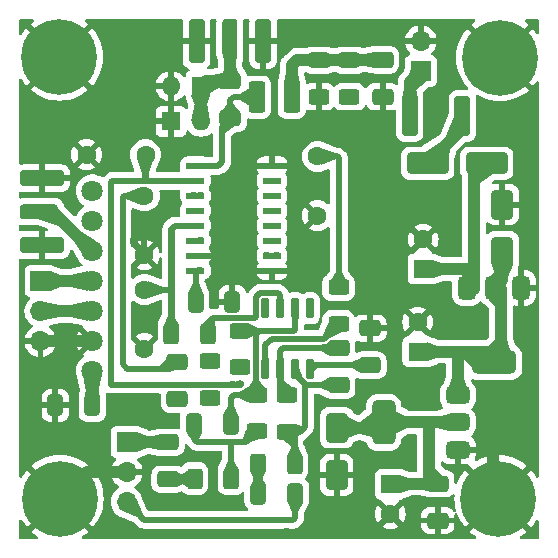
<source format=gbr>
%TF.GenerationSoftware,KiCad,Pcbnew,8.0.3-unknown-202406152119~3f4dc01d97~ubuntu22.04.1*%
%TF.CreationDate,2024-06-18T16:57:28+05:30*%
%TF.ProjectId,SDR-Board,5344522d-426f-4617-9264-2e6b69636164,rev?*%
%TF.SameCoordinates,Original*%
%TF.FileFunction,Copper,L1,Top*%
%TF.FilePolarity,Positive*%
%FSLAX46Y46*%
G04 Gerber Fmt 4.6, Leading zero omitted, Abs format (unit mm)*
G04 Created by KiCad (PCBNEW 8.0.3-unknown-202406152119~3f4dc01d97~ubuntu22.04.1) date 2024-06-18 16:57:28*
%MOMM*%
%LPD*%
G01*
G04 APERTURE LIST*
G04 Aperture macros list*
%AMRoundRect*
0 Rectangle with rounded corners*
0 $1 Rounding radius*
0 $2 $3 $4 $5 $6 $7 $8 $9 X,Y pos of 4 corners*
0 Add a 4 corners polygon primitive as box body*
4,1,4,$2,$3,$4,$5,$6,$7,$8,$9,$2,$3,0*
0 Add four circle primitives for the rounded corners*
1,1,$1+$1,$2,$3*
1,1,$1+$1,$4,$5*
1,1,$1+$1,$6,$7*
1,1,$1+$1,$8,$9*
0 Add four rect primitives between the rounded corners*
20,1,$1+$1,$2,$3,$4,$5,0*
20,1,$1+$1,$4,$5,$6,$7,0*
20,1,$1+$1,$6,$7,$8,$9,0*
20,1,$1+$1,$8,$9,$2,$3,0*%
G04 Aperture macros list end*
%TA.AperFunction,SMDPad,CuDef*%
%ADD10RoundRect,0.250000X0.400000X0.625000X-0.400000X0.625000X-0.400000X-0.625000X0.400000X-0.625000X0*%
%TD*%
%TA.AperFunction,SMDPad,CuDef*%
%ADD11RoundRect,0.250000X-0.650000X0.412500X-0.650000X-0.412500X0.650000X-0.412500X0.650000X0.412500X0*%
%TD*%
%TA.AperFunction,SMDPad,CuDef*%
%ADD12RoundRect,0.250000X0.650000X-1.000000X0.650000X1.000000X-0.650000X1.000000X-0.650000X-1.000000X0*%
%TD*%
%TA.AperFunction,SMDPad,CuDef*%
%ADD13RoundRect,0.250000X0.650000X-0.412500X0.650000X0.412500X-0.650000X0.412500X-0.650000X-0.412500X0*%
%TD*%
%TA.AperFunction,SMDPad,CuDef*%
%ADD14RoundRect,0.250000X-0.412500X-0.650000X0.412500X-0.650000X0.412500X0.650000X-0.412500X0.650000X0*%
%TD*%
%TA.AperFunction,SMDPad,CuDef*%
%ADD15RoundRect,0.250000X-0.625000X0.400000X-0.625000X-0.400000X0.625000X-0.400000X0.625000X0.400000X0*%
%TD*%
%TA.AperFunction,SMDPad,CuDef*%
%ADD16RoundRect,0.137500X0.662500X0.137500X-0.662500X0.137500X-0.662500X-0.137500X0.662500X-0.137500X0*%
%TD*%
%TA.AperFunction,ComponentPad*%
%ADD17C,1.600000*%
%TD*%
%TA.AperFunction,SMDPad,CuDef*%
%ADD18RoundRect,0.150000X-0.150000X0.725000X-0.150000X-0.725000X0.150000X-0.725000X0.150000X0.725000X0*%
%TD*%
%TA.AperFunction,ComponentPad*%
%ADD19C,0.800000*%
%TD*%
%TA.AperFunction,ComponentPad*%
%ADD20C,6.400000*%
%TD*%
%TA.AperFunction,ComponentPad*%
%ADD21R,1.700000X1.700000*%
%TD*%
%TA.AperFunction,ComponentPad*%
%ADD22O,1.700000X1.700000*%
%TD*%
%TA.AperFunction,SMDPad,CuDef*%
%ADD23RoundRect,0.250001X0.462499X1.074999X-0.462499X1.074999X-0.462499X-1.074999X0.462499X-1.074999X0*%
%TD*%
%TA.AperFunction,SMDPad,CuDef*%
%ADD24RoundRect,0.250000X0.625000X-0.400000X0.625000X0.400000X-0.625000X0.400000X-0.625000X-0.400000X0*%
%TD*%
%TA.AperFunction,ComponentPad*%
%ADD25C,1.800000*%
%TD*%
%TA.AperFunction,SMDPad,CuDef*%
%ADD26RoundRect,0.375000X0.625000X0.375000X-0.625000X0.375000X-0.625000X-0.375000X0.625000X-0.375000X0*%
%TD*%
%TA.AperFunction,SMDPad,CuDef*%
%ADD27RoundRect,0.500000X0.500000X1.400000X-0.500000X1.400000X-0.500000X-1.400000X0.500000X-1.400000X0*%
%TD*%
%TA.AperFunction,SMDPad,CuDef*%
%ADD28RoundRect,0.250000X0.385000X1.350000X-0.385000X1.350000X-0.385000X-1.350000X0.385000X-1.350000X0*%
%TD*%
%TA.AperFunction,SMDPad,CuDef*%
%ADD29RoundRect,0.250000X0.425000X1.600000X-0.425000X1.600000X-0.425000X-1.600000X0.425000X-1.600000X0*%
%TD*%
%TA.AperFunction,ComponentPad*%
%ADD30R,1.600000X1.600000*%
%TD*%
%TA.AperFunction,ComponentPad*%
%ADD31O,1.600000X1.600000*%
%TD*%
%TA.AperFunction,SMDPad,CuDef*%
%ADD32RoundRect,0.375000X-0.375000X0.625000X-0.375000X-0.625000X0.375000X-0.625000X0.375000X0.625000X0*%
%TD*%
%TA.AperFunction,SMDPad,CuDef*%
%ADD33RoundRect,0.500000X-1.400000X0.500000X-1.400000X-0.500000X1.400000X-0.500000X1.400000X0.500000X0*%
%TD*%
%TA.AperFunction,SMDPad,CuDef*%
%ADD34RoundRect,0.250000X0.412500X0.650000X-0.412500X0.650000X-0.412500X-0.650000X0.412500X-0.650000X0*%
%TD*%
%TA.AperFunction,SMDPad,CuDef*%
%ADD35RoundRect,0.250000X-1.350000X0.385000X-1.350000X-0.385000X1.350000X-0.385000X1.350000X0.385000X0*%
%TD*%
%TA.AperFunction,SMDPad,CuDef*%
%ADD36RoundRect,0.250000X-1.600000X0.425000X-1.600000X-0.425000X1.600000X-0.425000X1.600000X0.425000X0*%
%TD*%
%TA.AperFunction,SMDPad,CuDef*%
%ADD37RoundRect,0.250000X-0.400000X-0.625000X0.400000X-0.625000X0.400000X0.625000X-0.400000X0.625000X0*%
%TD*%
%TA.AperFunction,SMDPad,CuDef*%
%ADD38RoundRect,0.250000X-0.650000X1.000000X-0.650000X-1.000000X0.650000X-1.000000X0.650000X1.000000X0*%
%TD*%
%TA.AperFunction,SMDPad,CuDef*%
%ADD39RoundRect,0.250000X1.500000X0.650000X-1.500000X0.650000X-1.500000X-0.650000X1.500000X-0.650000X0*%
%TD*%
%TA.AperFunction,SMDPad,CuDef*%
%ADD40RoundRect,0.250000X-0.400000X-1.450000X0.400000X-1.450000X0.400000X1.450000X-0.400000X1.450000X0*%
%TD*%
%TA.AperFunction,ViaPad*%
%ADD41C,0.600000*%
%TD*%
%TA.AperFunction,Conductor*%
%ADD42C,1.000000*%
%TD*%
%TA.AperFunction,Conductor*%
%ADD43C,0.500000*%
%TD*%
%TA.AperFunction,Conductor*%
%ADD44C,0.250000*%
%TD*%
G04 APERTURE END LIST*
D10*
%TO.P,RS1,1*%
%TO.N,Net-(C11-Pad2)*%
X114712500Y-91774416D03*
%TO.P,RS1,2*%
%TO.N,Net-(CC1-Pad2)*%
X111612500Y-91774416D03*
%TD*%
D11*
%TO.P,C16,1*%
%TO.N,GND*%
X121100000Y-80275000D03*
%TO.P,C16,2*%
%TO.N,+5V*%
X121100000Y-83400000D03*
%TD*%
D12*
%TO.P,D4,1,K*%
%TO.N,+5V*%
X132300000Y-73800000D03*
%TO.P,D4,2,A*%
%TO.N,GND*%
X132300000Y-69800000D03*
%TD*%
D13*
%TO.P,C1,1*%
%TO.N,Net-(U2-2A)*%
X109290000Y-62482500D03*
%TO.P,C1,2*%
%TO.N,Net-(D2-K)*%
X109290000Y-59357500D03*
%TD*%
D14*
%TO.P,C3,1*%
%TO.N,+5V*%
X106330000Y-78020000D03*
%TO.P,C3,2*%
%TO.N,GND*%
X109455000Y-78020000D03*
%TD*%
D15*
%TO.P,R3,1*%
%TO.N,Net-(C2-Pad1)*%
X116770000Y-57575000D03*
%TO.P,R3,2*%
%TO.N,GND*%
X116770000Y-60675000D03*
%TD*%
D16*
%TO.P,U2,1,1~{OE}*%
%TO.N,GND*%
X112815000Y-75395000D03*
%TO.P,U2,2,S1*%
%TO.N,Net-(U1-S1)*%
X112815000Y-74125000D03*
%TO.P,U2,3,1B4*%
%TO.N,unconnected-(U2-1B4-Pad3)*%
X112815000Y-72855000D03*
%TO.P,U2,4,1B3*%
%TO.N,unconnected-(U2-1B3-Pad4)*%
X112815000Y-71585000D03*
%TO.P,U2,5,1B2*%
%TO.N,unconnected-(U2-1B2-Pad5)*%
X112815000Y-70315000D03*
%TO.P,U2,6,1B1*%
%TO.N,unconnected-(U2-1B1-Pad6)*%
X112815000Y-69045000D03*
%TO.P,U2,7,1A*%
%TO.N,unconnected-(U2-1A-Pad7)*%
X112815000Y-67775000D03*
%TO.P,U2,8,GND*%
%TO.N,GND*%
X112815000Y-66505000D03*
%TO.P,U2,9,2A*%
%TO.N,Net-(U2-2A)*%
X106315000Y-66505000D03*
%TO.P,U2,10,2B1*%
%TO.N,Net-(U2-2B1)*%
X106315000Y-67775000D03*
%TO.P,U2,11,2B2*%
%TO.N,Net-(JP1-A)*%
X106315000Y-69045000D03*
%TO.P,U2,12,2B3*%
%TO.N,Net-(JP2-A)*%
X106315000Y-70315000D03*
%TO.P,U2,13,2B4*%
%TO.N,Net-(U2-2B4)*%
X106315000Y-71585000D03*
%TO.P,U2,14,S0*%
%TO.N,Net-(U1-SO)*%
X106315000Y-72855000D03*
%TO.P,U2,15,2~{OE}*%
%TO.N,GND*%
X106315000Y-74125000D03*
%TO.P,U2,16,VCC*%
%TO.N,+5V*%
X106315000Y-75395000D03*
%TD*%
D11*
%TO.P,C2,1*%
%TO.N,Net-(C2-Pad1)*%
X122170000Y-57545000D03*
%TO.P,C2,2*%
%TO.N,GND*%
X122170000Y-60670000D03*
%TD*%
D17*
%TO.P,C5,1*%
%TO.N,GND*%
X97100000Y-65570000D03*
%TO.P,C5,2*%
%TO.N,Net-(U2-2B1)*%
X102100000Y-65570000D03*
%TD*%
D18*
%TO.P,U6,1*%
%TO.N,Net-(C12-Pad2)*%
X116030000Y-78575000D03*
%TO.P,U6,2,-*%
%TO.N,Net-(U6A--)*%
X114760000Y-78575000D03*
%TO.P,U6,3,+*%
%TO.N,Net-(U6A-+)*%
X113490000Y-78575000D03*
%TO.P,U6,4,V-*%
%TO.N,GND*%
X112220000Y-78575000D03*
%TO.P,U6,5,+*%
%TO.N,Net-(U6B-+)*%
X112220000Y-83725000D03*
%TO.P,U6,6,-*%
%TO.N,Net-(U6B--)*%
X113490000Y-83725000D03*
%TO.P,U6,7*%
%TO.N,Net-(C11-Pad2)*%
X114760000Y-83725000D03*
%TO.P,U6,8,V+*%
%TO.N,+5V*%
X116030000Y-83725000D03*
%TD*%
D19*
%TO.P,H4,1,1*%
%TO.N,GND*%
X129552944Y-94697056D03*
X130255888Y-93000000D03*
X130255888Y-96394112D03*
X131952944Y-92297056D03*
D20*
X131952944Y-94697056D03*
D19*
X131952944Y-97097056D03*
X133650000Y-93000000D03*
X133650000Y-96394112D03*
X134352944Y-94697056D03*
%TD*%
D13*
%TO.P,CC2,1*%
%TO.N,Net-(CC2-Pad1)*%
X104000000Y-93062500D03*
%TO.P,CC2,2*%
%TO.N,Net-(J3-Pin_1)*%
X104000000Y-89937500D03*
%TD*%
D21*
%TO.P,J3,1,Pin_1*%
%TO.N,Net-(J3-Pin_1)*%
X100500000Y-89900000D03*
D22*
%TO.P,J3,2,Pin_2*%
%TO.N,GND*%
X100500000Y-92440000D03*
%TO.P,J3,3,Pin_3*%
%TO.N,Net-(J3-Pin_3)*%
X100500000Y-94980000D03*
%TD*%
D13*
%TO.P,C17,1*%
%TO.N,GND*%
X126850000Y-96552500D03*
%TO.P,C17,2*%
%TO.N,+3.3V*%
X126850000Y-93427500D03*
%TD*%
D23*
%TO.P,L1,1*%
%TO.N,Net-(C2-Pad1)*%
X114487500Y-60700000D03*
%TO.P,L1,2*%
%TO.N,Net-(U2-2A)*%
X111512500Y-60700000D03*
%TD*%
D24*
%TO.P,R5,1*%
%TO.N,Net-(U6B-+)*%
X118440000Y-79910000D03*
%TO.P,R5,2*%
%TO.N,Net-(JP2-B)*%
X118440000Y-76810000D03*
%TD*%
D25*
%TO.P,U1,1,VIN*%
%TO.N,+3.3V*%
X97600000Y-83880000D03*
%TO.P,U1,2,GND*%
%TO.N,GND*%
X97600000Y-81340000D03*
%TO.P,U1,3,SDA*%
%TO.N,Net-(J1-Pin_2)*%
X97600000Y-78800000D03*
%TO.P,U1,4,SCL*%
%TO.N,Net-(J1-Pin_1)*%
X97600000Y-76260000D03*
%TO.P,U1,5,S2*%
%TO.N,Net-(TX1-In)*%
X97600000Y-73720000D03*
%TO.P,U1,6,S1*%
%TO.N,Net-(U1-S1)*%
X97600000Y-71180000D03*
%TO.P,U1,7,SO*%
%TO.N,Net-(U1-SO)*%
X97600000Y-68640000D03*
%TD*%
D26*
%TO.P,U5,1,GND*%
%TO.N,GND*%
X128550000Y-90550000D03*
%TO.P,U5,2,VO*%
%TO.N,+3.3V*%
X128550000Y-88250000D03*
D27*
X122250000Y-88250000D03*
D26*
%TO.P,U5,3,VI*%
%TO.N,+5V*%
X128550000Y-85950000D03*
%TD*%
D17*
%TO.P,C7,1*%
%TO.N,GND*%
X102000000Y-82000000D03*
%TO.P,C7,2*%
%TO.N,Net-(U2-2B4)*%
X102000000Y-77000000D03*
%TD*%
D28*
%TO.P,RX1,1,In*%
%TO.N,Net-(D2-K)*%
X109240000Y-55732500D03*
D29*
%TO.P,RX1,2,Ext*%
%TO.N,GND*%
X106415000Y-55982500D03*
X112065000Y-55982500D03*
%TD*%
D30*
%TO.P,D3,1,K*%
%TO.N,GND*%
X104244315Y-62750000D03*
D31*
%TO.P,D3,2,A*%
%TO.N,Net-(D2-K)*%
X106784315Y-62750000D03*
%TD*%
D15*
%TO.P,R6,1*%
%TO.N,Net-(U6A--)*%
X110070000Y-80470000D03*
%TO.P,R6,2*%
%TO.N,Net-(CD2-Pad1)*%
X110070000Y-83570000D03*
%TD*%
D32*
%TO.P,U3,1,GND*%
%TO.N,GND*%
X133900000Y-76850000D03*
%TO.P,U3,2,VO*%
%TO.N,+5V*%
X131600000Y-76850000D03*
D33*
X131600000Y-83150000D03*
D32*
%TO.P,U3,3,VI*%
%TO.N,+12V*%
X129300000Y-76850000D03*
%TD*%
D11*
%TO.P,C11,1*%
%TO.N,Net-(U6B--)*%
X118470000Y-81945000D03*
%TO.P,C11,2*%
%TO.N,Net-(C11-Pad2)*%
X118470000Y-85070000D03*
%TD*%
D30*
%TO.P,C8,1*%
%TO.N,+12V*%
X125600000Y-75250000D03*
D17*
%TO.P,C8,2*%
%TO.N,GND*%
X125600000Y-72750000D03*
%TD*%
D34*
%TO.P,C12,1*%
%TO.N,Net-(U6A--)*%
X109322500Y-88400000D03*
%TO.P,C12,2*%
%TO.N,Net-(C12-Pad2)*%
X106197500Y-88400000D03*
%TD*%
D19*
%TO.P,H2,1,1*%
%TO.N,GND*%
X92402944Y-57302944D03*
X93105888Y-55605888D03*
X93105888Y-59000000D03*
X94802944Y-54902944D03*
D20*
X94802944Y-57302944D03*
D19*
X94802944Y-59702944D03*
X96500000Y-55605888D03*
X96500000Y-59000000D03*
X97202944Y-57302944D03*
%TD*%
D30*
%TO.P,C15,1*%
%TO.N,+3.3V*%
X122820000Y-93484888D03*
D17*
%TO.P,C15,2*%
%TO.N,GND*%
X122820000Y-95984888D03*
%TD*%
D21*
%TO.P,J1,1,Pin_1*%
%TO.N,Net-(J1-Pin_1)*%
X93200000Y-76275000D03*
D22*
%TO.P,J1,2,Pin_2*%
%TO.N,Net-(J1-Pin_2)*%
X93200000Y-78815000D03*
%TO.P,J1,3,Pin_3*%
%TO.N,GND*%
X93200000Y-81355000D03*
%TD*%
D17*
%TO.P,C6,1*%
%TO.N,GND*%
X116650000Y-70730000D03*
%TO.P,C6,2*%
%TO.N,Net-(JP2-B)*%
X116650000Y-65730000D03*
%TD*%
D35*
%TO.P,TX1,1,In*%
%TO.N,Net-(TX1-In)*%
X93100000Y-70400000D03*
D36*
%TO.P,TX1,2,Ext*%
%TO.N,GND*%
X93350000Y-73225000D03*
X93350000Y-67575000D03*
%TD*%
D19*
%TO.P,H1,1,1*%
%TO.N,GND*%
X129700000Y-57350000D03*
X130402944Y-55652944D03*
X130402944Y-59047056D03*
X132100000Y-54950000D03*
D20*
X132100000Y-57350000D03*
D19*
X132100000Y-59750000D03*
X133797056Y-55652944D03*
X133797056Y-59047056D03*
X134500000Y-57350000D03*
%TD*%
D24*
%TO.P,R4,1*%
%TO.N,Net-(U6B--)*%
X107595000Y-86150000D03*
%TO.P,R4,2*%
%TO.N,Net-(CD1-Pad1)*%
X107595000Y-83050000D03*
%TD*%
D34*
%TO.P,CC1,1*%
%TO.N,Net-(J3-Pin_3)*%
X114762500Y-94300000D03*
%TO.P,CC1,2*%
%TO.N,Net-(CC1-Pad2)*%
X111637500Y-94300000D03*
%TD*%
D30*
%TO.P,D2,1,K*%
%TO.N,Net-(D2-K)*%
X106781370Y-59770000D03*
D31*
%TO.P,D2,2,A*%
%TO.N,GND*%
X104241370Y-59770000D03*
%TD*%
D30*
%TO.P,C13,1*%
%TO.N,+5V*%
X125150000Y-82245113D03*
D17*
%TO.P,C13,2*%
%TO.N,GND*%
X125150000Y-79745113D03*
%TD*%
D10*
%TO.P,R7,1*%
%TO.N,Net-(U6A-+)*%
X107370000Y-80730000D03*
%TO.P,R7,2*%
%TO.N,Net-(U2-2B4)*%
X104270000Y-80730000D03*
%TD*%
D24*
%TO.P,R2,1*%
%TO.N,+5V*%
X119360000Y-60675000D03*
%TO.P,R2,2*%
%TO.N,Net-(C2-Pad1)*%
X119360000Y-57575000D03*
%TD*%
D37*
%TO.P,RS2,1*%
%TO.N,Net-(CC2-Pad1)*%
X106250000Y-93000000D03*
%TO.P,RS2,2*%
%TO.N,Net-(C12-Pad2)*%
X109350000Y-93000000D03*
%TD*%
D38*
%TO.P,D5,1,K*%
%TO.N,+3.3V*%
X118300000Y-88700000D03*
%TO.P,D5,2,A*%
%TO.N,GND*%
X118300000Y-92700000D03*
%TD*%
D21*
%TO.P,J2,1,Pin_1*%
%TO.N,Net-(J2-Pin_1)*%
X125400000Y-58475000D03*
D22*
%TO.P,J2,2,Pin_2*%
%TO.N,GND*%
X125400000Y-55935000D03*
%TD*%
D34*
%TO.P,C14,1*%
%TO.N,+3.3V*%
X97592500Y-86800000D03*
%TO.P,C14,2*%
%TO.N,GND*%
X94467500Y-86800000D03*
%TD*%
D19*
%TO.P,H3,1,1*%
%TO.N,GND*%
X92452944Y-94697056D03*
X93155888Y-93000000D03*
X93155888Y-96394112D03*
X94852944Y-92297056D03*
D20*
X94852944Y-94697056D03*
D19*
X94852944Y-97097056D03*
X96550000Y-93000000D03*
X96550000Y-96394112D03*
X97252944Y-94697056D03*
%TD*%
D13*
%TO.P,CD1,1*%
%TO.N,Net-(CD1-Pad1)*%
X104800000Y-86262500D03*
%TO.P,CD1,2*%
%TO.N,Net-(JP1-B)*%
X104800000Y-83137500D03*
%TD*%
D39*
%TO.P,D1,1,K*%
%TO.N,+12V*%
X131000000Y-66300000D03*
%TO.P,D1,2,A*%
%TO.N,Net-(D1-A)*%
X126000000Y-66300000D03*
%TD*%
D17*
%TO.P,C4,1*%
%TO.N,GND*%
X102000000Y-74070000D03*
%TO.P,C4,2*%
%TO.N,Net-(JP1-B)*%
X102000000Y-69070000D03*
%TD*%
D15*
%TO.P,R9,1*%
%TO.N,Net-(U6A--)*%
X111520000Y-85910000D03*
%TO.P,R9,2*%
%TO.N,Net-(C12-Pad2)*%
X111520000Y-89010000D03*
%TD*%
%TO.P,R8,1*%
%TO.N,Net-(U6B--)*%
X114090000Y-85920000D03*
%TO.P,R8,2*%
%TO.N,Net-(C11-Pad2)*%
X114090000Y-89020000D03*
%TD*%
D40*
%TO.P,F1,1*%
%TO.N,Net-(J2-Pin_1)*%
X124475000Y-62300000D03*
%TO.P,F1,2*%
%TO.N,Net-(D1-A)*%
X128925000Y-62300000D03*
%TD*%
D41*
%TO.N,+5V*%
X116050000Y-84130000D03*
X106670000Y-75370000D03*
X119400000Y-61000000D03*
X119500000Y-60300000D03*
X116030000Y-83400000D03*
X105940000Y-75390000D03*
%TO.N,Net-(C12-Pad2)*%
X116070000Y-78730000D03*
X116070000Y-78100000D03*
X111560000Y-89030000D03*
%TO.N,Net-(U6B--)*%
X114004253Y-86370011D03*
X114410000Y-85690000D03*
X107630000Y-86220000D03*
%TO.N,GND*%
X121000000Y-64100000D03*
X94300000Y-89100000D03*
X115600000Y-97400000D03*
X113450000Y-63370000D03*
X121000000Y-69800000D03*
X101400000Y-57800000D03*
X99900000Y-57800000D03*
X92800000Y-86200000D03*
X94200000Y-62000000D03*
X120460000Y-92020000D03*
X101400000Y-55100000D03*
X102300000Y-70900000D03*
X105800000Y-91100000D03*
X121000000Y-67100000D03*
X101400000Y-56600000D03*
X117400000Y-73499000D03*
X134900000Y-68000000D03*
X100000000Y-62000000D03*
X114950000Y-63370000D03*
X95700000Y-63500000D03*
X121400000Y-76160000D03*
X122500000Y-67100000D03*
X122500000Y-71300000D03*
X95700000Y-62000000D03*
X131500000Y-89150000D03*
X99900000Y-56600000D03*
X114100000Y-97400000D03*
X134900000Y-74000000D03*
X112270000Y-78070000D03*
X101000000Y-72900000D03*
X134900000Y-69500000D03*
X117100000Y-97400000D03*
X111220000Y-73080000D03*
X134000000Y-87300000D03*
X132500000Y-87300000D03*
X107920000Y-76700000D03*
X134900000Y-62000000D03*
X101400000Y-59300000D03*
X133400000Y-62000000D03*
X122500000Y-64100000D03*
X103700000Y-70700000D03*
X102000000Y-79850000D03*
X112270000Y-78880000D03*
X127400000Y-77100000D03*
X116190000Y-76810000D03*
X92800000Y-87700000D03*
X116450000Y-63370000D03*
X134900000Y-71000000D03*
X99900000Y-59300000D03*
X134900000Y-65000000D03*
X121000000Y-71300000D03*
X133400000Y-63500000D03*
X94200000Y-63500000D03*
X116200000Y-73500000D03*
X97000000Y-62000000D03*
X102000000Y-79060000D03*
X134900000Y-66500000D03*
X111270000Y-66500000D03*
X122500000Y-69800000D03*
X122500000Y-65600000D03*
X120100000Y-97400000D03*
X121000000Y-65600000D03*
X122500000Y-68600000D03*
X134000000Y-85800000D03*
X98500000Y-62000000D03*
X134900000Y-72500000D03*
X131700000Y-62800000D03*
X121400000Y-75370000D03*
X92800000Y-89100000D03*
X94300000Y-90600000D03*
X109520000Y-78330000D03*
X97000000Y-63500000D03*
X103000000Y-70700000D03*
X98500000Y-63500000D03*
X99900000Y-55100000D03*
X131700000Y-61370000D03*
X115360000Y-76810000D03*
X92800000Y-90600000D03*
X120460000Y-91230000D03*
X132400000Y-89150000D03*
X118600000Y-97400000D03*
X100000000Y-63500000D03*
X132500000Y-85800000D03*
X134900000Y-63500000D03*
X121000000Y-68600000D03*
X109480000Y-77580000D03*
X111950000Y-63370000D03*
%TO.N,Net-(U2-2B1)*%
X110190000Y-84990000D03*
X109500000Y-85000000D03*
%TO.N,Net-(U1-SO)*%
X106080000Y-72850000D03*
X106780000Y-72830000D03*
%TO.N,Net-(U1-S1)*%
X112400000Y-74100000D03*
X113200000Y-74100000D03*
%TO.N,Net-(JP1-A)*%
X106200000Y-69010000D03*
X106810000Y-68990000D03*
%TO.N,Net-(JP2-A)*%
X106690000Y-70320000D03*
X105980000Y-70320000D03*
%TO.N,Net-(CD1-Pad1)*%
X104300000Y-86200000D03*
X107600000Y-82700000D03*
X105100000Y-86200000D03*
X107600000Y-83400000D03*
%TO.N,Net-(CD2-Pad1)*%
X110400000Y-83600000D03*
X109700000Y-83600000D03*
%TD*%
D42*
%TO.N,Net-(D2-K)*%
X106781370Y-59770000D02*
X106781370Y-62747055D01*
X107193870Y-59357500D02*
X106781370Y-59770000D01*
X109290000Y-59357500D02*
X107193870Y-59357500D01*
X109290000Y-59357500D02*
X109290000Y-55782500D01*
%TO.N,+12V*%
X129900000Y-67400000D02*
X131000000Y-66300000D01*
X129900000Y-70800000D02*
X129900000Y-67400000D01*
X129900000Y-70800000D02*
X129900000Y-67500000D01*
X129900000Y-76910000D02*
X129900000Y-75250000D01*
X129900000Y-67500000D02*
X130800000Y-66600000D01*
X129900000Y-75250000D02*
X129900000Y-70800000D01*
X129900000Y-75250000D02*
X125600000Y-75250000D01*
%TO.N,+5V*%
X128700000Y-82250000D02*
X125154887Y-82250000D01*
X132200000Y-83210000D02*
X132200000Y-76910000D01*
X129500000Y-82250000D02*
X130100000Y-82250000D01*
X130100000Y-82250000D02*
X131960000Y-82250000D01*
X132300000Y-73800000D02*
X132300000Y-76150000D01*
X128550000Y-82400000D02*
X128700000Y-82250000D01*
D43*
X116030000Y-83725000D02*
X116355000Y-83400000D01*
X116355000Y-83400000D02*
X121100000Y-83400000D01*
D42*
X131960000Y-82250000D02*
X132920000Y-83210000D01*
X132300000Y-76150000D02*
X131600000Y-76850000D01*
X128700000Y-82250000D02*
X129500000Y-82250000D01*
D43*
X106330000Y-78020000D02*
X106330000Y-75410000D01*
D42*
X128550000Y-85950000D02*
X128550000Y-82400000D01*
D43*
%TO.N,Net-(C11-Pad2)*%
X114712500Y-91774416D02*
X114712500Y-89642500D01*
X115190000Y-89050000D02*
X114090000Y-89050000D01*
X115588658Y-85011342D02*
X115647316Y-85070000D01*
X114760000Y-84182684D02*
X115588658Y-85011342D01*
X115588658Y-85011342D02*
X115588658Y-88651342D01*
X114712500Y-89642500D02*
X114090000Y-89020000D01*
X115588658Y-88651342D02*
X115190000Y-89050000D01*
X115647316Y-85070000D02*
X118470000Y-85070000D01*
%TO.N,Net-(C12-Pad2)*%
X106197500Y-89617500D02*
X106470000Y-89890000D01*
X109350000Y-89940000D02*
X109400000Y-89890000D01*
X110640000Y-89890000D02*
X111500000Y-89030000D01*
X106197500Y-88400000D02*
X106197500Y-89617500D01*
X109400000Y-89890000D02*
X110640000Y-89890000D01*
X109350000Y-93000000D02*
X109350000Y-89940000D01*
X106470000Y-89890000D02*
X109400000Y-89890000D01*
%TO.N,Net-(U6B--)*%
X113490000Y-82180000D02*
X113725000Y-81945000D01*
X113490000Y-85350000D02*
X114090000Y-85950000D01*
X113490000Y-83725000D02*
X113490000Y-82180000D01*
X113490000Y-83725000D02*
X113490000Y-85350000D01*
X113725000Y-81945000D02*
X118470000Y-81945000D01*
%TO.N,Net-(U6A--)*%
X111470000Y-80720000D02*
X111720000Y-80470000D01*
X109560000Y-85910000D02*
X109322500Y-86147500D01*
X111720000Y-80470000D02*
X114630000Y-80470000D01*
X109322500Y-88400000D02*
X109322500Y-86147500D01*
X114630000Y-80470000D02*
X114760000Y-80340000D01*
X110070000Y-80470000D02*
X111720000Y-80470000D01*
X111520000Y-85910000D02*
X109560000Y-85910000D01*
X111470000Y-85860000D02*
X111470000Y-80720000D01*
X114760000Y-80340000D02*
X114760000Y-78575000D01*
%TO.N,Net-(U6B-+)*%
X112220000Y-81720000D02*
X112770000Y-81170000D01*
X117180000Y-81170000D02*
X118440000Y-79910000D01*
X112770000Y-81170000D02*
X117180000Y-81170000D01*
X112220000Y-83725000D02*
X112220000Y-81720000D01*
%TO.N,Net-(U6A-+)*%
X111470000Y-77597316D02*
X111817316Y-77250000D01*
X113270000Y-77250000D02*
X113490000Y-77470000D01*
X107370000Y-80730000D02*
X107370000Y-79810000D01*
X107370000Y-79810000D02*
X107810000Y-79370000D01*
X111817316Y-77250000D02*
X113270000Y-77250000D01*
X111470000Y-79250000D02*
X111470000Y-77597316D01*
X111350000Y-79370000D02*
X111470000Y-79250000D01*
X113490000Y-77470000D02*
X113490000Y-78575000D01*
X107810000Y-79370000D02*
X111350000Y-79370000D01*
%TO.N,Net-(U2-2A)*%
X109290000Y-60980000D02*
X109570000Y-60700000D01*
X109290000Y-62482500D02*
X109290000Y-60980000D01*
X106315000Y-66505000D02*
X108245000Y-66505000D01*
X108560000Y-66190000D02*
X108560000Y-63212500D01*
X108560000Y-63212500D02*
X109290000Y-62482500D01*
X109570000Y-60700000D02*
X111512500Y-60700000D01*
X108245000Y-66505000D02*
X108560000Y-66190000D01*
D42*
%TO.N,Net-(C2-Pad1)*%
X114935000Y-57545000D02*
X122170000Y-57545000D01*
X114487500Y-57992500D02*
X114935000Y-57545000D01*
D43*
X116770000Y-57575000D02*
X122140000Y-57575000D01*
D42*
X114487500Y-60700000D02*
X114487500Y-57992500D01*
D43*
%TO.N,GND*%
X111125000Y-74125000D02*
X111220000Y-74030000D01*
X102000000Y-74070000D02*
X102000000Y-71300000D01*
X109455000Y-75340000D02*
X109455000Y-77555000D01*
D42*
X131500000Y-89150000D02*
X131500000Y-91844112D01*
D43*
X102300000Y-70900000D02*
X102400000Y-70900000D01*
X116200000Y-73500000D02*
X116200000Y-75295000D01*
D42*
X97110000Y-92440000D02*
X96550000Y-93000000D01*
D43*
X116300000Y-75395000D02*
X117260000Y-75395000D01*
X102000000Y-71300000D02*
X102300000Y-71000000D01*
X106315000Y-74125000D02*
X107460000Y-74125000D01*
X102300000Y-71000000D02*
X102300000Y-70900000D01*
D42*
X132400000Y-89150000D02*
X131500000Y-89150000D01*
D43*
X103000000Y-70700000D02*
X103700000Y-70700000D01*
X116200000Y-75295000D02*
X116300000Y-75395000D01*
X102600000Y-70700000D02*
X103000000Y-70700000D01*
X101975000Y-79085000D02*
X102000000Y-79060000D01*
X102000000Y-73900000D02*
X101000000Y-72900000D01*
X111220000Y-74030000D02*
X111220000Y-73080000D01*
X112815000Y-75395000D02*
X116300000Y-75395000D01*
X121375000Y-75395000D02*
X121400000Y-75370000D01*
X117400000Y-73499000D02*
X117400000Y-75255000D01*
X120435000Y-91255000D02*
X120460000Y-91230000D01*
X117400000Y-75255000D02*
X117260000Y-75395000D01*
X112815000Y-66505000D02*
X111275000Y-66505000D01*
X109455000Y-74480000D02*
X109455000Y-75340000D01*
X102400000Y-70900000D02*
X102600000Y-70700000D01*
D44*
X109180000Y-74205000D02*
X109115000Y-74140000D01*
D42*
X100500000Y-92440000D02*
X97110000Y-92440000D01*
X131500000Y-91844112D02*
X131893388Y-92237500D01*
D43*
X106315000Y-74125000D02*
X109100000Y-74125000D01*
X111275000Y-66505000D02*
X111270000Y-66500000D01*
D42*
X97585000Y-81355000D02*
X93200000Y-81355000D01*
D43*
X107460000Y-74125000D02*
X109520000Y-74125000D01*
X109520000Y-74125000D02*
X111125000Y-74125000D01*
X109455000Y-74190000D02*
X109520000Y-74125000D01*
X109455000Y-75340000D02*
X109455000Y-74190000D01*
%TO.N,Net-(JP1-B)*%
X100150000Y-83340000D02*
X100560000Y-83750000D01*
X100560000Y-83750000D02*
X104187500Y-83750000D01*
X102000000Y-69070000D02*
X100300000Y-69070000D01*
X100150000Y-69220000D02*
X100150000Y-83340000D01*
X104187500Y-83750000D02*
X104800000Y-83137500D01*
X100300000Y-69070000D02*
X100150000Y-69220000D01*
%TO.N,Net-(U2-2B1)*%
X103360000Y-67775000D02*
X106315000Y-67775000D01*
X101970000Y-67775000D02*
X103360000Y-67775000D01*
X99305000Y-67775000D02*
X99170000Y-67910000D01*
X110190000Y-84990000D02*
X110110000Y-85040000D01*
X110140000Y-85040000D02*
X110190000Y-84990000D01*
X109460000Y-85040000D02*
X109500000Y-85000000D01*
X109500000Y-85000000D02*
X109540000Y-85040000D01*
X100085000Y-67775000D02*
X100080000Y-67780000D01*
X110110000Y-85040000D02*
X110060000Y-85040000D01*
X102010000Y-65570000D02*
X102010000Y-67735000D01*
X102100000Y-67645000D02*
X102100000Y-65570000D01*
X102010000Y-67735000D02*
X102100000Y-67645000D01*
X99170000Y-67910000D02*
X99170000Y-85040000D01*
X109540000Y-85040000D02*
X109669999Y-85040000D01*
X106315000Y-67775000D02*
X99305000Y-67775000D01*
X102010000Y-67735000D02*
X101970000Y-67775000D01*
X101970000Y-67775000D02*
X100085000Y-67775000D01*
X102010000Y-67735000D02*
X102010000Y-66510000D01*
X108700000Y-85040000D02*
X109460000Y-85040000D01*
X102000000Y-66500000D02*
X102010000Y-66510000D01*
X99170000Y-85040000D02*
X108700000Y-85040000D01*
X108700000Y-85040000D02*
X110140000Y-85040000D01*
%TO.N,Net-(JP2-B)*%
X118340000Y-65730000D02*
X116650000Y-65730000D01*
X118450000Y-65840000D02*
X118450000Y-76800000D01*
X118450000Y-65840000D02*
X118340000Y-65730000D01*
%TO.N,Net-(U2-2B4)*%
X104565000Y-71585000D02*
X104300000Y-71850000D01*
X102000000Y-77000000D02*
X104300000Y-77000000D01*
X104300000Y-71850000D02*
X104300000Y-76330000D01*
X104300000Y-76330000D02*
X104300000Y-76750000D01*
X106315000Y-71585000D02*
X104565000Y-71585000D01*
X104270000Y-71880000D02*
X104300000Y-71850000D01*
X104300000Y-76750000D02*
X104300000Y-77000000D01*
X104300000Y-76330000D02*
X104300000Y-77400000D01*
X104270000Y-80730000D02*
X104270000Y-71880000D01*
X104300000Y-77000000D02*
X104300000Y-79370000D01*
D42*
%TO.N,+3.3V*%
X126850000Y-93427500D02*
X122877388Y-93427500D01*
X126850000Y-93427500D02*
X126110000Y-93427500D01*
X126110000Y-93427500D02*
X126100000Y-93437500D01*
X128550000Y-88250000D02*
X125750000Y-88250000D01*
X118300000Y-88700000D02*
X121800000Y-88700000D01*
X125750000Y-88250000D02*
X122250000Y-88250000D01*
X126100000Y-88600000D02*
X125750000Y-88250000D01*
X126100000Y-93437500D02*
X126100000Y-88600000D01*
X97600000Y-83880000D02*
X97600000Y-86792500D01*
%TO.N,Net-(D1-A)*%
X128925000Y-63375000D02*
X126000000Y-66300000D01*
%TO.N,Net-(J1-Pin_2)*%
X97585000Y-78815000D02*
X93200000Y-78815000D01*
%TO.N,Net-(J1-Pin_1)*%
X97585000Y-76275000D02*
X93200000Y-76275000D01*
%TO.N,Net-(TX1-In)*%
X93100000Y-70400000D02*
X94280000Y-70400000D01*
X94280000Y-70400000D02*
X97600000Y-73720000D01*
D43*
%TO.N,Net-(J3-Pin_3)*%
X102000000Y-96480000D02*
X114600000Y-96480000D01*
X114762500Y-94300000D02*
X114762500Y-96317500D01*
X100500000Y-94980000D02*
X102000000Y-96480000D01*
X114762500Y-96317500D02*
X114600000Y-96480000D01*
D42*
%TO.N,Net-(J3-Pin_1)*%
X104000000Y-89937500D02*
X100537500Y-89937500D01*
D43*
%TO.N,Net-(CC1-Pad2)*%
X111612500Y-91774416D02*
X111612500Y-94275000D01*
%TO.N,Net-(CC2-Pad1)*%
X104000000Y-93062500D02*
X106187500Y-93062500D01*
D42*
%TO.N,Net-(J2-Pin_1)*%
X124475000Y-59400000D02*
X125400000Y-58475000D01*
X124475000Y-62300000D02*
X124475000Y-59400000D01*
%TD*%
%TA.AperFunction,Conductor*%
%TO.N,GND*%
G36*
X93632532Y-95739386D02*
G01*
X93810614Y-95917468D01*
X93912244Y-95991307D01*
X92417592Y-97485959D01*
X92417593Y-97485960D01*
X92675150Y-97694524D01*
X92947675Y-97871505D01*
X92993178Y-97924526D01*
X93002792Y-97993731D01*
X92973465Y-98057148D01*
X92914508Y-98094642D01*
X92880140Y-98099500D01*
X91524500Y-98099500D01*
X91457461Y-98079815D01*
X91411706Y-98027011D01*
X91400500Y-97975500D01*
X91400500Y-96587702D01*
X91420185Y-96520663D01*
X91472989Y-96474908D01*
X91542147Y-96464964D01*
X91605703Y-96493989D01*
X91634985Y-96531408D01*
X91644251Y-96549594D01*
X91644252Y-96549597D01*
X91855475Y-96874849D01*
X92064039Y-97132406D01*
X92064040Y-97132406D01*
X93558692Y-95637754D01*
X93632532Y-95739386D01*
G37*
%TD.AperFunction*%
%TA.AperFunction,Conductor*%
G36*
X110843429Y-54120185D02*
G01*
X110889184Y-54172989D01*
X110899748Y-54237103D01*
X110890000Y-54332513D01*
X110890000Y-55732500D01*
X113239999Y-55732500D01*
X113239999Y-54332528D01*
X113239998Y-54332510D01*
X113230252Y-54237101D01*
X113243022Y-54168408D01*
X113290903Y-54117524D01*
X113353610Y-54100500D01*
X129891683Y-54100500D01*
X129958722Y-54120185D01*
X130004477Y-54172989D01*
X130014421Y-54242147D01*
X129985396Y-54305703D01*
X129959219Y-54328495D01*
X129922202Y-54352534D01*
X129664648Y-54561095D01*
X129664648Y-54561096D01*
X131159301Y-56055748D01*
X131057670Y-56129588D01*
X130879588Y-56307670D01*
X130805748Y-56409301D01*
X129311096Y-54914648D01*
X129311095Y-54914648D01*
X129102531Y-55172206D01*
X128891310Y-55497456D01*
X128715244Y-55843005D01*
X128576262Y-56205063D01*
X128475887Y-56579669D01*
X128475886Y-56579676D01*
X128415219Y-56962712D01*
X128394922Y-57349999D01*
X128394922Y-57350000D01*
X128415219Y-57737287D01*
X128475886Y-58120323D01*
X128475887Y-58120330D01*
X128576262Y-58494936D01*
X128715244Y-58856994D01*
X128891310Y-59202543D01*
X129102523Y-59527783D01*
X129102525Y-59527785D01*
X129346586Y-59829176D01*
X129346593Y-59829184D01*
X129405228Y-59887819D01*
X129438713Y-59949142D01*
X129433729Y-60018834D01*
X129391857Y-60074767D01*
X129326393Y-60099184D01*
X129317547Y-60099500D01*
X128474998Y-60099500D01*
X128474980Y-60099501D01*
X128372203Y-60110000D01*
X128372200Y-60110001D01*
X128205668Y-60165185D01*
X128205663Y-60165187D01*
X128056342Y-60257289D01*
X127932289Y-60381342D01*
X127840187Y-60530663D01*
X127840185Y-60530668D01*
X127830969Y-60558480D01*
X127785001Y-60697203D01*
X127785001Y-60697204D01*
X127785000Y-60697204D01*
X127774500Y-60799983D01*
X127774500Y-62021250D01*
X127766291Y-62065616D01*
X127121553Y-63748320D01*
X127093443Y-63791635D01*
X126893713Y-63991365D01*
X126872605Y-64008298D01*
X125502609Y-64880114D01*
X125436036Y-64899500D01*
X124449998Y-64899500D01*
X124449980Y-64899501D01*
X124347203Y-64910000D01*
X124347200Y-64910001D01*
X124180668Y-64965185D01*
X124180663Y-64965187D01*
X124031342Y-65057289D01*
X123907289Y-65181342D01*
X123815187Y-65330663D01*
X123815186Y-65330666D01*
X123760001Y-65497203D01*
X123760001Y-65497204D01*
X123760000Y-65497204D01*
X123749500Y-65599983D01*
X123749500Y-67000001D01*
X123749501Y-67000018D01*
X123760000Y-67102796D01*
X123760001Y-67102799D01*
X123815185Y-67269331D01*
X123815187Y-67269336D01*
X123820347Y-67277702D01*
X123907288Y-67418656D01*
X124031344Y-67542712D01*
X124180666Y-67634814D01*
X124347203Y-67689999D01*
X124449991Y-67700500D01*
X127550008Y-67700499D01*
X127652797Y-67689999D01*
X127819334Y-67634814D01*
X127968656Y-67542712D01*
X128092712Y-67418656D01*
X128184814Y-67269334D01*
X128239999Y-67102797D01*
X128250500Y-67000009D01*
X128250499Y-65909823D01*
X128252868Y-65885701D01*
X128258089Y-65859378D01*
X128350353Y-65394172D01*
X128382704Y-65332244D01*
X128384256Y-65330663D01*
X129178102Y-64536818D01*
X129239425Y-64503333D01*
X129265783Y-64500499D01*
X129375002Y-64500499D01*
X129375008Y-64500499D01*
X129477797Y-64489999D01*
X129644334Y-64434814D01*
X129793656Y-64342712D01*
X129917712Y-64218656D01*
X130009814Y-64069334D01*
X130064999Y-63902797D01*
X130075500Y-63800009D01*
X130075499Y-60799992D01*
X130064999Y-60697203D01*
X130064996Y-60697196D01*
X130063849Y-60691831D01*
X130069063Y-60622156D01*
X130111118Y-60566361D01*
X130176662Y-60542159D01*
X130244886Y-60557236D01*
X130247092Y-60558480D01*
X130247446Y-60558684D01*
X130593005Y-60734755D01*
X130955063Y-60873737D01*
X131329669Y-60974112D01*
X131329676Y-60974113D01*
X131712712Y-61034780D01*
X132099999Y-61055078D01*
X132100001Y-61055078D01*
X132487287Y-61034780D01*
X132870323Y-60974113D01*
X132870330Y-60974112D01*
X133244936Y-60873737D01*
X133606994Y-60734755D01*
X133952543Y-60558689D01*
X134277783Y-60347476D01*
X134277785Y-60347475D01*
X134535349Y-60138902D01*
X133040698Y-58644251D01*
X133142330Y-58570412D01*
X133320412Y-58392330D01*
X133394251Y-58290698D01*
X134888902Y-59785349D01*
X135097475Y-59527785D01*
X135097476Y-59527783D01*
X135171505Y-59413789D01*
X135224526Y-59368286D01*
X135293731Y-59358672D01*
X135357148Y-59387999D01*
X135394642Y-59446956D01*
X135399500Y-59481324D01*
X135399500Y-92794853D01*
X135379815Y-92861892D01*
X135327011Y-92907647D01*
X135257853Y-92917591D01*
X135194297Y-92888566D01*
X135165017Y-92851150D01*
X135161641Y-92844526D01*
X135161635Y-92844514D01*
X134950412Y-92519262D01*
X134741848Y-92261705D01*
X134741847Y-92261704D01*
X133247195Y-93756356D01*
X133173356Y-93654726D01*
X132995274Y-93476644D01*
X132893642Y-93402804D01*
X134388294Y-91908152D01*
X134388294Y-91908151D01*
X134130737Y-91699587D01*
X133805487Y-91488366D01*
X133459938Y-91312300D01*
X133097880Y-91173318D01*
X132723274Y-91072943D01*
X132723267Y-91072942D01*
X132340231Y-91012275D01*
X131952945Y-90991978D01*
X131952943Y-90991978D01*
X131565656Y-91012275D01*
X131182620Y-91072942D01*
X131182613Y-91072943D01*
X130808007Y-91173318D01*
X130445945Y-91312302D01*
X130129037Y-91473774D01*
X130060368Y-91486670D01*
X129995628Y-91460393D01*
X129955371Y-91403287D01*
X129952379Y-91333481D01*
X129961655Y-91308194D01*
X130001169Y-91228521D01*
X130047102Y-91043824D01*
X130050000Y-91001096D01*
X130050000Y-90800000D01*
X128800000Y-90800000D01*
X128800000Y-91800000D01*
X129251097Y-91800000D01*
X129293830Y-91797101D01*
X129363922Y-91779670D01*
X129433730Y-91782592D01*
X129490877Y-91822793D01*
X129517218Y-91887507D01*
X129517679Y-91906493D01*
X129517592Y-91908152D01*
X131012245Y-93402804D01*
X130910614Y-93476644D01*
X130732532Y-93654726D01*
X130658692Y-93756356D01*
X129164040Y-92261704D01*
X129164039Y-92261704D01*
X128955475Y-92519262D01*
X128744254Y-92844512D01*
X128568188Y-93190061D01*
X128490263Y-93393062D01*
X128447861Y-93448594D01*
X128382167Y-93472387D01*
X128314038Y-93456885D01*
X128265106Y-93407012D01*
X128250499Y-93348624D01*
X128250499Y-92964998D01*
X128250498Y-92964980D01*
X128239999Y-92862203D01*
X128239998Y-92862200D01*
X128232674Y-92840099D01*
X128184814Y-92695666D01*
X128092712Y-92546344D01*
X127968656Y-92422288D01*
X127875888Y-92365069D01*
X127819336Y-92330187D01*
X127819331Y-92330185D01*
X127803678Y-92324998D01*
X127652797Y-92275001D01*
X127652795Y-92275000D01*
X127550016Y-92264500D01*
X127550009Y-92264500D01*
X127500641Y-92264500D01*
X127433602Y-92244815D01*
X127412416Y-92227634D01*
X127136275Y-91948035D01*
X127103172Y-91886505D01*
X127100500Y-91860901D01*
X127100500Y-91643655D01*
X127120185Y-91576616D01*
X127172989Y-91530861D01*
X127242147Y-91520917D01*
X127302187Y-91547008D01*
X127450975Y-91666607D01*
X127450977Y-91666609D01*
X127621476Y-91751168D01*
X127806175Y-91797102D01*
X127848903Y-91800000D01*
X128300000Y-91800000D01*
X128300000Y-90424000D01*
X128319685Y-90356961D01*
X128372489Y-90311206D01*
X128424000Y-90300000D01*
X130050000Y-90300000D01*
X130050000Y-90098903D01*
X130047102Y-90056175D01*
X130001168Y-89871476D01*
X129916609Y-89700977D01*
X129916607Y-89700974D01*
X129797367Y-89552633D01*
X129797366Y-89552632D01*
X129728115Y-89496967D01*
X129688196Y-89439624D01*
X129685616Y-89369802D01*
X129721194Y-89309669D01*
X129728089Y-89303694D01*
X129797722Y-89247722D01*
X129917030Y-89099296D01*
X130001641Y-88928693D01*
X130047600Y-88743889D01*
X130050500Y-88701123D01*
X130050499Y-87798878D01*
X130047600Y-87756111D01*
X130001641Y-87571307D01*
X129950213Y-87467611D01*
X129917032Y-87400707D01*
X129917030Y-87400704D01*
X129797722Y-87252278D01*
X129797721Y-87252277D01*
X129728514Y-87196647D01*
X129688595Y-87139304D01*
X129686015Y-87069482D01*
X129721594Y-87009349D01*
X129728514Y-87003353D01*
X129739139Y-86994812D01*
X129797722Y-86947722D01*
X129917030Y-86799296D01*
X130001641Y-86628693D01*
X130047600Y-86443889D01*
X130050500Y-86401123D01*
X130050499Y-85498878D01*
X130047600Y-85456111D01*
X130001641Y-85271307D01*
X129999046Y-85266075D01*
X129917032Y-85100707D01*
X129917030Y-85100704D01*
X129797722Y-84952278D01*
X129797721Y-84952277D01*
X129753052Y-84916371D01*
X129713133Y-84859028D01*
X129712729Y-84857799D01*
X129712729Y-84857798D01*
X129675137Y-84741285D01*
X129673287Y-84671442D01*
X129709491Y-84611684D01*
X129772256Y-84580986D01*
X129827258Y-84583996D01*
X130022582Y-84639886D01*
X130141963Y-84650500D01*
X133058036Y-84650499D01*
X133177418Y-84639886D01*
X133373049Y-84583909D01*
X133553407Y-84489698D01*
X133711109Y-84361109D01*
X133839698Y-84203407D01*
X133933909Y-84023049D01*
X133989886Y-83827418D01*
X134000500Y-83708037D01*
X134000499Y-82591964D01*
X133989886Y-82472582D01*
X133933909Y-82276951D01*
X133839698Y-82096593D01*
X133767954Y-82008606D01*
X133711109Y-81938890D01*
X133586900Y-81837612D01*
X133553407Y-81810302D01*
X133553404Y-81810300D01*
X133406171Y-81733391D01*
X133355864Y-81684904D01*
X133343121Y-81652892D01*
X133204038Y-81083197D01*
X133200500Y-81053788D01*
X133200500Y-78554997D01*
X133200617Y-78550190D01*
X133200500Y-78545438D01*
X133200500Y-78454567D01*
X133220185Y-78387528D01*
X133272989Y-78341773D01*
X133342147Y-78331829D01*
X133354428Y-78334233D01*
X133406171Y-78347101D01*
X133448903Y-78350000D01*
X133650000Y-78350000D01*
X134150000Y-78350000D01*
X134351097Y-78350000D01*
X134393824Y-78347102D01*
X134578523Y-78301168D01*
X134749022Y-78216609D01*
X134749025Y-78216607D01*
X134897366Y-78097367D01*
X134897367Y-78097366D01*
X135016607Y-77949025D01*
X135016609Y-77949022D01*
X135101168Y-77778523D01*
X135147102Y-77593824D01*
X135150000Y-77551096D01*
X135150000Y-77100000D01*
X134150000Y-77100000D01*
X134150000Y-78350000D01*
X133650000Y-78350000D01*
X133650000Y-76600000D01*
X134150000Y-76600000D01*
X135150000Y-76600000D01*
X135150000Y-76148903D01*
X135147102Y-76106175D01*
X135101168Y-75921476D01*
X135016609Y-75750977D01*
X135016607Y-75750974D01*
X134897367Y-75602633D01*
X134897366Y-75602632D01*
X134749025Y-75483392D01*
X134749022Y-75483390D01*
X134578523Y-75398831D01*
X134393824Y-75352897D01*
X134351097Y-75350000D01*
X134150000Y-75350000D01*
X134150000Y-76600000D01*
X133650000Y-76600000D01*
X133650000Y-75350000D01*
X133635410Y-75335410D01*
X133601925Y-75274087D01*
X133606470Y-75205593D01*
X133654152Y-75073636D01*
X133671200Y-75015915D01*
X133671827Y-75013208D01*
X133671829Y-75013185D01*
X133672257Y-75010710D01*
X133676743Y-74992797D01*
X133689999Y-74952797D01*
X133700500Y-74850009D01*
X133700499Y-72749992D01*
X133695120Y-72697339D01*
X133689999Y-72647203D01*
X133689998Y-72647200D01*
X133634814Y-72480666D01*
X133542712Y-72331344D01*
X133418656Y-72207288D01*
X133297108Y-72132317D01*
X133269336Y-72115187D01*
X133269331Y-72115185D01*
X133267862Y-72114698D01*
X133102797Y-72060001D01*
X133102795Y-72060000D01*
X133000010Y-72049500D01*
X131599998Y-72049500D01*
X131599981Y-72049501D01*
X131497203Y-72060000D01*
X131497200Y-72060001D01*
X131330668Y-72115185D01*
X131330663Y-72115187D01*
X131181342Y-72207289D01*
X131112181Y-72276451D01*
X131050858Y-72309936D01*
X130981166Y-72304952D01*
X130925233Y-72263080D01*
X130900816Y-72197616D01*
X130900500Y-72188770D01*
X130900500Y-71410523D01*
X130920185Y-71343484D01*
X130972989Y-71297729D01*
X131042147Y-71287785D01*
X131105703Y-71316810D01*
X131112181Y-71322842D01*
X131181654Y-71392315D01*
X131330875Y-71484356D01*
X131330880Y-71484358D01*
X131497302Y-71539505D01*
X131497309Y-71539506D01*
X131600019Y-71549999D01*
X132049999Y-71549999D01*
X132550000Y-71549999D01*
X132999972Y-71549999D01*
X132999986Y-71549998D01*
X133102697Y-71539505D01*
X133269119Y-71484358D01*
X133269124Y-71484356D01*
X133418345Y-71392315D01*
X133542315Y-71268345D01*
X133634356Y-71119124D01*
X133634358Y-71119119D01*
X133689505Y-70952697D01*
X133689506Y-70952690D01*
X133699999Y-70849986D01*
X133700000Y-70849973D01*
X133700000Y-70050000D01*
X132550000Y-70050000D01*
X132550000Y-71549999D01*
X132049999Y-71549999D01*
X132050000Y-71549998D01*
X132050000Y-69550000D01*
X132550000Y-69550000D01*
X133699999Y-69550000D01*
X133699999Y-68750028D01*
X133699998Y-68750013D01*
X133689505Y-68647302D01*
X133634358Y-68480880D01*
X133634356Y-68480875D01*
X133542315Y-68331654D01*
X133418345Y-68207684D01*
X133269124Y-68115643D01*
X133269119Y-68115641D01*
X133102697Y-68060494D01*
X133102690Y-68060493D01*
X132999986Y-68050000D01*
X132550000Y-68050000D01*
X132550000Y-69550000D01*
X132050000Y-69550000D01*
X132050000Y-68050000D01*
X131600028Y-68050000D01*
X131600002Y-68050002D01*
X131581578Y-68051884D01*
X131512886Y-68039113D01*
X131462003Y-67991231D01*
X131445084Y-67923440D01*
X131467502Y-67857265D01*
X131494676Y-67829254D01*
X131633671Y-67725225D01*
X131699138Y-67700814D01*
X131707972Y-67700499D01*
X132550002Y-67700499D01*
X132550008Y-67700499D01*
X132652797Y-67689999D01*
X132819334Y-67634814D01*
X132968656Y-67542712D01*
X133092712Y-67418656D01*
X133184814Y-67269334D01*
X133239999Y-67102797D01*
X133250500Y-67000009D01*
X133250499Y-65599992D01*
X133247435Y-65570002D01*
X133239999Y-65497203D01*
X133239998Y-65497200D01*
X133195059Y-65361584D01*
X133184814Y-65330666D01*
X133092712Y-65181344D01*
X132968656Y-65057288D01*
X132819334Y-64965186D01*
X132652797Y-64910001D01*
X132652795Y-64910000D01*
X132550010Y-64899500D01*
X129449998Y-64899500D01*
X129449981Y-64899501D01*
X129347203Y-64910000D01*
X129347200Y-64910001D01*
X129180668Y-64965185D01*
X129180663Y-64965187D01*
X129031342Y-65057289D01*
X128907289Y-65181342D01*
X128815187Y-65330663D01*
X128815186Y-65330666D01*
X128760001Y-65497203D01*
X128760001Y-65497204D01*
X128760000Y-65497204D01*
X128749500Y-65599983D01*
X128749500Y-67000001D01*
X128749501Y-67000018D01*
X128760000Y-67102796D01*
X128760001Y-67102799D01*
X128815185Y-67269331D01*
X128815189Y-67269340D01*
X128849084Y-67324292D01*
X128867420Y-67383827D01*
X128892224Y-67936395D01*
X128892308Y-67938756D01*
X128893294Y-67976935D01*
X128894374Y-68018797D01*
X128896790Y-68051884D01*
X128898131Y-68070238D01*
X128899500Y-68086497D01*
X128899500Y-74125500D01*
X128879815Y-74192539D01*
X128827011Y-74238294D01*
X128775500Y-74249500D01*
X127327483Y-74249500D01*
X127283944Y-74241605D01*
X126974330Y-74125500D01*
X126584541Y-73979329D01*
X126584532Y-73979326D01*
X126584525Y-73979324D01*
X126534951Y-73965644D01*
X126524608Y-73962295D01*
X126507486Y-73955909D01*
X126507482Y-73955908D01*
X126447883Y-73949501D01*
X126447881Y-73949500D01*
X126447873Y-73949500D01*
X126447864Y-73949500D01*
X126444548Y-73949322D01*
X126444627Y-73947847D01*
X126383215Y-73929815D01*
X126337460Y-73877011D01*
X126329969Y-73833522D01*
X125646447Y-73150000D01*
X125652661Y-73150000D01*
X125754394Y-73122741D01*
X125845606Y-73070080D01*
X125920080Y-72995606D01*
X125972741Y-72904394D01*
X126000000Y-72802661D01*
X126000000Y-72796447D01*
X126679024Y-73475471D01*
X126730136Y-73402478D01*
X126826264Y-73196331D01*
X126826269Y-73196317D01*
X126885139Y-72976610D01*
X126885141Y-72976599D01*
X126904966Y-72750002D01*
X126904966Y-72749997D01*
X126885141Y-72523400D01*
X126885139Y-72523389D01*
X126826269Y-72303682D01*
X126826264Y-72303668D01*
X126730136Y-72097521D01*
X126730132Y-72097513D01*
X126679025Y-72024526D01*
X126000000Y-72703551D01*
X126000000Y-72697339D01*
X125972741Y-72595606D01*
X125920080Y-72504394D01*
X125845606Y-72429920D01*
X125754394Y-72377259D01*
X125652661Y-72350000D01*
X125646448Y-72350000D01*
X126325472Y-71670974D01*
X126252478Y-71619863D01*
X126046331Y-71523735D01*
X126046317Y-71523730D01*
X125826610Y-71464860D01*
X125826599Y-71464858D01*
X125600002Y-71445034D01*
X125599998Y-71445034D01*
X125373400Y-71464858D01*
X125373389Y-71464860D01*
X125153682Y-71523730D01*
X125153673Y-71523734D01*
X124947516Y-71619866D01*
X124947512Y-71619868D01*
X124874526Y-71670973D01*
X124874526Y-71670974D01*
X125553553Y-72350000D01*
X125547339Y-72350000D01*
X125445606Y-72377259D01*
X125354394Y-72429920D01*
X125279920Y-72504394D01*
X125227259Y-72595606D01*
X125200000Y-72697339D01*
X125200000Y-72703552D01*
X124520974Y-72024526D01*
X124520973Y-72024526D01*
X124469868Y-72097512D01*
X124469866Y-72097516D01*
X124373734Y-72303673D01*
X124373730Y-72303682D01*
X124314860Y-72523389D01*
X124314858Y-72523400D01*
X124295034Y-72749997D01*
X124295034Y-72750002D01*
X124314858Y-72976599D01*
X124314860Y-72976610D01*
X124373730Y-73196317D01*
X124373735Y-73196331D01*
X124469863Y-73402478D01*
X124520974Y-73475472D01*
X125200000Y-72796446D01*
X125200000Y-72802661D01*
X125227259Y-72904394D01*
X125279920Y-72995606D01*
X125354394Y-73070080D01*
X125445606Y-73122741D01*
X125547339Y-73150000D01*
X125553553Y-73150000D01*
X124869352Y-73834199D01*
X124859506Y-73883194D01*
X124810890Y-73933377D01*
X124755367Y-73948049D01*
X124755423Y-73949099D01*
X124755429Y-73949146D01*
X124755426Y-73949146D01*
X124755436Y-73949324D01*
X124752123Y-73949501D01*
X124692516Y-73955908D01*
X124557671Y-74006202D01*
X124557664Y-74006206D01*
X124442455Y-74092452D01*
X124442452Y-74092455D01*
X124356206Y-74207664D01*
X124356202Y-74207671D01*
X124305908Y-74342517D01*
X124299501Y-74402116D01*
X124299500Y-74402135D01*
X124299500Y-76097870D01*
X124299501Y-76097876D01*
X124305908Y-76157483D01*
X124356202Y-76292328D01*
X124356206Y-76292335D01*
X124442452Y-76407544D01*
X124442455Y-76407547D01*
X124557664Y-76493793D01*
X124557671Y-76493797D01*
X124692517Y-76544091D01*
X124692516Y-76544091D01*
X124699444Y-76544835D01*
X124752127Y-76550500D01*
X126360085Y-76550499D01*
X126376512Y-76551954D01*
X126376529Y-76551795D01*
X126380932Y-76552259D01*
X126380938Y-76552261D01*
X126389888Y-76552565D01*
X126389896Y-76552564D01*
X126389902Y-76552565D01*
X126401385Y-76552339D01*
X126444003Y-76551503D01*
X126444014Y-76551500D01*
X126445741Y-76551296D01*
X126455984Y-76549625D01*
X126507483Y-76544091D01*
X126541704Y-76531326D01*
X126558446Y-76526395D01*
X126584540Y-76520671D01*
X127283945Y-76258395D01*
X127327484Y-76250500D01*
X127925500Y-76250500D01*
X127992539Y-76270185D01*
X128038294Y-76322989D01*
X128049500Y-76374500D01*
X128049500Y-77551122D01*
X128049501Y-77551125D01*
X128052399Y-77593886D01*
X128052399Y-77593887D01*
X128073481Y-77678656D01*
X128090584Y-77747431D01*
X128098360Y-77778696D01*
X128182967Y-77949292D01*
X128182969Y-77949295D01*
X128302277Y-78097721D01*
X128302278Y-78097722D01*
X128450704Y-78217030D01*
X128450707Y-78217032D01*
X128621302Y-78301639D01*
X128621303Y-78301639D01*
X128621307Y-78301641D01*
X128806111Y-78347600D01*
X128848877Y-78350500D01*
X129751122Y-78350499D01*
X129793889Y-78347600D01*
X129978693Y-78301641D01*
X130149296Y-78217030D01*
X130297722Y-78097722D01*
X130353353Y-78028514D01*
X130410696Y-77988595D01*
X130480518Y-77986015D01*
X130540651Y-78021594D01*
X130546647Y-78028514D01*
X130601992Y-78097367D01*
X130602278Y-78097722D01*
X130750704Y-78217030D01*
X130832095Y-78257396D01*
X130873997Y-78291235D01*
X130882284Y-78301641D01*
X131172499Y-78666065D01*
X131198864Y-78730768D01*
X131199500Y-78743311D01*
X131199500Y-80913966D01*
X131179815Y-80981005D01*
X131170268Y-80993935D01*
X130991768Y-81205469D01*
X130933490Y-81244010D01*
X130897000Y-81249500D01*
X128989103Y-81249500D01*
X128976149Y-81248822D01*
X128964523Y-81247600D01*
X128963031Y-81247496D01*
X128962899Y-81247487D01*
X128962898Y-81247487D01*
X128962884Y-81247486D01*
X128866441Y-81249289D01*
X128866440Y-81249250D01*
X128862724Y-81249500D01*
X126878246Y-81249500D01*
X126834396Y-81241488D01*
X126739122Y-81205469D01*
X126415702Y-81083197D01*
X126135806Y-80977380D01*
X126135802Y-80977379D01*
X126110722Y-80970395D01*
X126100658Y-80967123D01*
X126057486Y-80951022D01*
X126057482Y-80951021D01*
X125997883Y-80944614D01*
X125997881Y-80944613D01*
X125997873Y-80944613D01*
X125997864Y-80944613D01*
X125994548Y-80944435D01*
X125994627Y-80942960D01*
X125933215Y-80924928D01*
X125887460Y-80872124D01*
X125879969Y-80828635D01*
X125196447Y-80145113D01*
X125202661Y-80145113D01*
X125304394Y-80117854D01*
X125395606Y-80065193D01*
X125470080Y-79990719D01*
X125522741Y-79899507D01*
X125550000Y-79797774D01*
X125550000Y-79791560D01*
X126229024Y-80470584D01*
X126280136Y-80397591D01*
X126376264Y-80191444D01*
X126376269Y-80191430D01*
X126435139Y-79971723D01*
X126435141Y-79971712D01*
X126454966Y-79745115D01*
X126454966Y-79745110D01*
X126435141Y-79518513D01*
X126435139Y-79518502D01*
X126376269Y-79298795D01*
X126376264Y-79298781D01*
X126280136Y-79092634D01*
X126280132Y-79092626D01*
X126229025Y-79019639D01*
X125550000Y-79698664D01*
X125550000Y-79692452D01*
X125522741Y-79590719D01*
X125470080Y-79499507D01*
X125395606Y-79425033D01*
X125304394Y-79372372D01*
X125202661Y-79345113D01*
X125196448Y-79345113D01*
X125875472Y-78666087D01*
X125802478Y-78614976D01*
X125596331Y-78518848D01*
X125596317Y-78518843D01*
X125376610Y-78459973D01*
X125376599Y-78459971D01*
X125150002Y-78440147D01*
X125149998Y-78440147D01*
X124923400Y-78459971D01*
X124923389Y-78459973D01*
X124703682Y-78518843D01*
X124703673Y-78518847D01*
X124497516Y-78614979D01*
X124497512Y-78614981D01*
X124424526Y-78666086D01*
X124424526Y-78666087D01*
X125103553Y-79345113D01*
X125097339Y-79345113D01*
X124995606Y-79372372D01*
X124904394Y-79425033D01*
X124829920Y-79499507D01*
X124777259Y-79590719D01*
X124750000Y-79692452D01*
X124750000Y-79698665D01*
X124070974Y-79019639D01*
X124070973Y-79019639D01*
X124019868Y-79092625D01*
X124019866Y-79092629D01*
X123923734Y-79298786D01*
X123923730Y-79298795D01*
X123864860Y-79518502D01*
X123864858Y-79518513D01*
X123845034Y-79745110D01*
X123845034Y-79745115D01*
X123864858Y-79971712D01*
X123864860Y-79971723D01*
X123923730Y-80191430D01*
X123923735Y-80191444D01*
X124019863Y-80397591D01*
X124070974Y-80470585D01*
X124750000Y-79791559D01*
X124750000Y-79797774D01*
X124777259Y-79899507D01*
X124829920Y-79990719D01*
X124904394Y-80065193D01*
X124995606Y-80117854D01*
X125097339Y-80145113D01*
X125103553Y-80145113D01*
X124419352Y-80829312D01*
X124409506Y-80878307D01*
X124360890Y-80928490D01*
X124305367Y-80943162D01*
X124305423Y-80944212D01*
X124305429Y-80944259D01*
X124305426Y-80944259D01*
X124305436Y-80944437D01*
X124302123Y-80944614D01*
X124242516Y-80951021D01*
X124107671Y-81001315D01*
X124107664Y-81001319D01*
X123992455Y-81087565D01*
X123992452Y-81087568D01*
X123906206Y-81202777D01*
X123906202Y-81202784D01*
X123855908Y-81337630D01*
X123849501Y-81397229D01*
X123849500Y-81397248D01*
X123849500Y-83092983D01*
X123849501Y-83092989D01*
X123855908Y-83152596D01*
X123906202Y-83287441D01*
X123906206Y-83287448D01*
X123992452Y-83402657D01*
X123992455Y-83402660D01*
X124107664Y-83488906D01*
X124107671Y-83488910D01*
X124242517Y-83539204D01*
X124242516Y-83539204D01*
X124249444Y-83539948D01*
X124302127Y-83545613D01*
X125907830Y-83545612D01*
X125923773Y-83547067D01*
X125923804Y-83546790D01*
X125928201Y-83547279D01*
X125928933Y-83547307D01*
X125937151Y-83547631D01*
X125937166Y-83547630D01*
X125937171Y-83547631D01*
X125978781Y-83547037D01*
X125991270Y-83546860D01*
X125991276Y-83546858D01*
X125992648Y-83546704D01*
X126002710Y-83545091D01*
X126057483Y-83539204D01*
X126089791Y-83527153D01*
X126107190Y-83522079D01*
X126123284Y-83518638D01*
X126131967Y-83516783D01*
X126131967Y-83516782D01*
X126131971Y-83516782D01*
X126833044Y-83258163D01*
X126875960Y-83250500D01*
X127425500Y-83250500D01*
X127492539Y-83270185D01*
X127538294Y-83322989D01*
X127549500Y-83374500D01*
X127549500Y-84335463D01*
X127543510Y-84373537D01*
X127387269Y-84857798D01*
X127347951Y-84915555D01*
X127346947Y-84916370D01*
X127302286Y-84952270D01*
X127302275Y-84952280D01*
X127182969Y-85100704D01*
X127182967Y-85100707D01*
X127098360Y-85271302D01*
X127052400Y-85456107D01*
X127051707Y-85466328D01*
X127050012Y-85491334D01*
X127049500Y-85498879D01*
X127049500Y-86401122D01*
X127049501Y-86401125D01*
X127052399Y-86443886D01*
X127052399Y-86443887D01*
X127098360Y-86628696D01*
X127182967Y-86799292D01*
X127182969Y-86799295D01*
X127205879Y-86827796D01*
X127274725Y-86913445D01*
X127293938Y-86937346D01*
X127320597Y-87001930D01*
X127308107Y-87070674D01*
X127260433Y-87121753D01*
X127224583Y-87135992D01*
X126734997Y-87246459D01*
X126707705Y-87249500D01*
X124408605Y-87249500D01*
X124353150Y-87236409D01*
X123819044Y-86969355D01*
X123767886Y-86921767D01*
X123750499Y-86858446D01*
X123750499Y-86791971D01*
X123750499Y-86791964D01*
X123739886Y-86672582D01*
X123683909Y-86476951D01*
X123589698Y-86296593D01*
X123529282Y-86222498D01*
X123461109Y-86138890D01*
X123303409Y-86010304D01*
X123303410Y-86010304D01*
X123303407Y-86010302D01*
X123123049Y-85916091D01*
X123123048Y-85916090D01*
X123123045Y-85916089D01*
X122988043Y-85877461D01*
X122927418Y-85860114D01*
X122927415Y-85860113D01*
X122927413Y-85860113D01*
X122861102Y-85854217D01*
X122808037Y-85849500D01*
X122808032Y-85849500D01*
X121691971Y-85849500D01*
X121691965Y-85849500D01*
X121691964Y-85849501D01*
X121680316Y-85850536D01*
X121572584Y-85860113D01*
X121376954Y-85916089D01*
X121309822Y-85951156D01*
X121196593Y-86010302D01*
X121196591Y-86010303D01*
X121196590Y-86010304D01*
X121038890Y-86138890D01*
X120910304Y-86296590D01*
X120816089Y-86476954D01*
X120760114Y-86672583D01*
X120760113Y-86672586D01*
X120755453Y-86725001D01*
X120750960Y-86775548D01*
X120749500Y-86791966D01*
X120749500Y-87131600D01*
X120729815Y-87198639D01*
X120699891Y-87230807D01*
X120186554Y-87615739D01*
X120121110Y-87640209D01*
X120061802Y-87629845D01*
X120000944Y-87602797D01*
X119826581Y-87525302D01*
X119707998Y-87472598D01*
X119654731Y-87427382D01*
X119640653Y-87398288D01*
X119639124Y-87393675D01*
X119634814Y-87380666D01*
X119542712Y-87231344D01*
X119418656Y-87107288D01*
X119288279Y-87026871D01*
X119269336Y-87015187D01*
X119269331Y-87015185D01*
X119222428Y-86999643D01*
X119102797Y-86960001D01*
X119102795Y-86960000D01*
X119000010Y-86949500D01*
X117599998Y-86949500D01*
X117599981Y-86949501D01*
X117497203Y-86960000D01*
X117497200Y-86960001D01*
X117330668Y-87015185D01*
X117330663Y-87015187D01*
X117181342Y-87107289D01*
X117057289Y-87231342D01*
X116965187Y-87380663D01*
X116965185Y-87380668D01*
X116943807Y-87445183D01*
X116910001Y-87547203D01*
X116910001Y-87547204D01*
X116910000Y-87547204D01*
X116899500Y-87649983D01*
X116899500Y-89750001D01*
X116899501Y-89750018D01*
X116910000Y-89852796D01*
X116910001Y-89852799D01*
X116965185Y-90019331D01*
X116965187Y-90019336D01*
X116989339Y-90058492D01*
X117057288Y-90168656D01*
X117181344Y-90292712D01*
X117330666Y-90384814D01*
X117497203Y-90439999D01*
X117599991Y-90450500D01*
X119000008Y-90450499D01*
X119102797Y-90439999D01*
X119269334Y-90384814D01*
X119418656Y-90292712D01*
X119542712Y-90168656D01*
X119634814Y-90019334D01*
X119640653Y-90001711D01*
X119680423Y-89944266D01*
X119707996Y-89927400D01*
X120152594Y-89729801D01*
X120221849Y-89720563D01*
X120238593Y-89724346D01*
X120711911Y-89866383D01*
X120770463Y-89904506D01*
X120795486Y-89951039D01*
X120816090Y-90023045D01*
X120816091Y-90023049D01*
X120910302Y-90203407D01*
X120910304Y-90203409D01*
X121038890Y-90361109D01*
X121116021Y-90424000D01*
X121196593Y-90489698D01*
X121376951Y-90583909D01*
X121572582Y-90639886D01*
X121691963Y-90650500D01*
X122808036Y-90650499D01*
X122927418Y-90639886D01*
X123123049Y-90583909D01*
X123303407Y-90489698D01*
X123461109Y-90361109D01*
X123589698Y-90203407D01*
X123683909Y-90023049D01*
X123739886Y-89827418D01*
X123750500Y-89708037D01*
X123750499Y-89641550D01*
X123770183Y-89574512D01*
X123819042Y-89530643D01*
X124353150Y-89263591D01*
X124408604Y-89250500D01*
X124975500Y-89250500D01*
X125042539Y-89270185D01*
X125088294Y-89322989D01*
X125099500Y-89374500D01*
X125099500Y-92303000D01*
X125079815Y-92370039D01*
X125027011Y-92415794D01*
X124975500Y-92427000D01*
X124529840Y-92427000D01*
X124493854Y-92421663D01*
X124010241Y-92275000D01*
X123773409Y-92203177D01*
X123773388Y-92203171D01*
X123749617Y-92197830D01*
X123733480Y-92193033D01*
X123727484Y-92190797D01*
X123716902Y-92189659D01*
X123703010Y-92187360D01*
X123701030Y-92186915D01*
X123701007Y-92186911D01*
X123701002Y-92186910D01*
X123700457Y-92186829D01*
X123697617Y-92186406D01*
X123689420Y-92186238D01*
X123678726Y-92185554D01*
X123667883Y-92184388D01*
X123667873Y-92184388D01*
X123600549Y-92184388D01*
X123598004Y-92184362D01*
X123568305Y-92183752D01*
X123557201Y-92184388D01*
X121972129Y-92184388D01*
X121972123Y-92184389D01*
X121912516Y-92190796D01*
X121777671Y-92241090D01*
X121777664Y-92241094D01*
X121662455Y-92327340D01*
X121662452Y-92327343D01*
X121576206Y-92442552D01*
X121576202Y-92442559D01*
X121525908Y-92577405D01*
X121519501Y-92637004D01*
X121519500Y-92637023D01*
X121519500Y-94332758D01*
X121519501Y-94332764D01*
X121525908Y-94392371D01*
X121576202Y-94527216D01*
X121576206Y-94527223D01*
X121662452Y-94642432D01*
X121662455Y-94642435D01*
X121777664Y-94728681D01*
X121777671Y-94728685D01*
X121820321Y-94744592D01*
X121912517Y-94778979D01*
X121972127Y-94785388D01*
X121972153Y-94785387D01*
X121975453Y-94785566D01*
X121975372Y-94787071D01*
X122036672Y-94805000D01*
X122082483Y-94857755D01*
X122090016Y-94901352D01*
X122773553Y-95584888D01*
X122767339Y-95584888D01*
X122665606Y-95612147D01*
X122574394Y-95664808D01*
X122499920Y-95739282D01*
X122447259Y-95830494D01*
X122420000Y-95932227D01*
X122420000Y-95938440D01*
X121740974Y-95259414D01*
X121740973Y-95259414D01*
X121689868Y-95332400D01*
X121689866Y-95332404D01*
X121593734Y-95538561D01*
X121593730Y-95538570D01*
X121534860Y-95758277D01*
X121534858Y-95758288D01*
X121515034Y-95984885D01*
X121515034Y-95984890D01*
X121534858Y-96211487D01*
X121534860Y-96211498D01*
X121593730Y-96431205D01*
X121593735Y-96431219D01*
X121689863Y-96637366D01*
X121740974Y-96710360D01*
X122420000Y-96031334D01*
X122420000Y-96037549D01*
X122447259Y-96139282D01*
X122499920Y-96230494D01*
X122574394Y-96304968D01*
X122665606Y-96357629D01*
X122767339Y-96384888D01*
X122773553Y-96384888D01*
X122094526Y-97063913D01*
X122167513Y-97115020D01*
X122167521Y-97115024D01*
X122373668Y-97211152D01*
X122373682Y-97211157D01*
X122593389Y-97270027D01*
X122593400Y-97270029D01*
X122819998Y-97289854D01*
X122820002Y-97289854D01*
X123046599Y-97270029D01*
X123046610Y-97270027D01*
X123266317Y-97211157D01*
X123266331Y-97211152D01*
X123472478Y-97115024D01*
X123545471Y-97063912D01*
X123496545Y-97014986D01*
X125450001Y-97014986D01*
X125460494Y-97117697D01*
X125515641Y-97284119D01*
X125515643Y-97284124D01*
X125607684Y-97433345D01*
X125731654Y-97557315D01*
X125880875Y-97649356D01*
X125880880Y-97649358D01*
X126047302Y-97704505D01*
X126047309Y-97704506D01*
X126150019Y-97714999D01*
X126599999Y-97714999D01*
X127100000Y-97714999D01*
X127549972Y-97714999D01*
X127549986Y-97714998D01*
X127652697Y-97704505D01*
X127819119Y-97649358D01*
X127819124Y-97649356D01*
X127968345Y-97557315D01*
X128092315Y-97433345D01*
X128184356Y-97284124D01*
X128184358Y-97284119D01*
X128239505Y-97117697D01*
X128239506Y-97117690D01*
X128249999Y-97014986D01*
X128250000Y-97014973D01*
X128250000Y-96802500D01*
X127100000Y-96802500D01*
X127100000Y-97714999D01*
X126599999Y-97714999D01*
X126600000Y-97714998D01*
X126600000Y-96802500D01*
X125450001Y-96802500D01*
X125450001Y-97014986D01*
X123496545Y-97014986D01*
X122866447Y-96384888D01*
X122872661Y-96384888D01*
X122974394Y-96357629D01*
X123065606Y-96304968D01*
X123140080Y-96230494D01*
X123192741Y-96139282D01*
X123220000Y-96037549D01*
X123220000Y-96031335D01*
X123899024Y-96710359D01*
X123950136Y-96637366D01*
X124046264Y-96431219D01*
X124046269Y-96431205D01*
X124105139Y-96211498D01*
X124105141Y-96211487D01*
X124115769Y-96090013D01*
X125450000Y-96090013D01*
X125450000Y-96302500D01*
X126600000Y-96302500D01*
X126600000Y-95390000D01*
X126150028Y-95390000D01*
X126150012Y-95390001D01*
X126047302Y-95400494D01*
X125880880Y-95455641D01*
X125880875Y-95455643D01*
X125731654Y-95547684D01*
X125607684Y-95671654D01*
X125515643Y-95820875D01*
X125515641Y-95820880D01*
X125460494Y-95987302D01*
X125460493Y-95987309D01*
X125450000Y-96090013D01*
X124115769Y-96090013D01*
X124124966Y-95984890D01*
X124124966Y-95984885D01*
X124105141Y-95758288D01*
X124105139Y-95758277D01*
X124046269Y-95538570D01*
X124046264Y-95538556D01*
X123950136Y-95332409D01*
X123950132Y-95332401D01*
X123899025Y-95259414D01*
X123220000Y-95938439D01*
X123220000Y-95932227D01*
X123192741Y-95830494D01*
X123140080Y-95739282D01*
X123065606Y-95664808D01*
X122974394Y-95612147D01*
X122872661Y-95584888D01*
X122866448Y-95584888D01*
X123550645Y-94900689D01*
X123560492Y-94851695D01*
X123609107Y-94801512D01*
X123664633Y-94786869D01*
X123664576Y-94785788D01*
X123664571Y-94785742D01*
X123664573Y-94785741D01*
X123664564Y-94785564D01*
X123667857Y-94785387D01*
X123667872Y-94785387D01*
X123727483Y-94778979D01*
X123819669Y-94744596D01*
X123862329Y-94728685D01*
X123862329Y-94728684D01*
X123862331Y-94728684D01*
X123924167Y-94682392D01*
X123951287Y-94666991D01*
X124290971Y-94527216D01*
X124509417Y-94437329D01*
X124556602Y-94428000D01*
X125203814Y-94428000D01*
X125225554Y-94429921D01*
X126013903Y-94570311D01*
X126031156Y-94574681D01*
X126047203Y-94579999D01*
X126079945Y-94583343D01*
X126092089Y-94584584D01*
X126101228Y-94585863D01*
X126105289Y-94586586D01*
X126105294Y-94586586D01*
X126105301Y-94586588D01*
X126151580Y-94592641D01*
X126153733Y-94592822D01*
X126153737Y-94592821D01*
X126153738Y-94592822D01*
X126179235Y-94592413D01*
X126254554Y-94591206D01*
X126254554Y-94591205D01*
X126258968Y-94591135D01*
X126268202Y-94590499D01*
X127550002Y-94590499D01*
X127550008Y-94590499D01*
X127652797Y-94579999D01*
X127819334Y-94524814D01*
X127968656Y-94432712D01*
X128049513Y-94351854D01*
X128110832Y-94318372D01*
X128180524Y-94323356D01*
X128236458Y-94365227D01*
X128260875Y-94430691D01*
X128261021Y-94446027D01*
X128247866Y-94697054D01*
X128247866Y-94697056D01*
X128268163Y-95084343D01*
X128328830Y-95467379D01*
X128328831Y-95467386D01*
X128388164Y-95688819D01*
X128386501Y-95758668D01*
X128347338Y-95816531D01*
X128283110Y-95844035D01*
X128214208Y-95832448D01*
X128162850Y-95786009D01*
X128092315Y-95671654D01*
X127968345Y-95547684D01*
X127819124Y-95455643D01*
X127819119Y-95455641D01*
X127652697Y-95400494D01*
X127652690Y-95400493D01*
X127549986Y-95390000D01*
X127100000Y-95390000D01*
X127100000Y-96302500D01*
X128249999Y-96302500D01*
X128249999Y-96090028D01*
X128249998Y-96090018D01*
X128245139Y-96042457D01*
X128257908Y-95973764D01*
X128305787Y-95922879D01*
X128373577Y-95905957D01*
X128439754Y-95928372D01*
X128483307Y-95983006D01*
X128484261Y-95985415D01*
X128568188Y-96204050D01*
X128744254Y-96549599D01*
X128955475Y-96874849D01*
X129164039Y-97132406D01*
X129164040Y-97132406D01*
X130658692Y-95637754D01*
X130732532Y-95739386D01*
X130910614Y-95917468D01*
X131012244Y-95991307D01*
X129517592Y-97485959D01*
X129517593Y-97485960D01*
X129775150Y-97694524D01*
X130047675Y-97871505D01*
X130093178Y-97924526D01*
X130102792Y-97993731D01*
X130073465Y-98057148D01*
X130014508Y-98094642D01*
X129980140Y-98099500D01*
X96825749Y-98099500D01*
X96758710Y-98079815D01*
X96712955Y-98027011D01*
X96703011Y-97957853D01*
X96732036Y-97894297D01*
X96758214Y-97871505D01*
X97030727Y-97694532D01*
X97030729Y-97694531D01*
X97288293Y-97485958D01*
X95793642Y-95991307D01*
X95895274Y-95917468D01*
X96073356Y-95739386D01*
X96147195Y-95637754D01*
X97641846Y-97132405D01*
X97850419Y-96874841D01*
X97850420Y-96874839D01*
X98061633Y-96549599D01*
X98237699Y-96204050D01*
X98376681Y-95841992D01*
X98477056Y-95467386D01*
X98477057Y-95467379D01*
X98537724Y-95084343D01*
X98558022Y-94697056D01*
X98558022Y-94697055D01*
X98537724Y-94309768D01*
X98477057Y-93926732D01*
X98477056Y-93926725D01*
X98376681Y-93552119D01*
X98237699Y-93190061D01*
X98061633Y-92844512D01*
X97850412Y-92519262D01*
X97641848Y-92261705D01*
X97641847Y-92261704D01*
X96147195Y-93756356D01*
X96073356Y-93654726D01*
X95895274Y-93476644D01*
X95793642Y-93402804D01*
X97288294Y-91908152D01*
X97288294Y-91908151D01*
X97030737Y-91699587D01*
X96705487Y-91488366D01*
X96359938Y-91312300D01*
X95997880Y-91173318D01*
X95623274Y-91072943D01*
X95623267Y-91072942D01*
X95240231Y-91012275D01*
X94852945Y-90991978D01*
X94852943Y-90991978D01*
X94465656Y-91012275D01*
X94082620Y-91072942D01*
X94082613Y-91072943D01*
X93708007Y-91173318D01*
X93345949Y-91312300D01*
X93000400Y-91488366D01*
X92675150Y-91699587D01*
X92417592Y-91908151D01*
X92417592Y-91908152D01*
X93912245Y-93402804D01*
X93810614Y-93476644D01*
X93632532Y-93654726D01*
X93558692Y-93756356D01*
X92064040Y-92261704D01*
X92064039Y-92261704D01*
X91855475Y-92519262D01*
X91644252Y-92844514D01*
X91644250Y-92844518D01*
X91634984Y-92862705D01*
X91587010Y-92913500D01*
X91519189Y-92930295D01*
X91453054Y-92907757D01*
X91409603Y-92853042D01*
X91400500Y-92806409D01*
X91400500Y-87499986D01*
X93305001Y-87499986D01*
X93315494Y-87602697D01*
X93370641Y-87769119D01*
X93370643Y-87769124D01*
X93462684Y-87918345D01*
X93586654Y-88042315D01*
X93735875Y-88134356D01*
X93735880Y-88134358D01*
X93902302Y-88189505D01*
X93902309Y-88189506D01*
X94005019Y-88199999D01*
X94217499Y-88199999D01*
X94717500Y-88199999D01*
X94929972Y-88199999D01*
X94929986Y-88199998D01*
X95032697Y-88189505D01*
X95199119Y-88134358D01*
X95199124Y-88134356D01*
X95348345Y-88042315D01*
X95472315Y-87918345D01*
X95564356Y-87769124D01*
X95564358Y-87769119D01*
X95619505Y-87602697D01*
X95619506Y-87602690D01*
X95629999Y-87499986D01*
X95630000Y-87499973D01*
X95630000Y-87050000D01*
X94717500Y-87050000D01*
X94717500Y-88199999D01*
X94217499Y-88199999D01*
X94217500Y-88199998D01*
X94217500Y-87050000D01*
X93305001Y-87050000D01*
X93305001Y-87499986D01*
X91400500Y-87499986D01*
X91400500Y-86100013D01*
X93305000Y-86100013D01*
X93305000Y-86550000D01*
X94217500Y-86550000D01*
X94717500Y-86550000D01*
X95629999Y-86550000D01*
X95629999Y-86100028D01*
X95629998Y-86100013D01*
X95619505Y-85997302D01*
X95564358Y-85830880D01*
X95564356Y-85830875D01*
X95472315Y-85681654D01*
X95348345Y-85557684D01*
X95199124Y-85465643D01*
X95199119Y-85465641D01*
X95032697Y-85410494D01*
X95032690Y-85410493D01*
X94929986Y-85400000D01*
X94717500Y-85400000D01*
X94717500Y-86550000D01*
X94217500Y-86550000D01*
X94217500Y-85400000D01*
X94005029Y-85400000D01*
X94005012Y-85400001D01*
X93902302Y-85410494D01*
X93735880Y-85465641D01*
X93735875Y-85465643D01*
X93586654Y-85557684D01*
X93462684Y-85681654D01*
X93370643Y-85830875D01*
X93370641Y-85830880D01*
X93315494Y-85997302D01*
X93315493Y-85997309D01*
X93305000Y-86100013D01*
X91400500Y-86100013D01*
X91400500Y-74496011D01*
X91420185Y-74428972D01*
X91472989Y-74383217D01*
X91542147Y-74373273D01*
X91563505Y-74378305D01*
X91597305Y-74389505D01*
X91597309Y-74389506D01*
X91700019Y-74399999D01*
X93099999Y-74399999D01*
X93100000Y-74399998D01*
X93100000Y-72050000D01*
X91700028Y-72050000D01*
X91700012Y-72050001D01*
X91597302Y-72060494D01*
X91563504Y-72071694D01*
X91493676Y-72074096D01*
X91433634Y-72038364D01*
X91402441Y-71975844D01*
X91400500Y-71953988D01*
X91400500Y-71631537D01*
X91420185Y-71564498D01*
X91472989Y-71518743D01*
X91542147Y-71508799D01*
X91563496Y-71513829D01*
X91597203Y-71524999D01*
X91699991Y-71535500D01*
X92858359Y-71535499D01*
X92896163Y-71541402D01*
X93728694Y-71807903D01*
X93786541Y-71847089D01*
X93814019Y-71911328D01*
X93802405Y-71980226D01*
X93755385Y-72031907D01*
X93690890Y-72050000D01*
X93600000Y-72050000D01*
X93600000Y-74399999D01*
X94999972Y-74399999D01*
X94999986Y-74399998D01*
X95102697Y-74389505D01*
X95269119Y-74334358D01*
X95269124Y-74334356D01*
X95418345Y-74242315D01*
X95542315Y-74118345D01*
X95634356Y-73969124D01*
X95634358Y-73969119D01*
X95689505Y-73802697D01*
X95689506Y-73802689D01*
X95697228Y-73727108D01*
X95723624Y-73662416D01*
X95780804Y-73622265D01*
X95850615Y-73619401D01*
X95910892Y-73654735D01*
X95925548Y-73673688D01*
X96333099Y-74321611D01*
X96341692Y-74337822D01*
X96364073Y-74388845D01*
X96491016Y-74583147D01*
X96491019Y-74583151D01*
X96491021Y-74583153D01*
X96648216Y-74753913D01*
X96669689Y-74770626D01*
X96739304Y-74824810D01*
X96780117Y-74881520D01*
X96783791Y-74951293D01*
X96749159Y-75011976D01*
X96691912Y-75043279D01*
X95736753Y-75271116D01*
X95707982Y-75274500D01*
X95036674Y-75274500D01*
X94989461Y-75265160D01*
X94249676Y-74960542D01*
X94186789Y-74941568D01*
X94179280Y-74939038D01*
X94157483Y-74930909D01*
X94157479Y-74930908D01*
X94097883Y-74924501D01*
X94097881Y-74924500D01*
X94097873Y-74924500D01*
X94097865Y-74924500D01*
X94002842Y-74924500D01*
X93998337Y-74924418D01*
X93995490Y-74924314D01*
X93991988Y-74924500D01*
X92302129Y-74924500D01*
X92302123Y-74924501D01*
X92242516Y-74930908D01*
X92107671Y-74981202D01*
X92107664Y-74981206D01*
X91992455Y-75067452D01*
X91992452Y-75067455D01*
X91906206Y-75182664D01*
X91906202Y-75182671D01*
X91855908Y-75317517D01*
X91849501Y-75377116D01*
X91849500Y-75377135D01*
X91849500Y-77172870D01*
X91849501Y-77172876D01*
X91855908Y-77232483D01*
X91906202Y-77367328D01*
X91906206Y-77367335D01*
X91992452Y-77482544D01*
X91992455Y-77482547D01*
X92107664Y-77568793D01*
X92107671Y-77568797D01*
X92239081Y-77617810D01*
X92295015Y-77659681D01*
X92319432Y-77725145D01*
X92304580Y-77793418D01*
X92283430Y-77821673D01*
X92161503Y-77943600D01*
X92025965Y-78137169D01*
X92025964Y-78137171D01*
X91954123Y-78291235D01*
X91926721Y-78350000D01*
X91926098Y-78351335D01*
X91926094Y-78351344D01*
X91864938Y-78579586D01*
X91864936Y-78579596D01*
X91844341Y-78814999D01*
X91844341Y-78815000D01*
X91864936Y-79050403D01*
X91864938Y-79050413D01*
X91926094Y-79278655D01*
X91926096Y-79278659D01*
X91926097Y-79278663D01*
X92010652Y-79459991D01*
X92025965Y-79492830D01*
X92025967Y-79492834D01*
X92161501Y-79686395D01*
X92161506Y-79686402D01*
X92328597Y-79853493D01*
X92328603Y-79853498D01*
X92365421Y-79879278D01*
X92504225Y-79976470D01*
X92514594Y-79983730D01*
X92558219Y-80038307D01*
X92565413Y-80107805D01*
X92533890Y-80170160D01*
X92514595Y-80186880D01*
X92328922Y-80316890D01*
X92328920Y-80316891D01*
X92161891Y-80483920D01*
X92161886Y-80483926D01*
X92026400Y-80677420D01*
X92026399Y-80677422D01*
X91926570Y-80891507D01*
X91926567Y-80891513D01*
X91869364Y-81104999D01*
X91869364Y-81105000D01*
X92766988Y-81105000D01*
X92734075Y-81162007D01*
X92700000Y-81289174D01*
X92700000Y-81420826D01*
X92734075Y-81547993D01*
X92766988Y-81605000D01*
X91869364Y-81605000D01*
X91926567Y-81818486D01*
X91926570Y-81818492D01*
X92026399Y-82032578D01*
X92161894Y-82226082D01*
X92328917Y-82393105D01*
X92522421Y-82528600D01*
X92736507Y-82628429D01*
X92736516Y-82628433D01*
X92950000Y-82685634D01*
X92950000Y-81788012D01*
X93007007Y-81820925D01*
X93134174Y-81855000D01*
X93265826Y-81855000D01*
X93392993Y-81820925D01*
X93450000Y-81788012D01*
X93450000Y-82685633D01*
X93663483Y-82628433D01*
X93663492Y-82628429D01*
X93877578Y-82528600D01*
X94071082Y-82393105D01*
X94238105Y-82226082D01*
X94373600Y-82032578D01*
X94473429Y-81818492D01*
X94473432Y-81818486D01*
X94530636Y-81605000D01*
X93633012Y-81605000D01*
X93665925Y-81547993D01*
X93700000Y-81420826D01*
X93700000Y-81289174D01*
X93665925Y-81162007D01*
X93633012Y-81105000D01*
X94530636Y-81105000D01*
X94530635Y-81104999D01*
X94473432Y-80891513D01*
X94473429Y-80891507D01*
X94373600Y-80677422D01*
X94373599Y-80677420D01*
X94238113Y-80483926D01*
X94238108Y-80483920D01*
X94071078Y-80316890D01*
X93960763Y-80239646D01*
X93917138Y-80185069D01*
X93909946Y-80115571D01*
X93941468Y-80053216D01*
X94001698Y-80017803D01*
X94006626Y-80016673D01*
X94963525Y-79818086D01*
X94988722Y-79815500D01*
X95712251Y-79815500D01*
X95738648Y-79818341D01*
X96705685Y-80029039D01*
X96766997Y-80062544D01*
X96800462Y-80123879D01*
X96803049Y-80157881D01*
X96801200Y-80187647D01*
X97464057Y-80850504D01*
X97403919Y-80866619D01*
X97288080Y-80933498D01*
X97193498Y-81028080D01*
X97126619Y-81143919D01*
X97110504Y-81204058D01*
X96448811Y-80542365D01*
X96364516Y-80671390D01*
X96271317Y-80883864D01*
X96214361Y-81108781D01*
X96195202Y-81339994D01*
X96195202Y-81340005D01*
X96214361Y-81571218D01*
X96271317Y-81796135D01*
X96364515Y-82008606D01*
X96448812Y-82137633D01*
X97110504Y-81475941D01*
X97126619Y-81536081D01*
X97193498Y-81651920D01*
X97288080Y-81746502D01*
X97403919Y-81813381D01*
X97464057Y-81829494D01*
X96801201Y-82492351D01*
X96826226Y-82511829D01*
X96867038Y-82568539D01*
X96870713Y-82638312D01*
X96836081Y-82698995D01*
X96826226Y-82707535D01*
X96648218Y-82846085D01*
X96491016Y-83016852D01*
X96364075Y-83211151D01*
X96270842Y-83423699D01*
X96213866Y-83648691D01*
X96213864Y-83648702D01*
X96194700Y-83879993D01*
X96194700Y-83880006D01*
X96213864Y-84111297D01*
X96213866Y-84111308D01*
X96270842Y-84336298D01*
X96270843Y-84336302D01*
X96275891Y-84347810D01*
X96283237Y-84370080D01*
X96532895Y-85466328D01*
X96533898Y-85516547D01*
X96451715Y-85958208D01*
X96447515Y-85974526D01*
X96440001Y-85997202D01*
X96432962Y-86066092D01*
X96432407Y-86070675D01*
X96431057Y-86080317D01*
X96430859Y-86082405D01*
X96430722Y-86085429D01*
X96430586Y-86085422D01*
X96430211Y-86093024D01*
X96429501Y-86099973D01*
X96429500Y-86099998D01*
X96429500Y-87500001D01*
X96429501Y-87500018D01*
X96440000Y-87602796D01*
X96440001Y-87602799D01*
X96472210Y-87699998D01*
X96495186Y-87769334D01*
X96587288Y-87918656D01*
X96711344Y-88042712D01*
X96860666Y-88134814D01*
X97027203Y-88189999D01*
X97129991Y-88200500D01*
X98055008Y-88200499D01*
X98055016Y-88200498D01*
X98055019Y-88200498D01*
X98111302Y-88194748D01*
X98157797Y-88189999D01*
X98324334Y-88134814D01*
X98473656Y-88042712D01*
X98597712Y-87918656D01*
X98689814Y-87769334D01*
X98744999Y-87602797D01*
X98755500Y-87500009D01*
X98755499Y-86214556D01*
X98755827Y-86205542D01*
X98755998Y-86203171D01*
X98756001Y-86203159D01*
X98755539Y-86185018D01*
X98755499Y-86181862D01*
X98755499Y-86099994D01*
X98755499Y-86099992D01*
X98753147Y-86076977D01*
X98752546Y-86067530D01*
X98752338Y-86059325D01*
X98750536Y-86048718D01*
X98749428Y-86040569D01*
X98744999Y-85997203D01*
X98741370Y-85986253D01*
X98736827Y-85968014D01*
X98720476Y-85871753D01*
X98728656Y-85802367D01*
X98773052Y-85748415D01*
X98839568Y-85727030D01*
X98890177Y-85736429D01*
X98951082Y-85761656D01*
X98951087Y-85761658D01*
X98951091Y-85761658D01*
X98951092Y-85761659D01*
X99096079Y-85790500D01*
X99096082Y-85790500D01*
X103275500Y-85790500D01*
X103342539Y-85810185D01*
X103388294Y-85862989D01*
X103399500Y-85914500D01*
X103399500Y-86725001D01*
X103399501Y-86725019D01*
X103410000Y-86827796D01*
X103410001Y-86827799D01*
X103465185Y-86994331D01*
X103465187Y-86994336D01*
X103478048Y-87015187D01*
X103557288Y-87143656D01*
X103681344Y-87267712D01*
X103830666Y-87359814D01*
X103997203Y-87414999D01*
X104099991Y-87425500D01*
X104930178Y-87425499D01*
X104997217Y-87445183D01*
X105042972Y-87497987D01*
X105052916Y-87567146D01*
X105047885Y-87588501D01*
X105045000Y-87597205D01*
X105034500Y-87699983D01*
X105034500Y-88690060D01*
X105014815Y-88757099D01*
X104962011Y-88802854D01*
X104892853Y-88812798D01*
X104871499Y-88807766D01*
X104802797Y-88785001D01*
X104802795Y-88785000D01*
X104700016Y-88774500D01*
X104700009Y-88774500D01*
X103414691Y-88774500D01*
X103405195Y-88773725D01*
X103405178Y-88773995D01*
X103399103Y-88773601D01*
X103399102Y-88773601D01*
X103399100Y-88773601D01*
X103399099Y-88773601D01*
X103374260Y-88774431D01*
X103370122Y-88774500D01*
X103300000Y-88774500D01*
X103299975Y-88774502D01*
X103269058Y-88777660D01*
X103260613Y-88778232D01*
X103255310Y-88778409D01*
X103255308Y-88778409D01*
X103251192Y-88779142D01*
X103242086Y-88780415D01*
X103197202Y-88785001D01*
X103197200Y-88785001D01*
X103181167Y-88790314D01*
X103163907Y-88794686D01*
X102375552Y-88935079D01*
X102353812Y-88937000D01*
X102342245Y-88937000D01*
X102292873Y-88926747D01*
X101658007Y-88651180D01*
X101633068Y-88636699D01*
X101592335Y-88606206D01*
X101592328Y-88606202D01*
X101457482Y-88555908D01*
X101457483Y-88555908D01*
X101397883Y-88549501D01*
X101397881Y-88549500D01*
X101397873Y-88549500D01*
X101397864Y-88549500D01*
X99602129Y-88549500D01*
X99602123Y-88549501D01*
X99542516Y-88555908D01*
X99407671Y-88606202D01*
X99407664Y-88606206D01*
X99292455Y-88692452D01*
X99292452Y-88692455D01*
X99206206Y-88807664D01*
X99206202Y-88807671D01*
X99155908Y-88942517D01*
X99149501Y-89002116D01*
X99149500Y-89002135D01*
X99149500Y-90797870D01*
X99149501Y-90797876D01*
X99155908Y-90857483D01*
X99206202Y-90992328D01*
X99206206Y-90992335D01*
X99292452Y-91107544D01*
X99292455Y-91107547D01*
X99407664Y-91193793D01*
X99407671Y-91193797D01*
X99469902Y-91217007D01*
X99539598Y-91243002D01*
X99595531Y-91284873D01*
X99619949Y-91350337D01*
X99605098Y-91418610D01*
X99583947Y-91446865D01*
X99461886Y-91568926D01*
X99326400Y-91762420D01*
X99326399Y-91762422D01*
X99226570Y-91976507D01*
X99226567Y-91976513D01*
X99169364Y-92189999D01*
X99169364Y-92190000D01*
X100066988Y-92190000D01*
X100034075Y-92247007D01*
X100000000Y-92374174D01*
X100000000Y-92505826D01*
X100034075Y-92632993D01*
X100066988Y-92690000D01*
X99169364Y-92690000D01*
X99226567Y-92903486D01*
X99226570Y-92903492D01*
X99326399Y-93117578D01*
X99461894Y-93311082D01*
X99628917Y-93478105D01*
X99814595Y-93608119D01*
X99858219Y-93662696D01*
X99865412Y-93732195D01*
X99833890Y-93794549D01*
X99814595Y-93811269D01*
X99628594Y-93941508D01*
X99461505Y-94108597D01*
X99325965Y-94302169D01*
X99325964Y-94302171D01*
X99226098Y-94516335D01*
X99226094Y-94516344D01*
X99164938Y-94744586D01*
X99164936Y-94744596D01*
X99144341Y-94979999D01*
X99144341Y-94980000D01*
X99164936Y-95215403D01*
X99164938Y-95215413D01*
X99226094Y-95443655D01*
X99226096Y-95443659D01*
X99226097Y-95443663D01*
X99313610Y-95631335D01*
X99325965Y-95657830D01*
X99325967Y-95657834D01*
X99415717Y-95786009D01*
X99461505Y-95851401D01*
X99628599Y-96018495D01*
X99695728Y-96065499D01*
X99822165Y-96154032D01*
X99822167Y-96154033D01*
X99822170Y-96154035D01*
X99877499Y-96179835D01*
X99948124Y-96212768D01*
X99961247Y-96219878D01*
X99981808Y-96232680D01*
X99981810Y-96232681D01*
X99981812Y-96232682D01*
X100266117Y-96357629D01*
X101226292Y-96779609D01*
X101264082Y-96805449D01*
X101521580Y-97062948D01*
X101521584Y-97062951D01*
X101644498Y-97145080D01*
X101644511Y-97145087D01*
X101781082Y-97201656D01*
X101781087Y-97201658D01*
X101781091Y-97201658D01*
X101781092Y-97201659D01*
X101926079Y-97230500D01*
X101926082Y-97230500D01*
X114673920Y-97230500D01*
X114771462Y-97211096D01*
X114818913Y-97201658D01*
X114955495Y-97145084D01*
X115004729Y-97112186D01*
X115078416Y-97062952D01*
X115345452Y-96795916D01*
X115410267Y-96698912D01*
X115427584Y-96672995D01*
X115451018Y-96616420D01*
X115484159Y-96536412D01*
X115513000Y-96391417D01*
X115513000Y-96243582D01*
X115513000Y-96016594D01*
X115525285Y-95962781D01*
X115547113Y-95917468D01*
X115854767Y-95278785D01*
X115859071Y-95270924D01*
X115859810Y-95269340D01*
X115859814Y-95269334D01*
X115865700Y-95251567D01*
X115867123Y-95247511D01*
X115890964Y-95183238D01*
X115892091Y-95179026D01*
X115893229Y-95174697D01*
X115893229Y-95174689D01*
X115893231Y-95174685D01*
X115894064Y-95170198D01*
X115894595Y-95170296D01*
X115898366Y-95152988D01*
X115914999Y-95102797D01*
X115925500Y-95000009D01*
X115925499Y-93749986D01*
X116900001Y-93749986D01*
X116910494Y-93852697D01*
X116965641Y-94019119D01*
X116965643Y-94019124D01*
X117057684Y-94168345D01*
X117181654Y-94292315D01*
X117330875Y-94384356D01*
X117330880Y-94384358D01*
X117497302Y-94439505D01*
X117497309Y-94439506D01*
X117600019Y-94449999D01*
X118049999Y-94449999D01*
X118550000Y-94449999D01*
X118999972Y-94449999D01*
X118999986Y-94449998D01*
X119102697Y-94439505D01*
X119269119Y-94384358D01*
X119269124Y-94384356D01*
X119418345Y-94292315D01*
X119542315Y-94168345D01*
X119634356Y-94019124D01*
X119634358Y-94019119D01*
X119689505Y-93852697D01*
X119689506Y-93852690D01*
X119699999Y-93749986D01*
X119700000Y-93749973D01*
X119700000Y-92950000D01*
X118550000Y-92950000D01*
X118550000Y-94449999D01*
X118049999Y-94449999D01*
X118050000Y-94449998D01*
X118050000Y-92950000D01*
X116900001Y-92950000D01*
X116900001Y-93749986D01*
X115925499Y-93749986D01*
X115925499Y-93599992D01*
X115914999Y-93497203D01*
X115859814Y-93330666D01*
X115767712Y-93181344D01*
X115667507Y-93081139D01*
X115634022Y-93019816D01*
X115639006Y-92950124D01*
X115667507Y-92905777D01*
X115684718Y-92888566D01*
X115705212Y-92868072D01*
X115797314Y-92718750D01*
X115852499Y-92552213D01*
X115863000Y-92449425D01*
X115862999Y-91650013D01*
X116900000Y-91650013D01*
X116900000Y-92450000D01*
X118050000Y-92450000D01*
X118550000Y-92450000D01*
X119699999Y-92450000D01*
X119699999Y-91650028D01*
X119699998Y-91650013D01*
X119689505Y-91547302D01*
X119634358Y-91380880D01*
X119634356Y-91380875D01*
X119542315Y-91231654D01*
X119418345Y-91107684D01*
X119269124Y-91015643D01*
X119269119Y-91015641D01*
X119102697Y-90960494D01*
X119102690Y-90960493D01*
X118999986Y-90950000D01*
X118550000Y-90950000D01*
X118550000Y-92450000D01*
X118050000Y-92450000D01*
X118050000Y-90950000D01*
X117600028Y-90950000D01*
X117600012Y-90950001D01*
X117497302Y-90960494D01*
X117330880Y-91015641D01*
X117330875Y-91015643D01*
X117181654Y-91107684D01*
X117057684Y-91231654D01*
X116965643Y-91380875D01*
X116965641Y-91380880D01*
X116910494Y-91547302D01*
X116910493Y-91547309D01*
X116900000Y-91650013D01*
X115862999Y-91650013D01*
X115862999Y-91099408D01*
X115860295Y-91072942D01*
X115852499Y-90996619D01*
X115852498Y-90996616D01*
X115833711Y-90939921D01*
X115797314Y-90830082D01*
X115797312Y-90830078D01*
X115796092Y-90827463D01*
X115792466Y-90820787D01*
X115480521Y-90162188D01*
X115468587Y-90108771D01*
X115469364Y-89829125D01*
X115489235Y-89762143D01*
X115540248Y-89718187D01*
X115540124Y-89717954D01*
X115541164Y-89717397D01*
X115542166Y-89716535D01*
X115545415Y-89715125D01*
X115545483Y-89715088D01*
X115545495Y-89715084D01*
X115611340Y-89671088D01*
X115611340Y-89671087D01*
X115611342Y-89671087D01*
X115655545Y-89641552D01*
X115668416Y-89632952D01*
X115963680Y-89337686D01*
X115972833Y-89329405D01*
X115977359Y-89325704D01*
X115996526Y-89309207D01*
X115997391Y-89308424D01*
X116051750Y-89250854D01*
X116051751Y-89250852D01*
X116054497Y-89247944D01*
X116061664Y-89239702D01*
X116171607Y-89129760D01*
X116171607Y-89129759D01*
X116171610Y-89129757D01*
X116209619Y-89072872D01*
X116253742Y-89006837D01*
X116255698Y-89002116D01*
X116297201Y-88901919D01*
X116304373Y-88884601D01*
X116310317Y-88870254D01*
X116339158Y-88725259D01*
X116339158Y-88577424D01*
X116339158Y-85944500D01*
X116358843Y-85877461D01*
X116411647Y-85831706D01*
X116463158Y-85820500D01*
X116753408Y-85820500D01*
X116807217Y-85832784D01*
X117491231Y-86162276D01*
X117499085Y-86166576D01*
X117500660Y-86167310D01*
X117500666Y-86167314D01*
X117500671Y-86167315D01*
X117500672Y-86167316D01*
X117518416Y-86173196D01*
X117522533Y-86174641D01*
X117586761Y-86198464D01*
X117590973Y-86199591D01*
X117595302Y-86200729D01*
X117595314Y-86200730D01*
X117599799Y-86201563D01*
X117599700Y-86202094D01*
X117617015Y-86205867D01*
X117667203Y-86222499D01*
X117769991Y-86233000D01*
X119170008Y-86232999D01*
X119272797Y-86222499D01*
X119439334Y-86167314D01*
X119588656Y-86075212D01*
X119712712Y-85951156D01*
X119804814Y-85801834D01*
X119859999Y-85635297D01*
X119870500Y-85532509D01*
X119870499Y-84607492D01*
X119867669Y-84579795D01*
X119880437Y-84511106D01*
X119928316Y-84460220D01*
X119996106Y-84443298D01*
X120044840Y-84455479D01*
X120121219Y-84492271D01*
X120129083Y-84496575D01*
X120130660Y-84497310D01*
X120130666Y-84497314D01*
X120130671Y-84497315D01*
X120130672Y-84497316D01*
X120148416Y-84503196D01*
X120152533Y-84504641D01*
X120216761Y-84528464D01*
X120220973Y-84529591D01*
X120225302Y-84530729D01*
X120225314Y-84530730D01*
X120229799Y-84531563D01*
X120229700Y-84532094D01*
X120247015Y-84535867D01*
X120297203Y-84552499D01*
X120399991Y-84563000D01*
X121800008Y-84562999D01*
X121902797Y-84552499D01*
X122069334Y-84497314D01*
X122218656Y-84405212D01*
X122342712Y-84281156D01*
X122434814Y-84131834D01*
X122489999Y-83965297D01*
X122500500Y-83862509D01*
X122500499Y-82937492D01*
X122489999Y-82834703D01*
X122434814Y-82668166D01*
X122342712Y-82518844D01*
X122218656Y-82394788D01*
X122107927Y-82326490D01*
X122069336Y-82302687D01*
X122069331Y-82302685D01*
X122044244Y-82294372D01*
X121902797Y-82247501D01*
X121902795Y-82247500D01*
X121800010Y-82237000D01*
X120399998Y-82237000D01*
X120399981Y-82237001D01*
X120297203Y-82247500D01*
X120297200Y-82247501D01*
X120130663Y-82302686D01*
X120129097Y-82303417D01*
X120121240Y-82307716D01*
X120073595Y-82330668D01*
X120048312Y-82342847D01*
X119979372Y-82354206D01*
X119915234Y-82326490D01*
X119876263Y-82268499D01*
X119870499Y-82231137D01*
X119870499Y-81482492D01*
X119866480Y-81443154D01*
X119879249Y-81374465D01*
X119927128Y-81323580D01*
X119994918Y-81306658D01*
X120054935Y-81325016D01*
X120130869Y-81371853D01*
X120130880Y-81371858D01*
X120297302Y-81427005D01*
X120297309Y-81427006D01*
X120400019Y-81437499D01*
X120849999Y-81437499D01*
X121350000Y-81437499D01*
X121799972Y-81437499D01*
X121799986Y-81437498D01*
X121902697Y-81427005D01*
X122069119Y-81371858D01*
X122069124Y-81371856D01*
X122218345Y-81279815D01*
X122342315Y-81155845D01*
X122434356Y-81006624D01*
X122434358Y-81006619D01*
X122489505Y-80840197D01*
X122489506Y-80840190D01*
X122499999Y-80737486D01*
X122500000Y-80737473D01*
X122500000Y-80525000D01*
X121350000Y-80525000D01*
X121350000Y-81437499D01*
X120849999Y-81437499D01*
X120850000Y-81437498D01*
X120850000Y-80025000D01*
X121350000Y-80025000D01*
X122499999Y-80025000D01*
X122499999Y-79812528D01*
X122499998Y-79812513D01*
X122489505Y-79709802D01*
X122434358Y-79543380D01*
X122434356Y-79543375D01*
X122342315Y-79394154D01*
X122218345Y-79270184D01*
X122069124Y-79178143D01*
X122069119Y-79178141D01*
X121902697Y-79122994D01*
X121902690Y-79122993D01*
X121799986Y-79112500D01*
X121350000Y-79112500D01*
X121350000Y-80025000D01*
X120850000Y-80025000D01*
X120850000Y-79112500D01*
X120400028Y-79112500D01*
X120400012Y-79112501D01*
X120297302Y-79122994D01*
X120130880Y-79178141D01*
X120130875Y-79178143D01*
X119981656Y-79270183D01*
X119969459Y-79282380D01*
X119908135Y-79315863D01*
X119838443Y-79310877D01*
X119782511Y-79269004D01*
X119764074Y-79233701D01*
X119749814Y-79190666D01*
X119657712Y-79041344D01*
X119533656Y-78917288D01*
X119384334Y-78825186D01*
X119217797Y-78770001D01*
X119217795Y-78770000D01*
X119115010Y-78759500D01*
X117764998Y-78759500D01*
X117764981Y-78759501D01*
X117662203Y-78770000D01*
X117662200Y-78770001D01*
X117495668Y-78825185D01*
X117495663Y-78825187D01*
X117346342Y-78917289D01*
X117222289Y-79041342D01*
X117130187Y-79190663D01*
X117130185Y-79190668D01*
X117115893Y-79233798D01*
X117075794Y-79354812D01*
X117072872Y-79363629D01*
X117070752Y-79362926D01*
X117048471Y-79404046D01*
X117064499Y-79458062D01*
X117064500Y-79458416D01*
X117064500Y-79727382D01*
X117054884Y-79775260D01*
X116817083Y-80343378D01*
X116773040Y-80397618D01*
X116706664Y-80419437D01*
X116702699Y-80419500D01*
X115634500Y-80419500D01*
X115567461Y-80399815D01*
X115521706Y-80347011D01*
X115510500Y-80295500D01*
X115510500Y-80035199D01*
X115530185Y-79968160D01*
X115582989Y-79922405D01*
X115652147Y-79912461D01*
X115669089Y-79916121D01*
X115777431Y-79947598D01*
X115814306Y-79950500D01*
X115814314Y-79950500D01*
X116245686Y-79950500D01*
X116245694Y-79950500D01*
X116282569Y-79947598D01*
X116282571Y-79947597D01*
X116282573Y-79947597D01*
X116324191Y-79935505D01*
X116440398Y-79901744D01*
X116581865Y-79818081D01*
X116698081Y-79701865D01*
X116781744Y-79560398D01*
X116821424Y-79423821D01*
X116847924Y-79382324D01*
X116830845Y-79336981D01*
X116830500Y-79327735D01*
X116830500Y-79001390D01*
X116837459Y-78960435D01*
X116855368Y-78909255D01*
X116864840Y-78825185D01*
X116875565Y-78730003D01*
X116875565Y-78729996D01*
X116855369Y-78550750D01*
X116855368Y-78550745D01*
X116837458Y-78499561D01*
X116830500Y-78458606D01*
X116830500Y-78371390D01*
X116837459Y-78330435D01*
X116855368Y-78279255D01*
X116862379Y-78217027D01*
X116875565Y-78100003D01*
X116875565Y-78099996D01*
X116855369Y-77920750D01*
X116855368Y-77920745D01*
X116842096Y-77882817D01*
X116837457Y-77869560D01*
X116830500Y-77828606D01*
X116830500Y-77784313D01*
X116830499Y-77784298D01*
X116830058Y-77778696D01*
X116827598Y-77747431D01*
X116821123Y-77725145D01*
X116784613Y-77599478D01*
X116781744Y-77589602D01*
X116698081Y-77448135D01*
X116698079Y-77448133D01*
X116698076Y-77448129D01*
X116581870Y-77331923D01*
X116581862Y-77331917D01*
X116460271Y-77260009D01*
X116440398Y-77248256D01*
X116440397Y-77248255D01*
X116440396Y-77248255D01*
X116440393Y-77248254D01*
X116282573Y-77202402D01*
X116282567Y-77202401D01*
X116245701Y-77199500D01*
X116245694Y-77199500D01*
X115814306Y-77199500D01*
X115814298Y-77199500D01*
X115777432Y-77202401D01*
X115777426Y-77202402D01*
X115619606Y-77248254D01*
X115619603Y-77248255D01*
X115478137Y-77331917D01*
X115471969Y-77336702D01*
X115470072Y-77334256D01*
X115421358Y-77360857D01*
X115351666Y-77355873D01*
X115319296Y-77335069D01*
X115318031Y-77336702D01*
X115311862Y-77331917D01*
X115190271Y-77260009D01*
X115170398Y-77248256D01*
X115170397Y-77248255D01*
X115170396Y-77248255D01*
X115170393Y-77248254D01*
X115012573Y-77202402D01*
X115012567Y-77202401D01*
X114975701Y-77199500D01*
X114975694Y-77199500D01*
X114544306Y-77199500D01*
X114544298Y-77199500D01*
X114507432Y-77202401D01*
X114507426Y-77202402D01*
X114349602Y-77248255D01*
X114347227Y-77249283D01*
X114345207Y-77249532D01*
X114342110Y-77250432D01*
X114341964Y-77249932D01*
X114277883Y-77257837D01*
X114214922Y-77227544D01*
X114183427Y-77182931D01*
X114171693Y-77154602D01*
X114155084Y-77114505D01*
X114118066Y-77059103D01*
X114118066Y-77059102D01*
X114072950Y-76991581D01*
X113748421Y-76667052D01*
X113748414Y-76667046D01*
X113674729Y-76617812D01*
X113674729Y-76617813D01*
X113625491Y-76584913D01*
X113488917Y-76528343D01*
X113488907Y-76528340D01*
X113343920Y-76499500D01*
X113343918Y-76499500D01*
X111743398Y-76499500D01*
X111743396Y-76499500D01*
X111598408Y-76528340D01*
X111598402Y-76528342D01*
X111461824Y-76584914D01*
X111461812Y-76584921D01*
X111412585Y-76617813D01*
X111338904Y-76667044D01*
X111338896Y-76667050D01*
X110887052Y-77118894D01*
X110887046Y-77118901D01*
X110842723Y-77185237D01*
X110842723Y-77185238D01*
X110831255Y-77202402D01*
X110819033Y-77220693D01*
X110765420Y-77265497D01*
X110696095Y-77274204D01*
X110633068Y-77244049D01*
X110598225Y-77190805D01*
X110551858Y-77050880D01*
X110551856Y-77050875D01*
X110459815Y-76901654D01*
X110335845Y-76777684D01*
X110186624Y-76685643D01*
X110186619Y-76685641D01*
X110020197Y-76630494D01*
X110020190Y-76630493D01*
X109917486Y-76620000D01*
X109705000Y-76620000D01*
X109705000Y-78146000D01*
X109685315Y-78213039D01*
X109632511Y-78258794D01*
X109581000Y-78270000D01*
X108292501Y-78270000D01*
X108292501Y-78495500D01*
X108272816Y-78562539D01*
X108220012Y-78608294D01*
X108168501Y-78619500D01*
X107736080Y-78619500D01*
X107641191Y-78638375D01*
X107571599Y-78632148D01*
X107516422Y-78589285D01*
X107493177Y-78523396D01*
X107492999Y-78516758D01*
X107492999Y-77320013D01*
X108292500Y-77320013D01*
X108292500Y-77770000D01*
X109205000Y-77770000D01*
X109205000Y-76620000D01*
X108992529Y-76620000D01*
X108992512Y-76620001D01*
X108889802Y-76630494D01*
X108723380Y-76685641D01*
X108723375Y-76685643D01*
X108574154Y-76777684D01*
X108450184Y-76901654D01*
X108358143Y-77050875D01*
X108358141Y-77050880D01*
X108302994Y-77217302D01*
X108302993Y-77217309D01*
X108292500Y-77320013D01*
X107492999Y-77320013D01*
X107492999Y-77319998D01*
X107492998Y-77319981D01*
X107482499Y-77217203D01*
X107482498Y-77217200D01*
X107476633Y-77199500D01*
X107427314Y-77050666D01*
X107427311Y-77050662D01*
X107426578Y-77049089D01*
X107422271Y-77041219D01*
X107092785Y-76357217D01*
X107080500Y-76303404D01*
X107080500Y-76260057D01*
X107100185Y-76193018D01*
X107152989Y-76147263D01*
X107169894Y-76140984D01*
X107232894Y-76122681D01*
X107371643Y-76040626D01*
X107485626Y-75926643D01*
X107567681Y-75787894D01*
X107609196Y-75645000D01*
X111521326Y-75645000D01*
X111562781Y-75787694D01*
X111562781Y-75787695D01*
X111644770Y-75926331D01*
X111644776Y-75926339D01*
X111758660Y-76040223D01*
X111758668Y-76040229D01*
X111897307Y-76122219D01*
X111897310Y-76122220D01*
X112051975Y-76167155D01*
X112051981Y-76167156D01*
X112088116Y-76169999D01*
X112564999Y-76169999D01*
X113065000Y-76169999D01*
X113541872Y-76169999D01*
X113541893Y-76169998D01*
X113578021Y-76167155D01*
X113732689Y-76122220D01*
X113732692Y-76122219D01*
X113871331Y-76040229D01*
X113871339Y-76040223D01*
X113985223Y-75926339D01*
X113985229Y-75926331D01*
X114067218Y-75787695D01*
X114067218Y-75787694D01*
X114108674Y-75645000D01*
X113065000Y-75645000D01*
X113065000Y-76169999D01*
X112564999Y-76169999D01*
X112565000Y-76169998D01*
X112565000Y-75645000D01*
X111521326Y-75645000D01*
X107609196Y-75645000D01*
X107612654Y-75633098D01*
X107615500Y-75596935D01*
X107615499Y-75193066D01*
X107612654Y-75156902D01*
X107567681Y-75002106D01*
X107521786Y-74924501D01*
X107485630Y-74863363D01*
X107485628Y-74863361D01*
X107485626Y-74863357D01*
X107469598Y-74847329D01*
X107436111Y-74786007D01*
X107441094Y-74716315D01*
X107469598Y-74671963D01*
X107485225Y-74656336D01*
X107485231Y-74656329D01*
X107567218Y-74517695D01*
X107567218Y-74517694D01*
X107608674Y-74375000D01*
X106189000Y-74375000D01*
X106121961Y-74355315D01*
X106076206Y-74302511D01*
X106065000Y-74251000D01*
X106065000Y-73999000D01*
X106084685Y-73931961D01*
X106137489Y-73886206D01*
X106189000Y-73875000D01*
X107608674Y-73875000D01*
X107567218Y-73732305D01*
X107567218Y-73732304D01*
X107485229Y-73593668D01*
X107485223Y-73593661D01*
X107469598Y-73578036D01*
X107436111Y-73516714D01*
X107441094Y-73447022D01*
X107469596Y-73402672D01*
X107485626Y-73386643D01*
X107567681Y-73247894D01*
X107612654Y-73093098D01*
X107615500Y-73056935D01*
X107615499Y-72653066D01*
X107612654Y-72616902D01*
X107567681Y-72462106D01*
X107505209Y-72356470D01*
X107485630Y-72323363D01*
X107485628Y-72323361D01*
X107485626Y-72323357D01*
X107469952Y-72307683D01*
X107436465Y-72246361D01*
X107441448Y-72176669D01*
X107469952Y-72132317D01*
X107485626Y-72116643D01*
X107567681Y-71977894D01*
X107612654Y-71823098D01*
X107615500Y-71786935D01*
X107615499Y-71383066D01*
X107612654Y-71346902D01*
X107567681Y-71192106D01*
X107485626Y-71053357D01*
X107469952Y-71037683D01*
X107436465Y-70976361D01*
X107441448Y-70906669D01*
X107469952Y-70862317D01*
X107485626Y-70846643D01*
X107567681Y-70707894D01*
X107612654Y-70553098D01*
X107615500Y-70516935D01*
X107615499Y-70113066D01*
X107612654Y-70076902D01*
X107567681Y-69922106D01*
X107485626Y-69783357D01*
X107469952Y-69767683D01*
X107436465Y-69706361D01*
X107441448Y-69636669D01*
X107469952Y-69592317D01*
X107485626Y-69576643D01*
X107567681Y-69437894D01*
X107611065Y-69288568D01*
X107612653Y-69283102D01*
X107612654Y-69283096D01*
X107613291Y-69275000D01*
X107615500Y-69246935D01*
X107615499Y-68997585D01*
X107615564Y-68996436D01*
X107615565Y-68983602D01*
X107615499Y-68982417D01*
X107615499Y-68843077D01*
X107615498Y-68843052D01*
X107615216Y-68839468D01*
X107612654Y-68806902D01*
X107567681Y-68652106D01*
X107493326Y-68526377D01*
X107485630Y-68513363D01*
X107485628Y-68513361D01*
X107485626Y-68513357D01*
X107469952Y-68497683D01*
X107436465Y-68436361D01*
X107441448Y-68366669D01*
X107469952Y-68322317D01*
X107473150Y-68319119D01*
X107485626Y-68306643D01*
X107567681Y-68167894D01*
X107612654Y-68013098D01*
X107615500Y-67976935D01*
X107615499Y-67573066D01*
X107615498Y-67573057D01*
X111514500Y-67573057D01*
X111514500Y-67976922D01*
X111514501Y-67976947D01*
X111517346Y-68013098D01*
X111562317Y-68167889D01*
X111562320Y-68167896D01*
X111644369Y-68306636D01*
X111644378Y-68306648D01*
X111660049Y-68322319D01*
X111693534Y-68383642D01*
X111688550Y-68453334D01*
X111660049Y-68497681D01*
X111644378Y-68513351D01*
X111644369Y-68513363D01*
X111562320Y-68652103D01*
X111562317Y-68652110D01*
X111517346Y-68806897D01*
X111517345Y-68806903D01*
X111514500Y-68843057D01*
X111514500Y-69246922D01*
X111514501Y-69246947D01*
X111517346Y-69283098D01*
X111562317Y-69437889D01*
X111562320Y-69437896D01*
X111644369Y-69576636D01*
X111644378Y-69576648D01*
X111660049Y-69592319D01*
X111693534Y-69653642D01*
X111688550Y-69723334D01*
X111660049Y-69767681D01*
X111644378Y-69783351D01*
X111644369Y-69783363D01*
X111562320Y-69922103D01*
X111562317Y-69922110D01*
X111517346Y-70076897D01*
X111517345Y-70076903D01*
X111514500Y-70113057D01*
X111514500Y-70516922D01*
X111514501Y-70516947D01*
X111517346Y-70553098D01*
X111562317Y-70707889D01*
X111562320Y-70707896D01*
X111644369Y-70846636D01*
X111644378Y-70846648D01*
X111660049Y-70862319D01*
X111693534Y-70923642D01*
X111688550Y-70993334D01*
X111660049Y-71037681D01*
X111644378Y-71053351D01*
X111644369Y-71053363D01*
X111562320Y-71192103D01*
X111562317Y-71192110D01*
X111517346Y-71346897D01*
X111517345Y-71346903D01*
X111514500Y-71383057D01*
X111514500Y-71786922D01*
X111514501Y-71786947D01*
X111517346Y-71823098D01*
X111562317Y-71977889D01*
X111562320Y-71977896D01*
X111644369Y-72116636D01*
X111644378Y-72116648D01*
X111660049Y-72132319D01*
X111693534Y-72193642D01*
X111688550Y-72263334D01*
X111660049Y-72307681D01*
X111644378Y-72323351D01*
X111644369Y-72323363D01*
X111562320Y-72462103D01*
X111562317Y-72462110D01*
X111517346Y-72616897D01*
X111517345Y-72616903D01*
X111514500Y-72653057D01*
X111514500Y-73056922D01*
X111514501Y-73056947D01*
X111517346Y-73093098D01*
X111562317Y-73247889D01*
X111562320Y-73247896D01*
X111644369Y-73386636D01*
X111644378Y-73386648D01*
X111660049Y-73402319D01*
X111693534Y-73463642D01*
X111688550Y-73533334D01*
X111660049Y-73577681D01*
X111644378Y-73593351D01*
X111644369Y-73593363D01*
X111562320Y-73732103D01*
X111562317Y-73732110D01*
X111517346Y-73886897D01*
X111517345Y-73886903D01*
X111514500Y-73923057D01*
X111514500Y-74326922D01*
X111514501Y-74326947D01*
X111517346Y-74363098D01*
X111562317Y-74517889D01*
X111562320Y-74517896D01*
X111644369Y-74656636D01*
X111644378Y-74656648D01*
X111660402Y-74672672D01*
X111693887Y-74733995D01*
X111688903Y-74803687D01*
X111660406Y-74848030D01*
X111644777Y-74863659D01*
X111644768Y-74863671D01*
X111562781Y-75002304D01*
X111562781Y-75002305D01*
X111521326Y-75145000D01*
X114108674Y-75145000D01*
X114067218Y-75002305D01*
X114067218Y-75002304D01*
X113985229Y-74863668D01*
X113985223Y-74863661D01*
X113969598Y-74848036D01*
X113936111Y-74786714D01*
X113941094Y-74717022D01*
X113969596Y-74672672D01*
X113985626Y-74656643D01*
X114067681Y-74517894D01*
X114112654Y-74363098D01*
X114115500Y-74326935D01*
X114115499Y-73923066D01*
X114112654Y-73886902D01*
X114067681Y-73732106D01*
X114022415Y-73655565D01*
X113985630Y-73593363D01*
X113985628Y-73593361D01*
X113985626Y-73593357D01*
X113969952Y-73577683D01*
X113936465Y-73516361D01*
X113941448Y-73446669D01*
X113969952Y-73402317D01*
X113985626Y-73386643D01*
X114067681Y-73247894D01*
X114112654Y-73093098D01*
X114115500Y-73056935D01*
X114115499Y-72653066D01*
X114112654Y-72616902D01*
X114067681Y-72462106D01*
X114005209Y-72356470D01*
X113985630Y-72323363D01*
X113985628Y-72323361D01*
X113985626Y-72323357D01*
X113969952Y-72307683D01*
X113936465Y-72246361D01*
X113941448Y-72176669D01*
X113969952Y-72132317D01*
X113985626Y-72116643D01*
X114067681Y-71977894D01*
X114112654Y-71823098D01*
X114115500Y-71786935D01*
X114115499Y-71383066D01*
X114112654Y-71346902D01*
X114067681Y-71192106D01*
X113985626Y-71053357D01*
X113969952Y-71037683D01*
X113936465Y-70976361D01*
X113941448Y-70906669D01*
X113969952Y-70862317D01*
X113985626Y-70846643D01*
X114067681Y-70707894D01*
X114112654Y-70553098D01*
X114115500Y-70516935D01*
X114115499Y-70113066D01*
X114112654Y-70076902D01*
X114067681Y-69922106D01*
X113985626Y-69783357D01*
X113969952Y-69767683D01*
X113936465Y-69706361D01*
X113941448Y-69636669D01*
X113969952Y-69592317D01*
X113985626Y-69576643D01*
X114067681Y-69437894D01*
X114111065Y-69288568D01*
X114112653Y-69283102D01*
X114112654Y-69283096D01*
X114113291Y-69275000D01*
X114115500Y-69246935D01*
X114115499Y-68843066D01*
X114112654Y-68806902D01*
X114067681Y-68652106D01*
X113993326Y-68526377D01*
X113985630Y-68513363D01*
X113985628Y-68513361D01*
X113985626Y-68513357D01*
X113969952Y-68497683D01*
X113936465Y-68436361D01*
X113941448Y-68366669D01*
X113969952Y-68322317D01*
X113973150Y-68319119D01*
X113985626Y-68306643D01*
X114067681Y-68167894D01*
X114112654Y-68013098D01*
X114115500Y-67976935D01*
X114115499Y-67573066D01*
X114112654Y-67536902D01*
X114067681Y-67382106D01*
X114010582Y-67285556D01*
X113985630Y-67243363D01*
X113985628Y-67243361D01*
X113985626Y-67243357D01*
X113969598Y-67227329D01*
X113936111Y-67166007D01*
X113941094Y-67096315D01*
X113969598Y-67051963D01*
X113985225Y-67036336D01*
X113985231Y-67036329D01*
X114067218Y-66897695D01*
X114067218Y-66897694D01*
X114108674Y-66755000D01*
X111521326Y-66755000D01*
X111562781Y-66897694D01*
X111562781Y-66897695D01*
X111644770Y-67036331D01*
X111644776Y-67036339D01*
X111660402Y-67051965D01*
X111693887Y-67113288D01*
X111688903Y-67182980D01*
X111660406Y-67227323D01*
X111644379Y-67243351D01*
X111644368Y-67243365D01*
X111562320Y-67382103D01*
X111562317Y-67382110D01*
X111517346Y-67536897D01*
X111517345Y-67536903D01*
X111514500Y-67573057D01*
X107615498Y-67573057D01*
X107612654Y-67536902D01*
X107576975Y-67414095D01*
X107577174Y-67344226D01*
X107615116Y-67285556D01*
X107678754Y-67256712D01*
X107696051Y-67255500D01*
X108318920Y-67255500D01*
X108416462Y-67236096D01*
X108463913Y-67226658D01*
X108600495Y-67170084D01*
X108661422Y-67129374D01*
X108723416Y-67087952D01*
X109142951Y-66668416D01*
X109225084Y-66545495D01*
X109281658Y-66408913D01*
X109298182Y-66325844D01*
X109310500Y-66263920D01*
X109310500Y-66255000D01*
X111521326Y-66255000D01*
X112565000Y-66255000D01*
X113065000Y-66255000D01*
X114108674Y-66255000D01*
X114067218Y-66112305D01*
X114067218Y-66112304D01*
X113985229Y-65973668D01*
X113985223Y-65973660D01*
X113871339Y-65859776D01*
X113871331Y-65859770D01*
X113732692Y-65777780D01*
X113732689Y-65777779D01*
X113578024Y-65732844D01*
X113578018Y-65732843D01*
X113541890Y-65730000D01*
X113065000Y-65730000D01*
X113065000Y-66255000D01*
X112565000Y-66255000D01*
X112565000Y-65730000D01*
X112088128Y-65730000D01*
X112088106Y-65730001D01*
X112051978Y-65732844D01*
X111897310Y-65777779D01*
X111897307Y-65777780D01*
X111758668Y-65859770D01*
X111758660Y-65859776D01*
X111644776Y-65973660D01*
X111644770Y-65973668D01*
X111562781Y-66112304D01*
X111562781Y-66112305D01*
X111521326Y-66255000D01*
X109310500Y-66255000D01*
X109310500Y-65729998D01*
X115344532Y-65729998D01*
X115344532Y-65730000D01*
X115364364Y-65956686D01*
X115364366Y-65956697D01*
X115423258Y-66176488D01*
X115423261Y-66176497D01*
X115519431Y-66382732D01*
X115519432Y-66382734D01*
X115649954Y-66569141D01*
X115810858Y-66730045D01*
X115810861Y-66730047D01*
X115997266Y-66860568D01*
X116203504Y-66956739D01*
X116423308Y-67015635D01*
X116585230Y-67029801D01*
X116649998Y-67035468D01*
X116650000Y-67035468D01*
X116650002Y-67035468D01*
X116706673Y-67030509D01*
X116876692Y-67015635D01*
X117096496Y-66956739D01*
X117116623Y-66947353D01*
X117142150Y-66938683D01*
X117145486Y-66937942D01*
X117531656Y-66791960D01*
X117601322Y-66786668D01*
X117662793Y-66819882D01*
X117696549Y-66881057D01*
X117699500Y-66907950D01*
X117699500Y-69641660D01*
X117679815Y-69708699D01*
X117627011Y-69754454D01*
X117557853Y-69764398D01*
X117494297Y-69735373D01*
X117489560Y-69730962D01*
X117488825Y-69730346D01*
X117302482Y-69599865D01*
X117096326Y-69503734D01*
X117096317Y-69503730D01*
X116876610Y-69444860D01*
X116876599Y-69444858D01*
X116650002Y-69425034D01*
X116649998Y-69425034D01*
X116423400Y-69444858D01*
X116423389Y-69444860D01*
X116203682Y-69503730D01*
X116203673Y-69503734D01*
X115997516Y-69599866D01*
X115997512Y-69599868D01*
X115924526Y-69650973D01*
X115924526Y-69650974D01*
X116603553Y-70330000D01*
X116597339Y-70330000D01*
X116495606Y-70357259D01*
X116404394Y-70409920D01*
X116329920Y-70484394D01*
X116277259Y-70575606D01*
X116250000Y-70677339D01*
X116250000Y-70683552D01*
X115570974Y-70004526D01*
X115570973Y-70004526D01*
X115519868Y-70077512D01*
X115519866Y-70077516D01*
X115423734Y-70283673D01*
X115423730Y-70283682D01*
X115364860Y-70503389D01*
X115364858Y-70503400D01*
X115345034Y-70729997D01*
X115345034Y-70730002D01*
X115364858Y-70956599D01*
X115364860Y-70956610D01*
X115423730Y-71176317D01*
X115423735Y-71176331D01*
X115519863Y-71382478D01*
X115570974Y-71455472D01*
X116250000Y-70776446D01*
X116250000Y-70782661D01*
X116277259Y-70884394D01*
X116329920Y-70975606D01*
X116404394Y-71050080D01*
X116495606Y-71102741D01*
X116597339Y-71130000D01*
X116603551Y-71130000D01*
X115924526Y-71809025D01*
X115997513Y-71860132D01*
X115997521Y-71860136D01*
X116203668Y-71956264D01*
X116203682Y-71956269D01*
X116423389Y-72015139D01*
X116423400Y-72015141D01*
X116649998Y-72034966D01*
X116650002Y-72034966D01*
X116876599Y-72015141D01*
X116876610Y-72015139D01*
X117096317Y-71956269D01*
X117096326Y-71956265D01*
X117302482Y-71860134D01*
X117488825Y-71729653D01*
X117492966Y-71726180D01*
X117493926Y-71727324D01*
X117549142Y-71697174D01*
X117618834Y-71702158D01*
X117674767Y-71744030D01*
X117699184Y-71809494D01*
X117699500Y-71818340D01*
X117699500Y-75322772D01*
X117680918Y-75388063D01*
X117472977Y-75723802D01*
X117432656Y-75764049D01*
X117346347Y-75817285D01*
X117346343Y-75817288D01*
X117222289Y-75941342D01*
X117130187Y-76090663D01*
X117130185Y-76090668D01*
X117110888Y-76148903D01*
X117075001Y-76257203D01*
X117075001Y-76257204D01*
X117075000Y-76257204D01*
X117064500Y-76359983D01*
X117064500Y-77260001D01*
X117064501Y-77260019D01*
X117075000Y-77362796D01*
X117075001Y-77362799D01*
X117130185Y-77529331D01*
X117130187Y-77529336D01*
X117154524Y-77568793D01*
X117222288Y-77678656D01*
X117346344Y-77802712D01*
X117495666Y-77894814D01*
X117662203Y-77949999D01*
X117764991Y-77960500D01*
X119115008Y-77960499D01*
X119217797Y-77949999D01*
X119384334Y-77894814D01*
X119533656Y-77802712D01*
X119657712Y-77678656D01*
X119749814Y-77529334D01*
X119804999Y-77362797D01*
X119815500Y-77260009D01*
X119815499Y-76359992D01*
X119812610Y-76331714D01*
X119804999Y-76257203D01*
X119804998Y-76257200D01*
X119781836Y-76187303D01*
X119749814Y-76090666D01*
X119657712Y-75941344D01*
X119533656Y-75817288D01*
X119533655Y-75817287D01*
X119466104Y-75775622D01*
X119424971Y-75734047D01*
X119413120Y-75714366D01*
X119218271Y-75390766D01*
X119200500Y-75326802D01*
X119200500Y-65766079D01*
X119171659Y-65621092D01*
X119171658Y-65621091D01*
X119171658Y-65621087D01*
X119162920Y-65599991D01*
X119115087Y-65484511D01*
X119115080Y-65484498D01*
X119032951Y-65361584D01*
X119032948Y-65361580D01*
X118987004Y-65315637D01*
X118987001Y-65315632D01*
X118818421Y-65147052D01*
X118818414Y-65147046D01*
X118744729Y-65097812D01*
X118744729Y-65097813D01*
X118695491Y-65064913D01*
X118558917Y-65008343D01*
X118558907Y-65008340D01*
X118413920Y-64979500D01*
X118413918Y-64979500D01*
X118378237Y-64979500D01*
X118334391Y-64971489D01*
X117145491Y-64522059D01*
X117136407Y-64519088D01*
X117123533Y-64514879D01*
X117109675Y-64509406D01*
X117096495Y-64503260D01*
X116876697Y-64444366D01*
X116876693Y-64444365D01*
X116876692Y-64444365D01*
X116876691Y-64444364D01*
X116876686Y-64444364D01*
X116650002Y-64424532D01*
X116649998Y-64424532D01*
X116423313Y-64444364D01*
X116423302Y-64444366D01*
X116203511Y-64503258D01*
X116203502Y-64503261D01*
X115997267Y-64599431D01*
X115997265Y-64599432D01*
X115810858Y-64729954D01*
X115649954Y-64890858D01*
X115519432Y-65077265D01*
X115519431Y-65077267D01*
X115423261Y-65283502D01*
X115423258Y-65283511D01*
X115364366Y-65503302D01*
X115364364Y-65503313D01*
X115344532Y-65729998D01*
X109310500Y-65729998D01*
X109310500Y-64100384D01*
X109330185Y-64033345D01*
X109361459Y-64000179D01*
X109370823Y-63993354D01*
X109673168Y-63772970D01*
X109815402Y-63669294D01*
X109881172Y-63645712D01*
X109888443Y-63645499D01*
X109990002Y-63645499D01*
X109990008Y-63645499D01*
X110092797Y-63634999D01*
X110259334Y-63579814D01*
X110408656Y-63487712D01*
X110532712Y-63363656D01*
X110624814Y-63214334D01*
X110679999Y-63047797D01*
X110690500Y-62945009D01*
X110690499Y-62618222D01*
X110710183Y-62551185D01*
X110762987Y-62505430D01*
X110832146Y-62495486D01*
X110853500Y-62500517D01*
X110897203Y-62514999D01*
X110999992Y-62525500D01*
X110999997Y-62525500D01*
X112025003Y-62525500D01*
X112025008Y-62525500D01*
X112127797Y-62514999D01*
X112294334Y-62459814D01*
X112443655Y-62367711D01*
X112567711Y-62243655D01*
X112659814Y-62094334D01*
X112714999Y-61927797D01*
X112725500Y-61825008D01*
X112725500Y-59574992D01*
X112725499Y-59574984D01*
X113274500Y-59574984D01*
X113274500Y-61825015D01*
X113285000Y-61927795D01*
X113285001Y-61927796D01*
X113340186Y-62094335D01*
X113340187Y-62094337D01*
X113432286Y-62243651D01*
X113432289Y-62243655D01*
X113556344Y-62367710D01*
X113556348Y-62367713D01*
X113705662Y-62459812D01*
X113705664Y-62459813D01*
X113705666Y-62459814D01*
X113872203Y-62514999D01*
X113974992Y-62525500D01*
X113974997Y-62525500D01*
X115000003Y-62525500D01*
X115000008Y-62525500D01*
X115102797Y-62514999D01*
X115269334Y-62459814D01*
X115418655Y-62367711D01*
X115542711Y-62243655D01*
X115634814Y-62094334D01*
X115689999Y-61927797D01*
X115695390Y-61875022D01*
X115721785Y-61810332D01*
X115778966Y-61770180D01*
X115848777Y-61767316D01*
X115857752Y-61769919D01*
X115992302Y-61814505D01*
X115992309Y-61814506D01*
X116095019Y-61824999D01*
X116519999Y-61824999D01*
X116520000Y-61824998D01*
X116520000Y-59525000D01*
X117020000Y-59525000D01*
X117020000Y-61824999D01*
X117444972Y-61824999D01*
X117444986Y-61824998D01*
X117547697Y-61814505D01*
X117714119Y-61759358D01*
X117714124Y-61759356D01*
X117863342Y-61667317D01*
X117976964Y-61553695D01*
X118038287Y-61520210D01*
X118107979Y-61525194D01*
X118152327Y-61553695D01*
X118266344Y-61667712D01*
X118415666Y-61759814D01*
X118582203Y-61814999D01*
X118684991Y-61825500D01*
X120035008Y-61825499D01*
X120137797Y-61814999D01*
X120304334Y-61759814D01*
X120453656Y-61667712D01*
X120577712Y-61543656D01*
X120644942Y-61434658D01*
X120696888Y-61387934D01*
X120765851Y-61376711D01*
X120829933Y-61404554D01*
X120856019Y-61434658D01*
X120927684Y-61550845D01*
X121051654Y-61674815D01*
X121200875Y-61766856D01*
X121200880Y-61766858D01*
X121367302Y-61822005D01*
X121367309Y-61822006D01*
X121470019Y-61832499D01*
X121919999Y-61832499D01*
X121920000Y-61832498D01*
X121920000Y-59507500D01*
X122420000Y-59507500D01*
X122420000Y-61832499D01*
X122869972Y-61832499D01*
X122869986Y-61832498D01*
X122972697Y-61822005D01*
X123139119Y-61766858D01*
X123145670Y-61763804D01*
X123146720Y-61766057D01*
X123202781Y-61750711D01*
X123269447Y-61771625D01*
X123314223Y-61825262D01*
X123324500Y-61874690D01*
X123324500Y-63800001D01*
X123324501Y-63800018D01*
X123335000Y-63902796D01*
X123335001Y-63902799D01*
X123379019Y-64035635D01*
X123390186Y-64069334D01*
X123482288Y-64218656D01*
X123606344Y-64342712D01*
X123755666Y-64434814D01*
X123922203Y-64489999D01*
X124024991Y-64500500D01*
X124925008Y-64500499D01*
X124925016Y-64500498D01*
X124925019Y-64500498D01*
X125018252Y-64490974D01*
X125027797Y-64489999D01*
X125194334Y-64434814D01*
X125343656Y-64342712D01*
X125467712Y-64218656D01*
X125559814Y-64069334D01*
X125614999Y-63902797D01*
X125625500Y-63800009D01*
X125625499Y-60921031D01*
X125626073Y-60911798D01*
X125626025Y-60911796D01*
X125626256Y-60907258D01*
X125625530Y-60874775D01*
X125625499Y-60872003D01*
X125625499Y-60799998D01*
X125625499Y-60799992D01*
X125623899Y-60784335D01*
X125623289Y-60774516D01*
X125623041Y-60763413D01*
X125620377Y-60747435D01*
X125619342Y-60739729D01*
X125614999Y-60697203D01*
X125611999Y-60688151D01*
X125607397Y-60669554D01*
X125559097Y-60379749D01*
X125567493Y-60310388D01*
X125599226Y-60266513D01*
X126062336Y-59856643D01*
X126125584Y-59826953D01*
X126144517Y-59825499D01*
X126297871Y-59825499D01*
X126297872Y-59825499D01*
X126357483Y-59819091D01*
X126492331Y-59768796D01*
X126607546Y-59682546D01*
X126693796Y-59567331D01*
X126744091Y-59432483D01*
X126750500Y-59372873D01*
X126750499Y-57577128D01*
X126744091Y-57517517D01*
X126728577Y-57475923D01*
X126693797Y-57382671D01*
X126693793Y-57382664D01*
X126607547Y-57267455D01*
X126607544Y-57267452D01*
X126492335Y-57181206D01*
X126492328Y-57181202D01*
X126360401Y-57131997D01*
X126304467Y-57090126D01*
X126280050Y-57024662D01*
X126294902Y-56956389D01*
X126316053Y-56928133D01*
X126438108Y-56806078D01*
X126573600Y-56612578D01*
X126673429Y-56398492D01*
X126673432Y-56398486D01*
X126730636Y-56185000D01*
X125833012Y-56185000D01*
X125865925Y-56127993D01*
X125900000Y-56000826D01*
X125900000Y-55869174D01*
X125865925Y-55742007D01*
X125833012Y-55685000D01*
X126730636Y-55685000D01*
X126730635Y-55684999D01*
X126673432Y-55471513D01*
X126673429Y-55471507D01*
X126573600Y-55257422D01*
X126573599Y-55257420D01*
X126438113Y-55063926D01*
X126438108Y-55063920D01*
X126271082Y-54896894D01*
X126077578Y-54761399D01*
X125863492Y-54661570D01*
X125863486Y-54661567D01*
X125650000Y-54604364D01*
X125650000Y-55501988D01*
X125592993Y-55469075D01*
X125465826Y-55435000D01*
X125334174Y-55435000D01*
X125207007Y-55469075D01*
X125150000Y-55501988D01*
X125150000Y-54604364D01*
X125149999Y-54604364D01*
X124936513Y-54661567D01*
X124936507Y-54661570D01*
X124722422Y-54761399D01*
X124722420Y-54761400D01*
X124528926Y-54896886D01*
X124528920Y-54896891D01*
X124361891Y-55063920D01*
X124361886Y-55063926D01*
X124226400Y-55257420D01*
X124226399Y-55257422D01*
X124126570Y-55471507D01*
X124126567Y-55471513D01*
X124069364Y-55684999D01*
X124069364Y-55685000D01*
X124966988Y-55685000D01*
X124934075Y-55742007D01*
X124900000Y-55869174D01*
X124900000Y-56000826D01*
X124934075Y-56127993D01*
X124966988Y-56185000D01*
X124069364Y-56185000D01*
X124126567Y-56398486D01*
X124126570Y-56398492D01*
X124226399Y-56612578D01*
X124361894Y-56806082D01*
X124483946Y-56928134D01*
X124517431Y-56989457D01*
X124512447Y-57059149D01*
X124470575Y-57115082D01*
X124439598Y-57131997D01*
X124307671Y-57181202D01*
X124307664Y-57181206D01*
X124192455Y-57267452D01*
X124192452Y-57267455D01*
X124106206Y-57382664D01*
X124106202Y-57382671D01*
X124055908Y-57517517D01*
X124049501Y-57577116D01*
X124049501Y-57577123D01*
X124049500Y-57577135D01*
X124049500Y-58144222D01*
X124044129Y-58180320D01*
X123950092Y-58489351D01*
X123919145Y-58540934D01*
X123837220Y-58622859D01*
X123837218Y-58622861D01*
X123802185Y-58657894D01*
X123697859Y-58762219D01*
X123588371Y-58926080D01*
X123588364Y-58926093D01*
X123570347Y-58969593D01*
X123560652Y-58993000D01*
X123512949Y-59108164D01*
X123508164Y-59132219D01*
X123474500Y-59301456D01*
X123474500Y-59557830D01*
X123454815Y-59624869D01*
X123402011Y-59670624D01*
X123332853Y-59680568D01*
X123285403Y-59663369D01*
X123139124Y-59573143D01*
X123139119Y-59573141D01*
X122972697Y-59517994D01*
X122972690Y-59517993D01*
X122869986Y-59507500D01*
X122420000Y-59507500D01*
X121920000Y-59507500D01*
X121470028Y-59507500D01*
X121470012Y-59507501D01*
X121367302Y-59517994D01*
X121200880Y-59573141D01*
X121200875Y-59573143D01*
X121051654Y-59665184D01*
X120927683Y-59789155D01*
X120927680Y-59789159D01*
X120852934Y-59910341D01*
X120800986Y-59957066D01*
X120732024Y-59968287D01*
X120667942Y-59940444D01*
X120641857Y-59910341D01*
X120577712Y-59806344D01*
X120453656Y-59682288D01*
X120304334Y-59590186D01*
X120137797Y-59535001D01*
X120137795Y-59535000D01*
X120035016Y-59524500D01*
X120035009Y-59524500D01*
X119728523Y-59524500D01*
X119687569Y-59517541D01*
X119682400Y-59515732D01*
X119679253Y-59514631D01*
X119679246Y-59514630D01*
X119500004Y-59494435D01*
X119499996Y-59494435D01*
X119320751Y-59514630D01*
X119320743Y-59514632D01*
X119312428Y-59517542D01*
X119271475Y-59524500D01*
X118684998Y-59524500D01*
X118684980Y-59524501D01*
X118582203Y-59535000D01*
X118582200Y-59535001D01*
X118415668Y-59590185D01*
X118415663Y-59590187D01*
X118266345Y-59682287D01*
X118152327Y-59796305D01*
X118091004Y-59829789D01*
X118021312Y-59824805D01*
X117976965Y-59796304D01*
X117863345Y-59682684D01*
X117714124Y-59590643D01*
X117714119Y-59590641D01*
X117547697Y-59535494D01*
X117547690Y-59535493D01*
X117444986Y-59525000D01*
X117020000Y-59525000D01*
X116520000Y-59525000D01*
X116095028Y-59525000D01*
X116095012Y-59525001D01*
X115992302Y-59535494D01*
X115852811Y-59581717D01*
X115782982Y-59584119D01*
X115722941Y-59548387D01*
X115691748Y-59485867D01*
X115690450Y-59476627D01*
X115689999Y-59472203D01*
X115681633Y-59446956D01*
X115678629Y-59437890D01*
X115673693Y-59417191D01*
X115673322Y-59414710D01*
X115673321Y-59414694D01*
X115517639Y-58717169D01*
X115522247Y-58647453D01*
X115563816Y-58591294D01*
X115629148Y-58566524D01*
X115697500Y-58581008D01*
X115703733Y-58584605D01*
X115825666Y-58659814D01*
X115992203Y-58714999D01*
X116094991Y-58725500D01*
X117445008Y-58725499D01*
X117547797Y-58714999D01*
X117714334Y-58659814D01*
X117714336Y-58659812D01*
X117714338Y-58659812D01*
X117716955Y-58658591D01*
X117723636Y-58654961D01*
X117929543Y-58557435D01*
X117982622Y-58545500D01*
X118195166Y-58545500D01*
X118260262Y-58563961D01*
X118415659Y-58659810D01*
X118415660Y-58659810D01*
X118415666Y-58659814D01*
X118582203Y-58714999D01*
X118684991Y-58725500D01*
X120035008Y-58725499D01*
X120137797Y-58714999D01*
X120304334Y-58659814D01*
X120453656Y-58567712D01*
X120453659Y-58567708D01*
X120459508Y-58564101D01*
X120526900Y-58545661D01*
X120546334Y-58547559D01*
X121333903Y-58687811D01*
X121351156Y-58692181D01*
X121367203Y-58697499D01*
X121399945Y-58700843D01*
X121412089Y-58702084D01*
X121421228Y-58703363D01*
X121425289Y-58704086D01*
X121425294Y-58704086D01*
X121425301Y-58704088D01*
X121471580Y-58710141D01*
X121473733Y-58710322D01*
X121473737Y-58710321D01*
X121473738Y-58710322D01*
X121499235Y-58709913D01*
X121574554Y-58708706D01*
X121574554Y-58708705D01*
X121578968Y-58708635D01*
X121588202Y-58707999D01*
X122870002Y-58707999D01*
X122870008Y-58707999D01*
X122972797Y-58697499D01*
X123139334Y-58642314D01*
X123288656Y-58550212D01*
X123412712Y-58426156D01*
X123504814Y-58276834D01*
X123559999Y-58110297D01*
X123570500Y-58007509D01*
X123570499Y-57082492D01*
X123569609Y-57073783D01*
X123559999Y-56979703D01*
X123559998Y-56979700D01*
X123552273Y-56956389D01*
X123504814Y-56813166D01*
X123412712Y-56663844D01*
X123288656Y-56539788D01*
X123156252Y-56458121D01*
X123139336Y-56447687D01*
X123139331Y-56447685D01*
X123069363Y-56424500D01*
X122972797Y-56392501D01*
X122972795Y-56392500D01*
X122870016Y-56382000D01*
X122870009Y-56382000D01*
X121584691Y-56382000D01*
X121575195Y-56381225D01*
X121575178Y-56381495D01*
X121569103Y-56381101D01*
X121569102Y-56381101D01*
X121569100Y-56381101D01*
X121569099Y-56381101D01*
X121544260Y-56381931D01*
X121540122Y-56382000D01*
X121470000Y-56382000D01*
X121469975Y-56382002D01*
X121439058Y-56385160D01*
X121430613Y-56385732D01*
X121425310Y-56385909D01*
X121425308Y-56385909D01*
X121421192Y-56386642D01*
X121412086Y-56387915D01*
X121367202Y-56392501D01*
X121367200Y-56392501D01*
X121351167Y-56397814D01*
X121333907Y-56402186D01*
X120545552Y-56542579D01*
X120523812Y-56544500D01*
X120427558Y-56544500D01*
X120362462Y-56526039D01*
X120304340Y-56490189D01*
X120304335Y-56490187D01*
X120304334Y-56490186D01*
X120137797Y-56435001D01*
X120137795Y-56435000D01*
X120035010Y-56424500D01*
X118684998Y-56424500D01*
X118684981Y-56424501D01*
X118582203Y-56435000D01*
X118582200Y-56435001D01*
X118415668Y-56490185D01*
X118415659Y-56490189D01*
X118357538Y-56526039D01*
X118292442Y-56544500D01*
X117855946Y-56544500D01*
X117802866Y-56532565D01*
X117789088Y-56526039D01*
X117723620Y-56495029D01*
X117716932Y-56491398D01*
X117714338Y-56490188D01*
X117714334Y-56490186D01*
X117714328Y-56490184D01*
X117714326Y-56490183D01*
X117703278Y-56486521D01*
X117699947Y-56485364D01*
X117624985Y-56458127D01*
X117624982Y-56458126D01*
X117624968Y-56458121D01*
X117620747Y-56457022D01*
X117620682Y-56457005D01*
X117616229Y-56455867D01*
X117613195Y-56455327D01*
X117595949Y-56450957D01*
X117547800Y-56435002D01*
X117547797Y-56435001D01*
X117547792Y-56435000D01*
X117547790Y-56435000D01*
X117445010Y-56424500D01*
X116094998Y-56424500D01*
X116094981Y-56424501D01*
X115992203Y-56435000D01*
X115992200Y-56435001D01*
X115825668Y-56490185D01*
X115825659Y-56490189D01*
X115767538Y-56526039D01*
X115702442Y-56544500D01*
X115039675Y-56544500D01*
X115039655Y-56544499D01*
X115033541Y-56544499D01*
X114836460Y-56544499D01*
X114836457Y-56544499D01*
X114643172Y-56582946D01*
X114643164Y-56582948D01*
X114461088Y-56658366D01*
X114461079Y-56658371D01*
X114297219Y-56767859D01*
X114297215Y-56767862D01*
X113949997Y-57115082D01*
X113849720Y-57215359D01*
X113849718Y-57215361D01*
X113797627Y-57267452D01*
X113710359Y-57354719D01*
X113600871Y-57518580D01*
X113600864Y-57518593D01*
X113571964Y-57588367D01*
X113571964Y-57588368D01*
X113525449Y-57700662D01*
X113525449Y-57700664D01*
X113512115Y-57767699D01*
X113487000Y-57893956D01*
X113487000Y-58570704D01*
X113484022Y-58597715D01*
X113301687Y-59414647D01*
X113301674Y-59414712D01*
X113300558Y-59421061D01*
X113296140Y-59438583D01*
X113285001Y-59472203D01*
X113274500Y-59574984D01*
X112725499Y-59574984D01*
X112714999Y-59472203D01*
X112659814Y-59305666D01*
X112657219Y-59301459D01*
X112567713Y-59156348D01*
X112567710Y-59156344D01*
X112443655Y-59032289D01*
X112443651Y-59032286D01*
X112294337Y-58940187D01*
X112294335Y-58940186D01*
X112205059Y-58910603D01*
X112127797Y-58885001D01*
X112127795Y-58885000D01*
X112025015Y-58874500D01*
X112025008Y-58874500D01*
X110999992Y-58874500D01*
X110999984Y-58874500D01*
X110897204Y-58885000D01*
X110897200Y-58885001D01*
X110842939Y-58902982D01*
X110773111Y-58905384D01*
X110713069Y-58869652D01*
X110681877Y-58807131D01*
X110680580Y-58797896D01*
X110679999Y-58792203D01*
X110624814Y-58625666D01*
X110532712Y-58476344D01*
X110408656Y-58352288D01*
X110406544Y-58350176D01*
X110373769Y-58291930D01*
X110370079Y-58276831D01*
X110301866Y-57997690D01*
X110298891Y-57956401D01*
X110304888Y-57893959D01*
X110330001Y-57632486D01*
X110890001Y-57632486D01*
X110900494Y-57735197D01*
X110955641Y-57901619D01*
X110955643Y-57901624D01*
X111047684Y-58050845D01*
X111171654Y-58174815D01*
X111320875Y-58266856D01*
X111320880Y-58266858D01*
X111487302Y-58322005D01*
X111487309Y-58322006D01*
X111590019Y-58332499D01*
X111814999Y-58332499D01*
X112315000Y-58332499D01*
X112539972Y-58332499D01*
X112539986Y-58332498D01*
X112642697Y-58322005D01*
X112809119Y-58266858D01*
X112809124Y-58266856D01*
X112958345Y-58174815D01*
X113082315Y-58050845D01*
X113174356Y-57901624D01*
X113174358Y-57901619D01*
X113229505Y-57735197D01*
X113229506Y-57735190D01*
X113239999Y-57632486D01*
X113240000Y-57632473D01*
X113240000Y-56232500D01*
X112315000Y-56232500D01*
X112315000Y-58332499D01*
X111814999Y-58332499D01*
X111815000Y-58332498D01*
X111815000Y-56232500D01*
X110890001Y-56232500D01*
X110890001Y-57632486D01*
X110330001Y-57632486D01*
X110377877Y-57134022D01*
X110375588Y-57073783D01*
X110375499Y-57069075D01*
X110375499Y-54332498D01*
X110375498Y-54332480D01*
X110365755Y-54237101D01*
X110378525Y-54168408D01*
X110426406Y-54117524D01*
X110489113Y-54100500D01*
X110776390Y-54100500D01*
X110843429Y-54120185D01*
G37*
%TD.AperFunction*%
%TA.AperFunction,Conductor*%
G36*
X134741846Y-97132405D02*
G01*
X134950419Y-96874841D01*
X134950420Y-96874839D01*
X135161633Y-96549599D01*
X135165014Y-96542965D01*
X135212987Y-96492168D01*
X135280808Y-96475372D01*
X135346944Y-96497908D01*
X135390396Y-96552622D01*
X135399500Y-96599258D01*
X135399500Y-97975500D01*
X135379815Y-98042539D01*
X135327011Y-98088294D01*
X135275500Y-98099500D01*
X133925749Y-98099500D01*
X133858710Y-98079815D01*
X133812955Y-98027011D01*
X133803011Y-97957853D01*
X133832036Y-97894297D01*
X133858214Y-97871505D01*
X134130727Y-97694532D01*
X134130729Y-97694531D01*
X134388293Y-97485958D01*
X132893642Y-95991307D01*
X132995274Y-95917468D01*
X133173356Y-95739386D01*
X133247195Y-95637754D01*
X134741846Y-97132405D01*
G37*
%TD.AperFunction*%
%TA.AperFunction,Conductor*%
G36*
X105605701Y-90087517D02*
G01*
X105612180Y-90093548D01*
X105614547Y-90095915D01*
X105614548Y-90095916D01*
X105857758Y-90339125D01*
X105865748Y-90347922D01*
X105877043Y-90361624D01*
X105878025Y-90362740D01*
X105878029Y-90362744D01*
X105945362Y-90427224D01*
X105949249Y-90430616D01*
X105991580Y-90472948D01*
X105991584Y-90472951D01*
X106114498Y-90555080D01*
X106114511Y-90555087D01*
X106184097Y-90583910D01*
X106251087Y-90611658D01*
X106251091Y-90611658D01*
X106251092Y-90611659D01*
X106396079Y-90640500D01*
X106396082Y-90640500D01*
X108475500Y-90640500D01*
X108542539Y-90660185D01*
X108588294Y-90712989D01*
X108599500Y-90764500D01*
X108599500Y-91322895D01*
X108587565Y-91375975D01*
X108270025Y-92046384D01*
X108266392Y-92053076D01*
X108265187Y-92055661D01*
X108261519Y-92066731D01*
X108260361Y-92070065D01*
X108233106Y-92145087D01*
X108232015Y-92149278D01*
X108230859Y-92153804D01*
X108230317Y-92156843D01*
X108225950Y-92174067D01*
X108210001Y-92222198D01*
X108199500Y-92324983D01*
X108199500Y-93675001D01*
X108199501Y-93675018D01*
X108210000Y-93777796D01*
X108210001Y-93777799D01*
X108234818Y-93852690D01*
X108265186Y-93944334D01*
X108357288Y-94093656D01*
X108481344Y-94217712D01*
X108630666Y-94309814D01*
X108797203Y-94364999D01*
X108899991Y-94375500D01*
X109800008Y-94375499D01*
X109800016Y-94375498D01*
X109800019Y-94375498D01*
X109856302Y-94369748D01*
X109902797Y-94364999D01*
X110069334Y-94309814D01*
X110218656Y-94217712D01*
X110262820Y-94173547D01*
X110324141Y-94140063D01*
X110393832Y-94145047D01*
X110449766Y-94186918D01*
X110474184Y-94252382D01*
X110474500Y-94261229D01*
X110474500Y-95000001D01*
X110474501Y-95000018D01*
X110485000Y-95102796D01*
X110485001Y-95102799D01*
X110540185Y-95269331D01*
X110540187Y-95269336D01*
X110632289Y-95418657D01*
X110731451Y-95517819D01*
X110764936Y-95579142D01*
X110759952Y-95648834D01*
X110718080Y-95704767D01*
X110652616Y-95729184D01*
X110643770Y-95729500D01*
X102390760Y-95729500D01*
X102323721Y-95709815D01*
X102277966Y-95657011D01*
X102277239Y-95655390D01*
X102261961Y-95620626D01*
X101752680Y-94461808D01*
X101731106Y-94418479D01*
X101731103Y-94418476D01*
X101727978Y-94413461D01*
X101728178Y-94413336D01*
X101718145Y-94396764D01*
X101697204Y-94351857D01*
X101674035Y-94302171D01*
X101674032Y-94302167D01*
X101674032Y-94302166D01*
X101538494Y-94108597D01*
X101371402Y-93941506D01*
X101371401Y-93941505D01*
X101185405Y-93811269D01*
X101141781Y-93756692D01*
X101134588Y-93687193D01*
X101166110Y-93624839D01*
X101185405Y-93608119D01*
X101371082Y-93478105D01*
X101538105Y-93311082D01*
X101673600Y-93117578D01*
X101773429Y-92903492D01*
X101773432Y-92903486D01*
X101830636Y-92690000D01*
X100933012Y-92690000D01*
X100965925Y-92632993D01*
X100974770Y-92599983D01*
X102599500Y-92599983D01*
X102599500Y-93525001D01*
X102599501Y-93525019D01*
X102610000Y-93627796D01*
X102610001Y-93627799D01*
X102665185Y-93794331D01*
X102665187Y-93794336D01*
X102683835Y-93824569D01*
X102757288Y-93943656D01*
X102881344Y-94067712D01*
X103030666Y-94159814D01*
X103197203Y-94214999D01*
X103299991Y-94225500D01*
X104700008Y-94225499D01*
X104802797Y-94214999D01*
X104927885Y-94173549D01*
X104969335Y-94159814D01*
X104970904Y-94159082D01*
X104978785Y-94154767D01*
X105128717Y-94082544D01*
X105197655Y-94071185D01*
X105261793Y-94098901D01*
X105270210Y-94106578D01*
X105381344Y-94217712D01*
X105530666Y-94309814D01*
X105697203Y-94364999D01*
X105799991Y-94375500D01*
X106700008Y-94375499D01*
X106700016Y-94375498D01*
X106700019Y-94375498D01*
X106756302Y-94369748D01*
X106802797Y-94364999D01*
X106969334Y-94309814D01*
X107118656Y-94217712D01*
X107242712Y-94093656D01*
X107334814Y-93944334D01*
X107389999Y-93777797D01*
X107400500Y-93675009D01*
X107400499Y-92324992D01*
X107398252Y-92303000D01*
X107389999Y-92222203D01*
X107389998Y-92222200D01*
X107383692Y-92203171D01*
X107334814Y-92055666D01*
X107242712Y-91906344D01*
X107118656Y-91782288D01*
X106969334Y-91690186D01*
X106802797Y-91635001D01*
X106802795Y-91635000D01*
X106700010Y-91624500D01*
X105799998Y-91624500D01*
X105799980Y-91624501D01*
X105697203Y-91635000D01*
X105697200Y-91635001D01*
X105530668Y-91690185D01*
X105530663Y-91690187D01*
X105381342Y-91782289D01*
X105257288Y-91906343D01*
X105257285Y-91906347D01*
X105221783Y-91963905D01*
X105169835Y-92010630D01*
X105100872Y-92021851D01*
X105062431Y-92010522D01*
X104978768Y-91970221D01*
X104970910Y-91965921D01*
X104969328Y-91965183D01*
X104951618Y-91959314D01*
X104947507Y-91957871D01*
X104883244Y-91934036D01*
X104879202Y-91932955D01*
X104879182Y-91932949D01*
X104879026Y-91932908D01*
X104874715Y-91931775D01*
X104874714Y-91931774D01*
X104874707Y-91931773D01*
X104870235Y-91930944D01*
X104870331Y-91930423D01*
X104853000Y-91926636D01*
X104802798Y-91910001D01*
X104700010Y-91899500D01*
X103299998Y-91899500D01*
X103299981Y-91899501D01*
X103197203Y-91910000D01*
X103197200Y-91910001D01*
X103030668Y-91965185D01*
X103030663Y-91965187D01*
X102881342Y-92057289D01*
X102757289Y-92181342D01*
X102665187Y-92330663D01*
X102665186Y-92330666D01*
X102610001Y-92497203D01*
X102610001Y-92497204D01*
X102610000Y-92497204D01*
X102599500Y-92599983D01*
X100974770Y-92599983D01*
X101000000Y-92505826D01*
X101000000Y-92374174D01*
X100965925Y-92247007D01*
X100933012Y-92190000D01*
X101830636Y-92190000D01*
X101830635Y-92189999D01*
X101773432Y-91976513D01*
X101773429Y-91976507D01*
X101673600Y-91762422D01*
X101673599Y-91762420D01*
X101538113Y-91568926D01*
X101538108Y-91568920D01*
X101416053Y-91446865D01*
X101382568Y-91385542D01*
X101387552Y-91315850D01*
X101429424Y-91259917D01*
X101460393Y-91243005D01*
X101489395Y-91232187D01*
X101506926Y-91227085D01*
X101531447Y-91221872D01*
X102282864Y-90945615D01*
X102325652Y-90938000D01*
X102353814Y-90938000D01*
X102375554Y-90939921D01*
X102391227Y-90942712D01*
X103163903Y-91080311D01*
X103181156Y-91084681D01*
X103197203Y-91089999D01*
X103229945Y-91093343D01*
X103242089Y-91094584D01*
X103251228Y-91095863D01*
X103255289Y-91096586D01*
X103255294Y-91096586D01*
X103255301Y-91096588D01*
X103301580Y-91102641D01*
X103303733Y-91102822D01*
X103303737Y-91102821D01*
X103303738Y-91102822D01*
X103329235Y-91102413D01*
X103404554Y-91101206D01*
X103404554Y-91101205D01*
X103408968Y-91101135D01*
X103418202Y-91100499D01*
X104700002Y-91100499D01*
X104700008Y-91100499D01*
X104802797Y-91089999D01*
X104969334Y-91034814D01*
X105118656Y-90942712D01*
X105242712Y-90818656D01*
X105334814Y-90669334D01*
X105389999Y-90502797D01*
X105400500Y-90400009D01*
X105400499Y-90181228D01*
X105420183Y-90114191D01*
X105472987Y-90068436D01*
X105542145Y-90058492D01*
X105605701Y-90087517D01*
G37*
%TD.AperFunction*%
%TA.AperFunction,Conductor*%
G36*
X103482793Y-77912212D02*
G01*
X103516549Y-77973387D01*
X103519500Y-78000280D01*
X103519500Y-79052895D01*
X103507565Y-79105975D01*
X103190025Y-79776384D01*
X103186392Y-79783076D01*
X103185187Y-79785661D01*
X103181519Y-79796731D01*
X103180366Y-79800050D01*
X103173814Y-79818087D01*
X103153106Y-79875087D01*
X103152015Y-79879278D01*
X103150859Y-79883804D01*
X103150317Y-79886843D01*
X103145950Y-79904067D01*
X103130001Y-79952198D01*
X103119500Y-80054983D01*
X103119500Y-81182689D01*
X103099815Y-81249728D01*
X103083181Y-81270370D01*
X102400000Y-81953551D01*
X102400000Y-81947339D01*
X102372741Y-81845606D01*
X102320080Y-81754394D01*
X102245606Y-81679920D01*
X102154394Y-81627259D01*
X102052661Y-81600000D01*
X102046448Y-81600000D01*
X102725472Y-80920974D01*
X102652478Y-80869863D01*
X102446331Y-80773735D01*
X102446317Y-80773730D01*
X102226610Y-80714860D01*
X102226599Y-80714858D01*
X102000002Y-80695034D01*
X101999998Y-80695034D01*
X101773400Y-80714858D01*
X101773389Y-80714860D01*
X101553682Y-80773730D01*
X101553673Y-80773734D01*
X101347516Y-80869866D01*
X101347512Y-80869868D01*
X101274526Y-80920973D01*
X101274526Y-80920974D01*
X101953553Y-81600000D01*
X101947339Y-81600000D01*
X101845606Y-81627259D01*
X101754394Y-81679920D01*
X101679920Y-81754394D01*
X101627259Y-81845606D01*
X101600000Y-81947339D01*
X101600000Y-81953552D01*
X100936819Y-81290371D01*
X100903334Y-81229048D01*
X100900500Y-81202690D01*
X100900500Y-78039049D01*
X100920185Y-77972010D01*
X100972989Y-77926255D01*
X101042147Y-77916311D01*
X101105703Y-77945336D01*
X101112181Y-77951368D01*
X101160858Y-78000045D01*
X101160861Y-78000047D01*
X101347266Y-78130568D01*
X101553504Y-78226739D01*
X101773308Y-78285635D01*
X101935230Y-78299801D01*
X101999998Y-78305468D01*
X102000000Y-78305468D01*
X102000002Y-78305468D01*
X102056673Y-78300509D01*
X102226692Y-78285635D01*
X102446496Y-78226739D01*
X102466623Y-78217353D01*
X102492150Y-78208683D01*
X102495486Y-78207942D01*
X103351655Y-77884290D01*
X103421322Y-77878999D01*
X103482793Y-77912212D01*
G37*
%TD.AperFunction*%
%TA.AperFunction,Conductor*%
G36*
X103079024Y-74795471D02*
G01*
X103130136Y-74722478D01*
X103226264Y-74516331D01*
X103226269Y-74516317D01*
X103275725Y-74331745D01*
X103312090Y-74272084D01*
X103374937Y-74241555D01*
X103444312Y-74249850D01*
X103498190Y-74294335D01*
X103519465Y-74360887D01*
X103519500Y-74363838D01*
X103519500Y-75999717D01*
X103499815Y-76066756D01*
X103447011Y-76112511D01*
X103377853Y-76122455D01*
X103351654Y-76115706D01*
X102495491Y-75792059D01*
X102486407Y-75789088D01*
X102473533Y-75784879D01*
X102459675Y-75779406D01*
X102446495Y-75773260D01*
X102226697Y-75714366D01*
X102226693Y-75714365D01*
X102226692Y-75714365D01*
X102226691Y-75714364D01*
X102226686Y-75714364D01*
X102000002Y-75694532D01*
X101999998Y-75694532D01*
X101773313Y-75714364D01*
X101773302Y-75714366D01*
X101553511Y-75773258D01*
X101553502Y-75773261D01*
X101347267Y-75869431D01*
X101347265Y-75869432D01*
X101160858Y-75999954D01*
X101112181Y-76048632D01*
X101050858Y-76082117D01*
X100981166Y-76077133D01*
X100925233Y-76035261D01*
X100900816Y-75969797D01*
X100900500Y-75960951D01*
X100900500Y-74867309D01*
X100920185Y-74800270D01*
X100936819Y-74779628D01*
X101600000Y-74116447D01*
X101600000Y-74122661D01*
X101627259Y-74224394D01*
X101679920Y-74315606D01*
X101754394Y-74390080D01*
X101845606Y-74442741D01*
X101947339Y-74470000D01*
X101953553Y-74470000D01*
X101274526Y-75149025D01*
X101347513Y-75200132D01*
X101347521Y-75200136D01*
X101553668Y-75296264D01*
X101553682Y-75296269D01*
X101773389Y-75355139D01*
X101773400Y-75355141D01*
X101999998Y-75374966D01*
X102000002Y-75374966D01*
X102226599Y-75355141D01*
X102226610Y-75355139D01*
X102446317Y-75296269D01*
X102446331Y-75296264D01*
X102652478Y-75200136D01*
X102725471Y-75149024D01*
X102046447Y-74470000D01*
X102052661Y-74470000D01*
X102154394Y-74442741D01*
X102245606Y-74390080D01*
X102320080Y-74315606D01*
X102372741Y-74224394D01*
X102400000Y-74122661D01*
X102400000Y-74116447D01*
X103079024Y-74795471D01*
G37*
%TD.AperFunction*%
%TA.AperFunction,Conductor*%
G36*
X105000988Y-68545185D02*
G01*
X105046743Y-68597989D01*
X105056687Y-68667147D01*
X105053025Y-68684095D01*
X105017346Y-68806897D01*
X105017345Y-68806903D01*
X105014500Y-68843057D01*
X105014500Y-69246922D01*
X105014501Y-69246947D01*
X105017346Y-69283098D01*
X105062317Y-69437889D01*
X105062320Y-69437896D01*
X105144369Y-69576636D01*
X105144378Y-69576648D01*
X105160049Y-69592319D01*
X105193534Y-69653642D01*
X105188550Y-69723334D01*
X105160049Y-69767681D01*
X105144378Y-69783351D01*
X105144369Y-69783363D01*
X105062320Y-69922103D01*
X105062317Y-69922110D01*
X105017346Y-70076897D01*
X105017345Y-70076903D01*
X105014500Y-70113057D01*
X105014500Y-70516922D01*
X105014501Y-70516947D01*
X105017346Y-70553098D01*
X105053025Y-70675905D01*
X105052826Y-70745774D01*
X105014884Y-70804444D01*
X104951246Y-70833288D01*
X104933949Y-70834500D01*
X104491076Y-70834500D01*
X104462242Y-70840234D01*
X104462243Y-70840235D01*
X104346093Y-70863339D01*
X104346089Y-70863340D01*
X104267074Y-70896070D01*
X104209507Y-70919914D01*
X104209498Y-70919919D01*
X104163005Y-70950986D01*
X104086582Y-71002049D01*
X103687049Y-71401582D01*
X103672066Y-71424007D01*
X103604913Y-71524508D01*
X103548343Y-71661082D01*
X103548340Y-71661092D01*
X103519500Y-71806079D01*
X103519500Y-73776161D01*
X103499815Y-73843200D01*
X103447011Y-73888955D01*
X103377853Y-73898899D01*
X103314297Y-73869874D01*
X103276523Y-73811096D01*
X103275725Y-73808254D01*
X103226269Y-73623682D01*
X103226264Y-73623668D01*
X103130136Y-73417521D01*
X103130132Y-73417513D01*
X103079025Y-73344526D01*
X102400000Y-74023551D01*
X102400000Y-74017339D01*
X102372741Y-73915606D01*
X102320080Y-73824394D01*
X102245606Y-73749920D01*
X102154394Y-73697259D01*
X102052661Y-73670000D01*
X102046448Y-73670000D01*
X102725472Y-72990974D01*
X102652478Y-72939863D01*
X102446331Y-72843735D01*
X102446317Y-72843730D01*
X102226610Y-72784860D01*
X102226599Y-72784858D01*
X102000002Y-72765034D01*
X101999998Y-72765034D01*
X101773400Y-72784858D01*
X101773389Y-72784860D01*
X101553682Y-72843730D01*
X101553673Y-72843734D01*
X101347516Y-72939866D01*
X101347512Y-72939868D01*
X101274526Y-72990973D01*
X101274526Y-72990974D01*
X101953553Y-73670000D01*
X101947339Y-73670000D01*
X101845606Y-73697259D01*
X101754394Y-73749920D01*
X101679920Y-73824394D01*
X101627259Y-73915606D01*
X101600000Y-74017339D01*
X101600000Y-74023552D01*
X100936819Y-73360371D01*
X100903334Y-73299048D01*
X100900500Y-73272690D01*
X100900500Y-70229050D01*
X100920185Y-70162011D01*
X100972989Y-70116256D01*
X101042147Y-70106312D01*
X101068346Y-70113060D01*
X101504513Y-70277942D01*
X101526470Y-70285121D01*
X101540330Y-70290596D01*
X101553502Y-70296738D01*
X101553504Y-70296739D01*
X101773308Y-70355635D01*
X101935230Y-70369801D01*
X101999998Y-70375468D01*
X102000000Y-70375468D01*
X102000002Y-70375468D01*
X102056673Y-70370509D01*
X102226692Y-70355635D01*
X102446496Y-70296739D01*
X102652734Y-70200568D01*
X102839139Y-70070047D01*
X103000047Y-69909139D01*
X103130568Y-69722734D01*
X103226739Y-69516496D01*
X103285635Y-69296692D01*
X103305468Y-69070000D01*
X103285635Y-68843308D01*
X103242304Y-68681593D01*
X103243967Y-68611743D01*
X103283130Y-68553881D01*
X103347358Y-68526377D01*
X103362079Y-68525500D01*
X104933949Y-68525500D01*
X105000988Y-68545185D01*
G37*
%TD.AperFunction*%
%TA.AperFunction,Conductor*%
G36*
X105193429Y-54120185D02*
G01*
X105239184Y-54172989D01*
X105249748Y-54237103D01*
X105240000Y-54332513D01*
X105240000Y-55732500D01*
X107589999Y-55732500D01*
X107589999Y-54332528D01*
X107589998Y-54332510D01*
X107580252Y-54237101D01*
X107593022Y-54168408D01*
X107640903Y-54117524D01*
X107703610Y-54100500D01*
X107990887Y-54100500D01*
X108057926Y-54120185D01*
X108103681Y-54172989D01*
X108114245Y-54237103D01*
X108104500Y-54332483D01*
X108104500Y-57132501D01*
X108104501Y-57132518D01*
X108115000Y-57235296D01*
X108115001Y-57235299D01*
X108125657Y-57267455D01*
X108148883Y-57337548D01*
X108152809Y-57352441D01*
X108197325Y-57577116D01*
X108274195Y-57965089D01*
X108273015Y-58018625D01*
X108233871Y-58178807D01*
X108198835Y-58239257D01*
X108136679Y-58271169D01*
X108135156Y-58271450D01*
X107665552Y-58355079D01*
X107643812Y-58357000D01*
X107425523Y-58357000D01*
X107358484Y-58337315D01*
X107312729Y-58284511D01*
X107302785Y-58215353D01*
X107331810Y-58151797D01*
X107337842Y-58145319D01*
X107432315Y-58050845D01*
X107524356Y-57901624D01*
X107524358Y-57901619D01*
X107579505Y-57735197D01*
X107579506Y-57735190D01*
X107589999Y-57632486D01*
X107590000Y-57632473D01*
X107590000Y-56232500D01*
X105240001Y-56232500D01*
X105240001Y-57632486D01*
X105250494Y-57735197D01*
X105305641Y-57901619D01*
X105305643Y-57901624D01*
X105397684Y-58050845D01*
X105521654Y-58174815D01*
X105670875Y-58266856D01*
X105670880Y-58266858D01*
X105740823Y-58290035D01*
X105798268Y-58329808D01*
X105825091Y-58394323D01*
X105812776Y-58463099D01*
X105765233Y-58514299D01*
X105745156Y-58523921D01*
X105739046Y-58526199D01*
X105739034Y-58526206D01*
X105623825Y-58612452D01*
X105623822Y-58612455D01*
X105537576Y-58727664D01*
X105537572Y-58727671D01*
X105487278Y-58862517D01*
X105483426Y-58898352D01*
X105456688Y-58962903D01*
X105399296Y-59002752D01*
X105329471Y-59005245D01*
X105269382Y-58969593D01*
X105258562Y-58956221D01*
X105241027Y-58931179D01*
X105080190Y-58770342D01*
X104893852Y-58639865D01*
X104687698Y-58543734D01*
X104491370Y-58491127D01*
X104491370Y-59454314D01*
X104486976Y-59449920D01*
X104395764Y-59397259D01*
X104294031Y-59370000D01*
X104188709Y-59370000D01*
X104086976Y-59397259D01*
X103995764Y-59449920D01*
X103991370Y-59454314D01*
X103991370Y-58491127D01*
X103795041Y-58543734D01*
X103588887Y-58639865D01*
X103402549Y-58770342D01*
X103241712Y-58931179D01*
X103111235Y-59117517D01*
X103015104Y-59323673D01*
X103015100Y-59323682D01*
X102962497Y-59519999D01*
X102962498Y-59520000D01*
X103925684Y-59520000D01*
X103921290Y-59524394D01*
X103868629Y-59615606D01*
X103841370Y-59717339D01*
X103841370Y-59822661D01*
X103868629Y-59924394D01*
X103921290Y-60015606D01*
X103925684Y-60020000D01*
X102962498Y-60020000D01*
X103015100Y-60216317D01*
X103015104Y-60216326D01*
X103111235Y-60422482D01*
X103241712Y-60608820D01*
X103402549Y-60769657D01*
X103588887Y-60900134D01*
X103795043Y-60996265D01*
X103795052Y-60996269D01*
X103991369Y-61048872D01*
X103991370Y-61048871D01*
X103991370Y-60085686D01*
X103995764Y-60090080D01*
X104086976Y-60142741D01*
X104188709Y-60170000D01*
X104294031Y-60170000D01*
X104395764Y-60142741D01*
X104486976Y-60090080D01*
X104491370Y-60085686D01*
X104491370Y-61048872D01*
X104687687Y-60996269D01*
X104687696Y-60996265D01*
X104893852Y-60900134D01*
X105080190Y-60769657D01*
X105241028Y-60608819D01*
X105258561Y-60583780D01*
X105313138Y-60540154D01*
X105382636Y-60532960D01*
X105444991Y-60564482D01*
X105480406Y-60624711D01*
X105483427Y-60641649D01*
X105487278Y-60677483D01*
X105500038Y-60711692D01*
X105504975Y-60728452D01*
X105510697Y-60754536D01*
X105510701Y-60754547D01*
X105719342Y-61310926D01*
X105725152Y-61377108D01*
X105680374Y-61618205D01*
X105648779Y-61680523D01*
X105588508Y-61715866D01*
X105518696Y-61713014D01*
X105461509Y-61672871D01*
X105459192Y-61669873D01*
X105401501Y-61592809D01*
X105286408Y-61506649D01*
X105286401Y-61506645D01*
X105151694Y-61456403D01*
X105151687Y-61456401D01*
X105092159Y-61450000D01*
X104494315Y-61450000D01*
X104494315Y-62434314D01*
X104489921Y-62429920D01*
X104398709Y-62377259D01*
X104296976Y-62350000D01*
X104191654Y-62350000D01*
X104089921Y-62377259D01*
X103998709Y-62429920D01*
X103994315Y-62434314D01*
X103994315Y-61450000D01*
X103396470Y-61450000D01*
X103336942Y-61456401D01*
X103336935Y-61456403D01*
X103202228Y-61506645D01*
X103202221Y-61506649D01*
X103087127Y-61592809D01*
X103087124Y-61592812D01*
X103000964Y-61707906D01*
X103000960Y-61707913D01*
X102950718Y-61842620D01*
X102950716Y-61842627D01*
X102944315Y-61902155D01*
X102944315Y-62500000D01*
X103928629Y-62500000D01*
X103924235Y-62504394D01*
X103871574Y-62595606D01*
X103844315Y-62697339D01*
X103844315Y-62802661D01*
X103871574Y-62904394D01*
X103924235Y-62995606D01*
X103928629Y-63000000D01*
X102944315Y-63000000D01*
X102944315Y-63597844D01*
X102950716Y-63657372D01*
X102950718Y-63657379D01*
X103000960Y-63792086D01*
X103000964Y-63792093D01*
X103087124Y-63907187D01*
X103087127Y-63907190D01*
X103202221Y-63993350D01*
X103202228Y-63993354D01*
X103336935Y-64043596D01*
X103336942Y-64043598D01*
X103396470Y-64049999D01*
X103396487Y-64050000D01*
X103994315Y-64050000D01*
X103994315Y-63065686D01*
X103998709Y-63070080D01*
X104089921Y-63122741D01*
X104191654Y-63150000D01*
X104296976Y-63150000D01*
X104398709Y-63122741D01*
X104489921Y-63070080D01*
X104494315Y-63065686D01*
X104494315Y-64050000D01*
X105092143Y-64050000D01*
X105092159Y-64049999D01*
X105151687Y-64043598D01*
X105151694Y-64043596D01*
X105286401Y-63993354D01*
X105286408Y-63993350D01*
X105401502Y-63907190D01*
X105401505Y-63907187D01*
X105487665Y-63792093D01*
X105487669Y-63792086D01*
X105537911Y-63657380D01*
X105541739Y-63621781D01*
X105568477Y-63557230D01*
X105625870Y-63517382D01*
X105695695Y-63514888D01*
X105755784Y-63550540D01*
X105766604Y-63563912D01*
X105784271Y-63589143D01*
X105945173Y-63750045D01*
X105945176Y-63750047D01*
X106131581Y-63880568D01*
X106337819Y-63976739D01*
X106557623Y-64035635D01*
X106719545Y-64049801D01*
X106784313Y-64055468D01*
X106784315Y-64055468D01*
X106784317Y-64055468D01*
X106846826Y-64049999D01*
X107011007Y-64035635D01*
X107230811Y-63976739D01*
X107437049Y-63880568D01*
X107614377Y-63756403D01*
X107680583Y-63734076D01*
X107748351Y-63751087D01*
X107796163Y-63802035D01*
X107809500Y-63857978D01*
X107809500Y-65630500D01*
X107789815Y-65697539D01*
X107737011Y-65743294D01*
X107685500Y-65754500D01*
X107171999Y-65754500D01*
X107137404Y-65749576D01*
X107114999Y-65743067D01*
X107078099Y-65732346D01*
X107078096Y-65732345D01*
X107041935Y-65729500D01*
X105588077Y-65729500D01*
X105588052Y-65729501D01*
X105551901Y-65732346D01*
X105397110Y-65777317D01*
X105397103Y-65777320D01*
X105258363Y-65859369D01*
X105258351Y-65859378D01*
X105144378Y-65973351D01*
X105144369Y-65973363D01*
X105062320Y-66112103D01*
X105062317Y-66112110D01*
X105017346Y-66266897D01*
X105017345Y-66266903D01*
X105014500Y-66303057D01*
X105014500Y-66706922D01*
X105014501Y-66706947D01*
X105017346Y-66743098D01*
X105053025Y-66865905D01*
X105052826Y-66935774D01*
X105014884Y-66994444D01*
X104951246Y-67023288D01*
X104933949Y-67024500D01*
X103124852Y-67024500D01*
X103057813Y-67004815D01*
X103012058Y-66952011D01*
X103002114Y-66882853D01*
X103008863Y-66856654D01*
X103018607Y-66830880D01*
X103307942Y-66065486D01*
X103315121Y-66043526D01*
X103320589Y-66029681D01*
X103326739Y-66016496D01*
X103385635Y-65796692D01*
X103405468Y-65570000D01*
X103385635Y-65343308D01*
X103326739Y-65123504D01*
X103230568Y-64917266D01*
X103100047Y-64730861D01*
X103100045Y-64730858D01*
X102939141Y-64569954D01*
X102752734Y-64439432D01*
X102752732Y-64439431D01*
X102546497Y-64343261D01*
X102546488Y-64343258D01*
X102326697Y-64284366D01*
X102326693Y-64284365D01*
X102326692Y-64284365D01*
X102326691Y-64284364D01*
X102326686Y-64284364D01*
X102100002Y-64264532D01*
X102099998Y-64264532D01*
X101873313Y-64284364D01*
X101873302Y-64284366D01*
X101653511Y-64343258D01*
X101653502Y-64343261D01*
X101447267Y-64439431D01*
X101447265Y-64439432D01*
X101260858Y-64569954D01*
X101099954Y-64730858D01*
X100969432Y-64917265D01*
X100969431Y-64917267D01*
X100873261Y-65123502D01*
X100873258Y-65123511D01*
X100814366Y-65343302D01*
X100814364Y-65343313D01*
X100794532Y-65569998D01*
X100794532Y-65570001D01*
X100814364Y-65796686D01*
X100814366Y-65796697D01*
X100873258Y-66016488D01*
X100873259Y-66016491D01*
X100873261Y-66016496D01*
X100875490Y-66021277D01*
X100881483Y-66036760D01*
X100881484Y-66036763D01*
X100881628Y-66037225D01*
X100881779Y-66037709D01*
X101139161Y-66860568D01*
X101140073Y-66863483D01*
X101141299Y-66933342D01*
X101104562Y-66992774D01*
X101041525Y-67022909D01*
X101021727Y-67024500D01*
X99231080Y-67024500D01*
X99086092Y-67053340D01*
X99086082Y-67053343D01*
X98949511Y-67109912D01*
X98949499Y-67109919D01*
X98920385Y-67129373D01*
X98920384Y-67129373D01*
X98826585Y-67192046D01*
X98826578Y-67192052D01*
X98587052Y-67431578D01*
X98587048Y-67431583D01*
X98572337Y-67453599D01*
X98518723Y-67498403D01*
X98449398Y-67507108D01*
X98393075Y-67482559D01*
X98368627Y-67463531D01*
X98368626Y-67463530D01*
X98221348Y-67383827D01*
X98164504Y-67353064D01*
X98164495Y-67353061D01*
X97944984Y-67277702D01*
X97773282Y-67249050D01*
X97716049Y-67239500D01*
X97483951Y-67239500D01*
X97438164Y-67247140D01*
X97255015Y-67277702D01*
X97035504Y-67353061D01*
X97035495Y-67353064D01*
X96831371Y-67463531D01*
X96831365Y-67463535D01*
X96648222Y-67606081D01*
X96648219Y-67606084D01*
X96491016Y-67776852D01*
X96364075Y-67971151D01*
X96270842Y-68183699D01*
X96213866Y-68408691D01*
X96213864Y-68408702D01*
X96194700Y-68639993D01*
X96194700Y-68640006D01*
X96213864Y-68871297D01*
X96213866Y-68871308D01*
X96270842Y-69096300D01*
X96364075Y-69308848D01*
X96491016Y-69503147D01*
X96491019Y-69503151D01*
X96491021Y-69503153D01*
X96648216Y-69673913D01*
X96648219Y-69673915D01*
X96648222Y-69673918D01*
X96825818Y-69812147D01*
X96866631Y-69868857D01*
X96870306Y-69938630D01*
X96835674Y-69999313D01*
X96825818Y-70007853D01*
X96648222Y-70146081D01*
X96648219Y-70146084D01*
X96491016Y-70316852D01*
X96364075Y-70511151D01*
X96268783Y-70728396D01*
X96267789Y-70727960D01*
X96230475Y-70780614D01*
X96165670Y-70806730D01*
X96097033Y-70793664D01*
X96065920Y-70771000D01*
X95877803Y-70582883D01*
X95874277Y-70578846D01*
X95874154Y-70578961D01*
X95870013Y-70574506D01*
X95870008Y-70574499D01*
X95867793Y-70572541D01*
X95862233Y-70567313D01*
X95224857Y-69929937D01*
X95191372Y-69868614D01*
X95191284Y-69868206D01*
X95189999Y-69862203D01*
X95134814Y-69695666D01*
X95042712Y-69546344D01*
X94918656Y-69422288D01*
X94769334Y-69330186D01*
X94602797Y-69275001D01*
X94602795Y-69275000D01*
X94500010Y-69264500D01*
X91699998Y-69264500D01*
X91699981Y-69264501D01*
X91597203Y-69275000D01*
X91597196Y-69275002D01*
X91563503Y-69286167D01*
X91493674Y-69288568D01*
X91433633Y-69252836D01*
X91402441Y-69190315D01*
X91400500Y-69168461D01*
X91400500Y-68846011D01*
X91420185Y-68778972D01*
X91472989Y-68733217D01*
X91542147Y-68723273D01*
X91563505Y-68728305D01*
X91597305Y-68739505D01*
X91597309Y-68739506D01*
X91700019Y-68749999D01*
X93099999Y-68749999D01*
X93600000Y-68749999D01*
X94999972Y-68749999D01*
X94999986Y-68749998D01*
X95102697Y-68739505D01*
X95269119Y-68684358D01*
X95269124Y-68684356D01*
X95418345Y-68592315D01*
X95542315Y-68468345D01*
X95634356Y-68319124D01*
X95634358Y-68319119D01*
X95689505Y-68152697D01*
X95689506Y-68152690D01*
X95699999Y-68049986D01*
X95700000Y-68049973D01*
X95700000Y-67825000D01*
X93600000Y-67825000D01*
X93600000Y-68749999D01*
X93099999Y-68749999D01*
X93100000Y-68749998D01*
X93100000Y-67325000D01*
X93600000Y-67325000D01*
X95699999Y-67325000D01*
X95699999Y-67100028D01*
X95699998Y-67100013D01*
X95689505Y-66997302D01*
X95634358Y-66830880D01*
X95634356Y-66830875D01*
X95542315Y-66681654D01*
X95418345Y-66557684D01*
X95269124Y-66465643D01*
X95269119Y-66465641D01*
X95102697Y-66410494D01*
X95102690Y-66410493D01*
X94999986Y-66400000D01*
X93600000Y-66400000D01*
X93600000Y-67325000D01*
X93100000Y-67325000D01*
X93100000Y-66400000D01*
X91700028Y-66400000D01*
X91700012Y-66400001D01*
X91597302Y-66410494D01*
X91563504Y-66421694D01*
X91493676Y-66424096D01*
X91433634Y-66388364D01*
X91402441Y-66325844D01*
X91400500Y-66303988D01*
X91400500Y-65569997D01*
X95795034Y-65569997D01*
X95795034Y-65570002D01*
X95814858Y-65796599D01*
X95814860Y-65796610D01*
X95873730Y-66016317D01*
X95873735Y-66016331D01*
X95969863Y-66222478D01*
X96020974Y-66295472D01*
X96700000Y-65616446D01*
X96700000Y-65622661D01*
X96727259Y-65724394D01*
X96779920Y-65815606D01*
X96854394Y-65890080D01*
X96945606Y-65942741D01*
X97047339Y-65970000D01*
X97053553Y-65970000D01*
X96374526Y-66649025D01*
X96447513Y-66700132D01*
X96447521Y-66700136D01*
X96653668Y-66796264D01*
X96653682Y-66796269D01*
X96873389Y-66855139D01*
X96873400Y-66855141D01*
X97099998Y-66874966D01*
X97100002Y-66874966D01*
X97326599Y-66855141D01*
X97326610Y-66855139D01*
X97546317Y-66796269D01*
X97546331Y-66796264D01*
X97752478Y-66700136D01*
X97825471Y-66649024D01*
X97146447Y-65970000D01*
X97152661Y-65970000D01*
X97254394Y-65942741D01*
X97345606Y-65890080D01*
X97420080Y-65815606D01*
X97472741Y-65724394D01*
X97500000Y-65622661D01*
X97500000Y-65616447D01*
X98179024Y-66295471D01*
X98230136Y-66222478D01*
X98326264Y-66016331D01*
X98326269Y-66016317D01*
X98385139Y-65796610D01*
X98385141Y-65796599D01*
X98404966Y-65570002D01*
X98404966Y-65569997D01*
X98385141Y-65343400D01*
X98385139Y-65343389D01*
X98326269Y-65123682D01*
X98326264Y-65123668D01*
X98230136Y-64917521D01*
X98230132Y-64917513D01*
X98179025Y-64844526D01*
X97500000Y-65523551D01*
X97500000Y-65517339D01*
X97472741Y-65415606D01*
X97420080Y-65324394D01*
X97345606Y-65249920D01*
X97254394Y-65197259D01*
X97152661Y-65170000D01*
X97146448Y-65170000D01*
X97825472Y-64490974D01*
X97752478Y-64439863D01*
X97546331Y-64343735D01*
X97546317Y-64343730D01*
X97326610Y-64284860D01*
X97326599Y-64284858D01*
X97100002Y-64265034D01*
X97099998Y-64265034D01*
X96873400Y-64284858D01*
X96873389Y-64284860D01*
X96653682Y-64343730D01*
X96653673Y-64343734D01*
X96447516Y-64439866D01*
X96447512Y-64439868D01*
X96374526Y-64490973D01*
X96374526Y-64490974D01*
X97053553Y-65170000D01*
X97047339Y-65170000D01*
X96945606Y-65197259D01*
X96854394Y-65249920D01*
X96779920Y-65324394D01*
X96727259Y-65415606D01*
X96700000Y-65517339D01*
X96700000Y-65523552D01*
X96020974Y-64844526D01*
X96020973Y-64844526D01*
X95969868Y-64917512D01*
X95969866Y-64917516D01*
X95873734Y-65123673D01*
X95873730Y-65123682D01*
X95814860Y-65343389D01*
X95814858Y-65343400D01*
X95795034Y-65569997D01*
X91400500Y-65569997D01*
X91400500Y-59275748D01*
X91420185Y-59208709D01*
X91472989Y-59162954D01*
X91542147Y-59153010D01*
X91605703Y-59182035D01*
X91628495Y-59208213D01*
X91805475Y-59480737D01*
X92014039Y-59738294D01*
X92014040Y-59738294D01*
X93508692Y-58243642D01*
X93582532Y-58345274D01*
X93760614Y-58523356D01*
X93862244Y-58597195D01*
X92367592Y-60091847D01*
X92367593Y-60091848D01*
X92625150Y-60300412D01*
X92950400Y-60511633D01*
X93295949Y-60687699D01*
X93658007Y-60826681D01*
X94032613Y-60927056D01*
X94032620Y-60927057D01*
X94415656Y-60987724D01*
X94802943Y-61008022D01*
X94802945Y-61008022D01*
X95190231Y-60987724D01*
X95573267Y-60927057D01*
X95573274Y-60927056D01*
X95947880Y-60826681D01*
X96309938Y-60687699D01*
X96655487Y-60511633D01*
X96980727Y-60300420D01*
X96980729Y-60300419D01*
X97238293Y-60091846D01*
X95743642Y-58597195D01*
X95845274Y-58523356D01*
X96023356Y-58345274D01*
X96097195Y-58243642D01*
X97591846Y-59738293D01*
X97800419Y-59480729D01*
X97800420Y-59480727D01*
X98011633Y-59155487D01*
X98187699Y-58809938D01*
X98326681Y-58447880D01*
X98427056Y-58073274D01*
X98427057Y-58073267D01*
X98487724Y-57690231D01*
X98508022Y-57302944D01*
X98508022Y-57302943D01*
X98487724Y-56915656D01*
X98427057Y-56532620D01*
X98427056Y-56532613D01*
X98326681Y-56158007D01*
X98187699Y-55795949D01*
X98011633Y-55450400D01*
X97800412Y-55125150D01*
X97591848Y-54867593D01*
X97591847Y-54867592D01*
X96097195Y-56362244D01*
X96023356Y-56260614D01*
X95845274Y-56082532D01*
X95743642Y-56008692D01*
X97238294Y-54514040D01*
X97238294Y-54514039D01*
X96999744Y-54320866D01*
X96960032Y-54263379D01*
X96957704Y-54193549D01*
X96993499Y-54133545D01*
X97056052Y-54102418D01*
X97077779Y-54100500D01*
X105126390Y-54100500D01*
X105193429Y-54120185D01*
G37*
%TD.AperFunction*%
%TA.AperFunction,Conductor*%
G36*
X135342539Y-54120185D02*
G01*
X135388294Y-54172989D01*
X135399500Y-54224500D01*
X135399500Y-55218676D01*
X135379815Y-55285715D01*
X135327011Y-55331470D01*
X135257853Y-55341414D01*
X135194297Y-55312389D01*
X135171505Y-55286212D01*
X135097465Y-55172202D01*
X134888904Y-54914649D01*
X134888903Y-54914648D01*
X133394251Y-56409300D01*
X133320412Y-56307670D01*
X133142330Y-56129588D01*
X133040698Y-56055748D01*
X134535350Y-54561096D01*
X134535350Y-54561095D01*
X134277797Y-54352534D01*
X134240781Y-54328495D01*
X134195278Y-54275473D01*
X134185665Y-54206268D01*
X134214992Y-54142851D01*
X134273950Y-54105358D01*
X134308317Y-54100500D01*
X135275500Y-54100500D01*
X135342539Y-54120185D01*
G37*
%TD.AperFunction*%
%TA.AperFunction,Conductor*%
G36*
X92595148Y-54120185D02*
G01*
X92640903Y-54172989D01*
X92650847Y-54242147D01*
X92621822Y-54305703D01*
X92606144Y-54320866D01*
X92367592Y-54514039D01*
X92367592Y-54514040D01*
X93862245Y-56008692D01*
X93760614Y-56082532D01*
X93582532Y-56260614D01*
X93508692Y-56362244D01*
X92014040Y-54867592D01*
X92014039Y-54867592D01*
X91805478Y-55125146D01*
X91628495Y-55397675D01*
X91575474Y-55443177D01*
X91506269Y-55452791D01*
X91442852Y-55423464D01*
X91405358Y-55364507D01*
X91400500Y-55330139D01*
X91400500Y-54224500D01*
X91420185Y-54157461D01*
X91472989Y-54111706D01*
X91524500Y-54100500D01*
X92528109Y-54100500D01*
X92595148Y-54120185D01*
G37*
%TD.AperFunction*%
%TD*%
%TA.AperFunction,Conductor*%
%TO.N,Net-(D2-K)*%
G36*
X106789638Y-59777278D02*
G01*
X106789648Y-59777288D01*
X107576049Y-60564672D01*
X107579471Y-60572947D01*
X107578726Y-60577048D01*
X107284217Y-61362408D01*
X107278104Y-61368951D01*
X107273262Y-61370000D01*
X106289478Y-61370000D01*
X106281205Y-61366573D01*
X106278523Y-61362408D01*
X105984013Y-60577048D01*
X105984317Y-60568099D01*
X105986686Y-60564676D01*
X106773092Y-59777287D01*
X106781363Y-59773856D01*
X106789638Y-59777278D01*
G37*
%TD.AperFunction*%
%TD*%
%TA.AperFunction,Conductor*%
%TO.N,Net-(D2-K)*%
G36*
X107279951Y-61154013D02*
G01*
X107283174Y-61160109D01*
X107581689Y-62736140D01*
X107579861Y-62744906D01*
X107572370Y-62749813D01*
X107570208Y-62750017D01*
X106784330Y-62750999D01*
X106784300Y-62750999D01*
X105998369Y-62750017D01*
X105990101Y-62746580D01*
X105986684Y-62738302D01*
X105986880Y-62736187D01*
X106279594Y-61160150D01*
X106284474Y-61152641D01*
X106291097Y-61150586D01*
X107271678Y-61150586D01*
X107279951Y-61154013D01*
G37*
%TD.AperFunction*%
%TD*%
%TA.AperFunction,Conductor*%
%TO.N,Net-(D2-K)*%
G36*
X108642673Y-58698005D02*
G01*
X108644323Y-58699400D01*
X109282942Y-59349300D01*
X109286297Y-59357602D01*
X109282942Y-59365700D01*
X108644323Y-60015599D01*
X108636080Y-60019099D01*
X108633927Y-60018918D01*
X107737149Y-59859218D01*
X107729605Y-59854394D01*
X107727500Y-59847699D01*
X107727500Y-58867300D01*
X107730927Y-58859027D01*
X107737147Y-58855782D01*
X108633928Y-58696081D01*
X108642673Y-58698005D01*
G37*
%TD.AperFunction*%
%TD*%
%TA.AperFunction,Conductor*%
%TO.N,Net-(D2-K)*%
G36*
X108377380Y-58861198D02*
G01*
X108381345Y-58869228D01*
X108381370Y-58869999D01*
X108381370Y-59851231D01*
X108377943Y-59859504D01*
X108376151Y-59860972D01*
X107588365Y-60385093D01*
X107579579Y-60386823D01*
X107574724Y-60384606D01*
X106784206Y-59772968D01*
X106779761Y-59765197D01*
X106680529Y-58982325D01*
X106682888Y-58973688D01*
X106690665Y-58969248D01*
X106691342Y-58969182D01*
X108368899Y-58858324D01*
X108377380Y-58861198D01*
G37*
%TD.AperFunction*%
%TD*%
%TA.AperFunction,Conductor*%
%TO.N,Net-(D2-K)*%
G36*
X109251311Y-55755566D02*
G01*
X109873636Y-57079598D01*
X109874693Y-57085694D01*
X109791016Y-57956919D01*
X109786814Y-57964826D01*
X109779370Y-57967500D01*
X108799609Y-57967500D01*
X108791336Y-57964073D01*
X108788132Y-57958074D01*
X108638330Y-57202003D01*
X108638983Y-57195292D01*
X109229900Y-55756097D01*
X109236211Y-55749748D01*
X109245166Y-55749720D01*
X109251311Y-55755566D01*
G37*
%TD.AperFunction*%
%TD*%
%TA.AperFunction,Conductor*%
%TO.N,Net-(D2-K)*%
G36*
X109789087Y-58035927D02*
G01*
X109792180Y-58041423D01*
X109950935Y-58691083D01*
X109949570Y-58699933D01*
X109947833Y-58702142D01*
X109298264Y-59350254D01*
X109289987Y-59353672D01*
X109281736Y-59350254D01*
X108632166Y-58702142D01*
X108628730Y-58693873D01*
X108629063Y-58691088D01*
X108787820Y-58041423D01*
X108793113Y-58034199D01*
X108799186Y-58032500D01*
X109780814Y-58032500D01*
X109789087Y-58035927D01*
G37*
%TD.AperFunction*%
%TD*%
%TA.AperFunction,Conductor*%
%TO.N,+12V*%
G36*
X131005549Y-66309166D02*
G01*
X131486949Y-67191101D01*
X131487905Y-67200005D01*
X131483690Y-67206074D01*
X130403117Y-68014825D01*
X130396106Y-68017158D01*
X129411402Y-68017158D01*
X129403129Y-68013731D01*
X129399706Y-68005760D01*
X129378918Y-67200000D01*
X129378159Y-67170583D01*
X129381371Y-67162226D01*
X129384347Y-67159961D01*
X130989778Y-66304446D01*
X130998689Y-66303580D01*
X131005549Y-66309166D01*
G37*
%TD.AperFunction*%
%TD*%
%TA.AperFunction,Conductor*%
%TO.N,+12V*%
G36*
X130394077Y-75186425D02*
G01*
X130397504Y-75194698D01*
X130397289Y-75196933D01*
X130052191Y-76970527D01*
X130047247Y-76977993D01*
X130038696Y-76979818D01*
X129306129Y-76852068D01*
X129298568Y-76847271D01*
X129297459Y-76845319D01*
X128861154Y-75869774D01*
X128860904Y-75860822D01*
X128862679Y-75857712D01*
X129396487Y-75187408D01*
X129404321Y-75183072D01*
X129405639Y-75182998D01*
X130385804Y-75182998D01*
X130394077Y-75186425D01*
G37*
%TD.AperFunction*%
%TD*%
%TA.AperFunction,Conductor*%
%TO.N,+12V*%
G36*
X131005476Y-66309168D02*
G01*
X131480411Y-67190925D01*
X131481317Y-67199834D01*
X131476914Y-67205992D01*
X130403051Y-67973555D01*
X130396247Y-67975736D01*
X129411186Y-67975736D01*
X129402913Y-67972309D01*
X129399498Y-67964561D01*
X129363420Y-67160859D01*
X129366472Y-67152440D01*
X129369690Y-67149964D01*
X130989761Y-66304343D01*
X130998681Y-66303554D01*
X131005476Y-66309168D01*
G37*
%TD.AperFunction*%
%TD*%
%TA.AperFunction,Conductor*%
%TO.N,+12V*%
G36*
X126407048Y-74452643D02*
G01*
X127192408Y-74747153D01*
X127198951Y-74753267D01*
X127200000Y-74758108D01*
X127200000Y-75741892D01*
X127196573Y-75750165D01*
X127192408Y-75752847D01*
X126407048Y-76047356D01*
X126398098Y-76047052D01*
X126394672Y-76044679D01*
X126102475Y-75752847D01*
X125607287Y-75258277D01*
X125603856Y-75250007D01*
X125607278Y-75241732D01*
X125607288Y-75241722D01*
X126394674Y-74455319D01*
X126402947Y-74451898D01*
X126407048Y-74452643D01*
G37*
%TD.AperFunction*%
%TD*%
%TA.AperFunction,Conductor*%
%TO.N,+5V*%
G36*
X125957048Y-81450218D02*
G01*
X126742438Y-81747141D01*
X126748964Y-81753271D01*
X126750000Y-81758084D01*
X126750000Y-82741845D01*
X126746573Y-82750118D01*
X126742349Y-82752822D01*
X125957021Y-83042522D01*
X125948073Y-83042170D01*
X125944704Y-83039823D01*
X125157301Y-82253403D01*
X125153869Y-82245132D01*
X125157290Y-82236858D01*
X125944659Y-81452871D01*
X125952938Y-81449463D01*
X125957048Y-81450218D01*
G37*
%TD.AperFunction*%
%TD*%
%TA.AperFunction,Conductor*%
%TO.N,+5V*%
G36*
X132347435Y-76722135D02*
G01*
X132352191Y-76729471D01*
X132697289Y-78503067D01*
X132695505Y-78511843D01*
X132688039Y-78516787D01*
X132685804Y-78517002D01*
X131705639Y-78517002D01*
X131697366Y-78513575D01*
X131696487Y-78512591D01*
X131695891Y-78511843D01*
X131162681Y-77842289D01*
X131160208Y-77833683D01*
X131161154Y-77830224D01*
X131597460Y-76854678D01*
X131603964Y-76848527D01*
X131606127Y-76847931D01*
X132338696Y-76720180D01*
X132347435Y-76722135D01*
G37*
%TD.AperFunction*%
%TD*%
%TA.AperFunction,Conductor*%
%TO.N,+5V*%
G36*
X132699086Y-81153427D02*
G01*
X132702179Y-81158925D01*
X132942299Y-82142470D01*
X132940932Y-82151320D01*
X132937921Y-82154629D01*
X131609393Y-83144004D01*
X131600711Y-83146197D01*
X131593021Y-83141608D01*
X131593014Y-83141598D01*
X130861690Y-82157439D01*
X130859506Y-82148755D01*
X130862138Y-82142917D01*
X131696494Y-81154155D01*
X131704449Y-81150042D01*
X131705436Y-81150000D01*
X132690813Y-81150000D01*
X132699086Y-81153427D01*
G37*
%TD.AperFunction*%
%TD*%
%TA.AperFunction,Conductor*%
%TO.N,+5V*%
G36*
X128929276Y-81751870D02*
G01*
X131752289Y-82148336D01*
X131760005Y-82152880D01*
X131762248Y-82161549D01*
X131762209Y-82161806D01*
X131602279Y-83142159D01*
X131597565Y-83149772D01*
X131593242Y-83151703D01*
X129706410Y-83566076D01*
X129697594Y-83564503D01*
X129695459Y-83562750D01*
X129321165Y-83172490D01*
X128919215Y-82753394D01*
X128915959Y-82745295D01*
X128915959Y-81763457D01*
X128919386Y-81755184D01*
X128927659Y-81751757D01*
X128929276Y-81751870D01*
G37*
%TD.AperFunction*%
%TD*%
%TA.AperFunction,Conductor*%
%TO.N,+5V*%
G36*
X132793102Y-75302811D02*
G01*
X132796529Y-75311084D01*
X132796145Y-75314057D01*
X132352841Y-77001531D01*
X132347425Y-77008662D01*
X132339064Y-77009996D01*
X131606276Y-76852350D01*
X131598909Y-76847260D01*
X131597769Y-76844984D01*
X131231465Y-75857178D01*
X131231802Y-75848230D01*
X131234313Y-75844687D01*
X131796602Y-75302660D01*
X131804722Y-75299384D01*
X132784829Y-75299384D01*
X132793102Y-75302811D01*
G37*
%TD.AperFunction*%
%TD*%
%TA.AperFunction,Conductor*%
%TO.N,+5V*%
G36*
X132307327Y-73808560D02*
G01*
X132309121Y-73810354D01*
X133176854Y-74890547D01*
X133179364Y-74899143D01*
X133178737Y-74901850D01*
X132802791Y-75942276D01*
X132796756Y-75948892D01*
X132791787Y-75950000D01*
X131808213Y-75950000D01*
X131799940Y-75946573D01*
X131797209Y-75942276D01*
X131421262Y-74901848D01*
X131421674Y-74892905D01*
X131423140Y-74890553D01*
X132290879Y-73810353D01*
X132298731Y-73806050D01*
X132307327Y-73808560D01*
G37*
%TD.AperFunction*%
%TD*%
%TA.AperFunction,Conductor*%
%TO.N,+5V*%
G36*
X116614142Y-83154788D02*
G01*
X116619344Y-83162077D01*
X116619645Y-83164712D01*
X116619645Y-83644668D01*
X116616218Y-83652941D01*
X116615621Y-83653498D01*
X116336348Y-83896273D01*
X116327856Y-83899115D01*
X116322747Y-83897532D01*
X116320603Y-83896273D01*
X116039127Y-83730948D01*
X116033728Y-83723803D01*
X116034962Y-83714935D01*
X116327448Y-83221265D01*
X116334613Y-83215895D01*
X116334879Y-83215831D01*
X116605312Y-83153313D01*
X116614142Y-83154788D01*
G37*
%TD.AperFunction*%
%TD*%
%TA.AperFunction,Conductor*%
%TO.N,+5V*%
G36*
X116317117Y-83399969D02*
G01*
X116325381Y-83403415D01*
X116328788Y-83411697D01*
X116328731Y-83412821D01*
X116290871Y-83795513D01*
X116286646Y-83803408D01*
X116278076Y-83806004D01*
X116270955Y-83802634D01*
X115988351Y-83520030D01*
X115984924Y-83511757D01*
X115985818Y-83507271D01*
X116027703Y-83406518D01*
X116034042Y-83400196D01*
X116038531Y-83399311D01*
X116317117Y-83399969D01*
G37*
%TD.AperFunction*%
%TD*%
%TA.AperFunction,Conductor*%
%TO.N,+5V*%
G36*
X120360137Y-82761535D02*
G01*
X121090715Y-83391137D01*
X121094745Y-83399134D01*
X121091940Y-83407638D01*
X121090715Y-83408863D01*
X120360137Y-84038464D01*
X120351633Y-84041269D01*
X120347421Y-84040142D01*
X119544122Y-83653189D01*
X119538156Y-83646511D01*
X119537500Y-83642648D01*
X119537500Y-83157351D01*
X119540927Y-83149078D01*
X119544122Y-83146810D01*
X120347422Y-82759856D01*
X120356362Y-82759354D01*
X120360137Y-82761535D01*
G37*
%TD.AperFunction*%
%TD*%
%TA.AperFunction,Conductor*%
%TO.N,+5V*%
G36*
X106580922Y-76460927D02*
G01*
X106583190Y-76464122D01*
X106970142Y-77267421D01*
X106970645Y-77276362D01*
X106968464Y-77280137D01*
X106338863Y-78010715D01*
X106330866Y-78014745D01*
X106322362Y-78011940D01*
X106321137Y-78010715D01*
X105691535Y-77280137D01*
X105688730Y-77271633D01*
X105689856Y-77267423D01*
X106076810Y-76464121D01*
X106083488Y-76458156D01*
X106087351Y-76457500D01*
X106572649Y-76457500D01*
X106580922Y-76460927D01*
G37*
%TD.AperFunction*%
%TD*%
%TA.AperFunction,Conductor*%
%TO.N,+5V*%
G36*
X129049754Y-84453427D02*
G01*
X129052616Y-84458108D01*
X129297763Y-85217932D01*
X129297042Y-85226857D01*
X129294766Y-85229930D01*
X128558138Y-85943120D01*
X128549811Y-85946412D01*
X128541862Y-85943120D01*
X128062928Y-85479425D01*
X127805232Y-85229929D01*
X127801673Y-85221713D01*
X127802236Y-85217932D01*
X128047384Y-84458106D01*
X128053186Y-84451286D01*
X128058519Y-84450000D01*
X129041481Y-84450000D01*
X129049754Y-84453427D01*
G37*
%TD.AperFunction*%
%TD*%
%TA.AperFunction,Conductor*%
%TO.N,Net-(C11-Pad2)*%
G36*
X114099321Y-89023271D02*
G01*
X114958153Y-89416862D01*
X114964247Y-89423424D01*
X114964979Y-89427531D01*
X114962532Y-90308333D01*
X114959082Y-90316596D01*
X114950832Y-90320000D01*
X114466730Y-90320000D01*
X114459249Y-90317296D01*
X113688789Y-89676548D01*
X113684619Y-89668623D01*
X113686363Y-89661329D01*
X114084544Y-89027682D01*
X114091846Y-89022501D01*
X114099321Y-89023271D01*
G37*
%TD.AperFunction*%
%TD*%
%TA.AperFunction,Conductor*%
%TO.N,Net-(C11-Pad2)*%
G36*
X114963369Y-90252843D02*
G01*
X114965670Y-90256108D01*
X115340186Y-91046811D01*
X115340630Y-91055754D01*
X115338420Y-91059520D01*
X114721308Y-91765341D01*
X114713283Y-91769314D01*
X114704799Y-91766448D01*
X114703692Y-91765341D01*
X114086579Y-91059520D01*
X114083713Y-91051036D01*
X114084811Y-91046817D01*
X114459330Y-90256107D01*
X114465969Y-90250098D01*
X114469904Y-90249416D01*
X114955096Y-90249416D01*
X114963369Y-90252843D01*
G37*
%TD.AperFunction*%
%TD*%
%TA.AperFunction,Conductor*%
%TO.N,Net-(C11-Pad2)*%
G36*
X114817178Y-88391405D02*
G01*
X115311313Y-88571816D01*
X115315572Y-88574532D01*
X115658154Y-88917114D01*
X115661581Y-88925387D01*
X115658154Y-88933660D01*
X115657289Y-88934443D01*
X114951258Y-89512010D01*
X114942685Y-89514596D01*
X114937979Y-89513074D01*
X114103395Y-89028888D01*
X114097958Y-89021772D01*
X114099146Y-89012897D01*
X114101554Y-89009969D01*
X114805459Y-88393593D01*
X114813940Y-88390722D01*
X114817178Y-88391405D01*
G37*
%TD.AperFunction*%
%TD*%
%TA.AperFunction,Conductor*%
%TO.N,Net-(C11-Pad2)*%
G36*
X115059374Y-83655254D02*
G01*
X115063964Y-83660479D01*
X115440213Y-84505269D01*
X115440448Y-84514221D01*
X115437798Y-84518302D01*
X115099256Y-84856844D01*
X115090983Y-84860271D01*
X115082710Y-84856844D01*
X115081784Y-84855800D01*
X114882727Y-84602488D01*
X114880337Y-84596867D01*
X114869438Y-84518302D01*
X114760748Y-83734782D01*
X114763006Y-83726117D01*
X114769585Y-83721804D01*
X115050528Y-83653868D01*
X115059374Y-83655254D01*
G37*
%TD.AperFunction*%
%TD*%
%TA.AperFunction,Conductor*%
%TO.N,Net-(C11-Pad2)*%
G36*
X117730137Y-84431535D02*
G01*
X118460715Y-85061137D01*
X118464745Y-85069134D01*
X118461940Y-85077638D01*
X118460715Y-85078863D01*
X117730137Y-85708464D01*
X117721633Y-85711269D01*
X117717421Y-85710142D01*
X116914122Y-85323189D01*
X116908156Y-85316511D01*
X116907500Y-85312648D01*
X116907500Y-84827351D01*
X116910927Y-84819078D01*
X116914122Y-84816810D01*
X117717422Y-84429856D01*
X117726362Y-84429354D01*
X117730137Y-84431535D01*
G37*
%TD.AperFunction*%
%TD*%
%TA.AperFunction,Conductor*%
%TO.N,Net-(C12-Pad2)*%
G36*
X111514186Y-89008727D02*
G01*
X111521689Y-89013614D01*
X111523157Y-89016588D01*
X111730210Y-89649004D01*
X111729528Y-89657932D01*
X111722855Y-89663722D01*
X110336599Y-90134745D01*
X110327663Y-90134162D01*
X110321757Y-90127431D01*
X110321135Y-90123667D01*
X110321135Y-89642296D01*
X110322002Y-89637875D01*
X110641396Y-88855224D01*
X110647695Y-88848859D01*
X110654375Y-88848144D01*
X111514186Y-89008727D01*
G37*
%TD.AperFunction*%
%TD*%
%TA.AperFunction,Conductor*%
%TO.N,Net-(C12-Pad2)*%
G36*
X111356168Y-88826115D02*
G01*
X111356247Y-88826192D01*
X111560707Y-89029293D01*
X111560762Y-89029348D01*
X111762530Y-89232466D01*
X111765929Y-89240751D01*
X111762475Y-89249013D01*
X111761126Y-89250163D01*
X111296569Y-89589170D01*
X111287866Y-89591279D01*
X111281399Y-89587992D01*
X110943094Y-89249687D01*
X110939667Y-89241414D01*
X110942987Y-89233250D01*
X111339624Y-88826325D01*
X111347851Y-88822794D01*
X111356168Y-88826115D01*
G37*
%TD.AperFunction*%
%TD*%
%TA.AperFunction,Conductor*%
%TO.N,Net-(C12-Pad2)*%
G36*
X106204518Y-88409121D02*
G01*
X106207315Y-88411485D01*
X106836262Y-89140216D01*
X106839074Y-89148718D01*
X106838218Y-89152328D01*
X106619118Y-89682519D01*
X106616578Y-89686324D01*
X106274082Y-90028820D01*
X106265809Y-90032247D01*
X106257536Y-90028820D01*
X106256547Y-90027696D01*
X105675406Y-89274741D01*
X105673064Y-89266098D01*
X105674659Y-89261534D01*
X106188451Y-88413067D01*
X106195667Y-88407767D01*
X106204518Y-88409121D01*
G37*
%TD.AperFunction*%
%TD*%
%TA.AperFunction,Conductor*%
%TO.N,Net-(C12-Pad2)*%
G36*
X109600869Y-91478427D02*
G01*
X109603170Y-91481692D01*
X109977686Y-92272395D01*
X109978130Y-92281338D01*
X109975920Y-92285104D01*
X109358808Y-92990925D01*
X109350783Y-92994898D01*
X109342299Y-92992032D01*
X109341192Y-92990925D01*
X108724079Y-92285104D01*
X108721213Y-92276620D01*
X108722311Y-92272401D01*
X109096830Y-91481691D01*
X109103469Y-91475682D01*
X109107404Y-91475000D01*
X109592596Y-91475000D01*
X109600869Y-91478427D01*
G37*
%TD.AperFunction*%
%TD*%
%TA.AperFunction,Conductor*%
%TO.N,Net-(U6B--)*%
G36*
X113737801Y-82553427D02*
G01*
X113741156Y-82560408D01*
X113789668Y-82997014D01*
X113788853Y-83002774D01*
X113500813Y-83699832D01*
X113494487Y-83706170D01*
X113485532Y-83706177D01*
X113479195Y-83699852D01*
X113191145Y-83002772D01*
X113190331Y-82997017D01*
X113238844Y-82560408D01*
X113243163Y-82552564D01*
X113250472Y-82550000D01*
X113729528Y-82550000D01*
X113737801Y-82553427D01*
G37*
%TD.AperFunction*%
%TD*%
%TA.AperFunction,Conductor*%
%TO.N,Net-(U6B--)*%
G36*
X113500804Y-83750146D02*
G01*
X113500813Y-83750167D01*
X113788853Y-84447225D01*
X113789668Y-84452985D01*
X113741156Y-84889592D01*
X113736837Y-84897436D01*
X113729528Y-84900000D01*
X113250472Y-84900000D01*
X113242199Y-84896573D01*
X113238844Y-84889592D01*
X113219438Y-84714949D01*
X113190331Y-84452982D01*
X113191145Y-84447227D01*
X113479187Y-83750166D01*
X113485513Y-83743829D01*
X113494468Y-83743822D01*
X113500804Y-83750146D01*
G37*
%TD.AperFunction*%
%TD*%
%TA.AperFunction,Conductor*%
%TO.N,Net-(U6B--)*%
G36*
X113743275Y-84622781D02*
G01*
X114497781Y-85263392D01*
X114501869Y-85271359D01*
X114500070Y-85278606D01*
X114095479Y-85912416D01*
X114088139Y-85917546D01*
X114080743Y-85916757D01*
X113222035Y-85523224D01*
X113215941Y-85516662D01*
X113215214Y-85512267D01*
X113239684Y-84631374D01*
X113243339Y-84623200D01*
X113251379Y-84620000D01*
X113735702Y-84620000D01*
X113743275Y-84622781D01*
G37*
%TD.AperFunction*%
%TD*%
%TA.AperFunction,Conductor*%
%TO.N,Net-(U6B--)*%
G36*
X117730136Y-81306535D02*
G01*
X118460715Y-81936137D01*
X118464745Y-81944134D01*
X118461940Y-81952638D01*
X118460715Y-81953863D01*
X117730137Y-82583464D01*
X117721633Y-82586269D01*
X117717421Y-82585142D01*
X116914122Y-82198189D01*
X116908156Y-82191511D01*
X116907500Y-82187648D01*
X116907500Y-81702351D01*
X116910927Y-81694078D01*
X116914122Y-81691810D01*
X117059753Y-81621659D01*
X117064831Y-81620500D01*
X117239311Y-81620500D01*
X117239311Y-81620499D01*
X117329673Y-81596286D01*
X117353887Y-81589799D01*
X117456614Y-81530489D01*
X117648153Y-81338949D01*
X117651335Y-81336691D01*
X117717422Y-81304856D01*
X117726361Y-81304354D01*
X117730136Y-81306535D01*
G37*
%TD.AperFunction*%
%TD*%
%TA.AperFunction,Conductor*%
%TO.N,Net-(U6A--)*%
G36*
X109573422Y-86840927D02*
G01*
X109575690Y-86844122D01*
X109962642Y-87647421D01*
X109963145Y-87656362D01*
X109960964Y-87660137D01*
X109331363Y-88390715D01*
X109323366Y-88394745D01*
X109314862Y-88391940D01*
X109313637Y-88390715D01*
X108684035Y-87660137D01*
X108681230Y-87651633D01*
X108682356Y-87647423D01*
X109069310Y-86844121D01*
X109075988Y-86838156D01*
X109079851Y-86837500D01*
X109565149Y-86837500D01*
X109573422Y-86840927D01*
G37*
%TD.AperFunction*%
%TD*%
%TA.AperFunction,Conductor*%
%TO.N,Net-(U6A--)*%
G36*
X110797600Y-79842312D02*
G01*
X111588308Y-80216830D01*
X111594318Y-80223469D01*
X111595000Y-80227404D01*
X111595000Y-80712595D01*
X111591573Y-80720868D01*
X111588308Y-80723169D01*
X110797604Y-81097686D01*
X110788661Y-81098130D01*
X110784895Y-81095920D01*
X110079074Y-80478808D01*
X110075101Y-80470783D01*
X110077967Y-80462299D01*
X110079074Y-80461192D01*
X110784896Y-79844078D01*
X110793379Y-79841213D01*
X110797600Y-79842312D01*
G37*
%TD.AperFunction*%
%TD*%
%TA.AperFunction,Conductor*%
%TO.N,Net-(U6A--)*%
G36*
X110805104Y-85284079D02*
G01*
X111510925Y-85901192D01*
X111514898Y-85909217D01*
X111512032Y-85917701D01*
X111510925Y-85918808D01*
X110805104Y-86535920D01*
X110796620Y-86538786D01*
X110792396Y-86537686D01*
X110554261Y-86424894D01*
X110001692Y-86163169D01*
X109995682Y-86156530D01*
X109995000Y-86152595D01*
X109995000Y-85667404D01*
X109998427Y-85659131D01*
X110001690Y-85656831D01*
X110792398Y-85282312D01*
X110801338Y-85281869D01*
X110805104Y-85284079D01*
G37*
%TD.AperFunction*%
%TD*%
%TA.AperFunction,Conductor*%
%TO.N,Net-(U6A--)*%
G36*
X111721947Y-84613427D02*
G01*
X111723464Y-84615293D01*
X112140362Y-85252296D01*
X112142025Y-85261095D01*
X112139008Y-85266810D01*
X111528058Y-85902613D01*
X111519855Y-85906204D01*
X111511566Y-85902991D01*
X110851523Y-85276273D01*
X110847883Y-85268091D01*
X110849406Y-85262009D01*
X111216636Y-84615919D01*
X111223704Y-84610419D01*
X111226808Y-84610000D01*
X111713674Y-84610000D01*
X111721947Y-84613427D01*
G37*
%TD.AperFunction*%
%TD*%
%TA.AperFunction,Conductor*%
%TO.N,Net-(U6A--)*%
G36*
X114770804Y-78600146D02*
G01*
X114770813Y-78600167D01*
X115058853Y-79297225D01*
X115059668Y-79302985D01*
X115011156Y-79739592D01*
X115006837Y-79747436D01*
X114999528Y-79750000D01*
X114520472Y-79750000D01*
X114512199Y-79746573D01*
X114508844Y-79739592D01*
X114489438Y-79564949D01*
X114460331Y-79302982D01*
X114461145Y-79297227D01*
X114749187Y-78600166D01*
X114755513Y-78593829D01*
X114764468Y-78593822D01*
X114770804Y-78600146D01*
G37*
%TD.AperFunction*%
%TD*%
%TA.AperFunction,Conductor*%
%TO.N,Net-(U6B-+)*%
G36*
X118433302Y-79908924D02*
G01*
X118441394Y-79912758D01*
X118443535Y-79916147D01*
X118705177Y-80550159D01*
X118705166Y-80559114D01*
X118699823Y-80564969D01*
X117675206Y-81105743D01*
X117673609Y-81106439D01*
X117656997Y-81112252D01*
X117656057Y-81112538D01*
X117636465Y-81117593D01*
X117628238Y-81119717D01*
X117628236Y-81119717D01*
X117628235Y-81119718D01*
X117609101Y-81128934D01*
X117607896Y-81129434D01*
X117607120Y-81129705D01*
X117606816Y-81129866D01*
X117605419Y-81130708D01*
X117562146Y-81151554D01*
X117532419Y-81169092D01*
X117532398Y-81169106D01*
X117529234Y-81171351D01*
X117516400Y-81182188D01*
X117507868Y-81184907D01*
X117500579Y-81181521D01*
X117163302Y-80844244D01*
X117159875Y-80835971D01*
X117160781Y-80831457D01*
X117561830Y-79873333D01*
X117568184Y-79867028D01*
X117573198Y-79866168D01*
X118433302Y-79908924D01*
G37*
%TD.AperFunction*%
%TD*%
%TA.AperFunction,Conductor*%
%TO.N,Net-(U6B-+)*%
G36*
X112467801Y-82553427D02*
G01*
X112471156Y-82560408D01*
X112519668Y-82997014D01*
X112518853Y-83002774D01*
X112230813Y-83699832D01*
X112224487Y-83706170D01*
X112215532Y-83706177D01*
X112209195Y-83699852D01*
X111921387Y-83003356D01*
X111920500Y-82998888D01*
X111920500Y-82996144D01*
X111920572Y-82994852D01*
X111968844Y-82560408D01*
X111973163Y-82552564D01*
X111980472Y-82550000D01*
X112459528Y-82550000D01*
X112467801Y-82553427D01*
G37*
%TD.AperFunction*%
%TD*%
%TA.AperFunction,Conductor*%
%TO.N,Net-(U6A-+)*%
G36*
X107629261Y-79213663D02*
G01*
X107971544Y-79555946D01*
X107974931Y-79563249D01*
X108019538Y-80099453D01*
X108016809Y-80107982D01*
X108015988Y-80108857D01*
X107381135Y-80719319D01*
X107372796Y-80722583D01*
X107364591Y-80718995D01*
X107362403Y-80715791D01*
X106968666Y-79863386D01*
X106968309Y-79854441D01*
X106971047Y-79850178D01*
X107612750Y-79213628D01*
X107621035Y-79210236D01*
X107629261Y-79213663D01*
G37*
%TD.AperFunction*%
%TD*%
%TA.AperFunction,Conductor*%
%TO.N,Net-(U6A-+)*%
G36*
X113619507Y-77258043D02*
G01*
X113622533Y-77263280D01*
X113754553Y-77754635D01*
X113754385Y-77761275D01*
X113501109Y-78543575D01*
X113495301Y-78550390D01*
X113486374Y-78551102D01*
X113479559Y-78545294D01*
X113479003Y-78544025D01*
X113478837Y-78543575D01*
X113202811Y-77796370D01*
X113202640Y-77788766D01*
X113262863Y-77599982D01*
X113265734Y-77595270D01*
X113602962Y-77258042D01*
X113611234Y-77254616D01*
X113619507Y-77258043D01*
G37*
%TD.AperFunction*%
%TD*%
%TA.AperFunction,Conductor*%
%TO.N,Net-(U2-2A)*%
G36*
X109541763Y-61160927D02*
G01*
X109543432Y-61163033D01*
X109947605Y-61814595D01*
X109949054Y-61823431D01*
X109945927Y-61829044D01*
X109298264Y-62475254D01*
X109289987Y-62478672D01*
X109281736Y-62475254D01*
X109009824Y-62203952D01*
X108634071Y-61829042D01*
X108630636Y-61820775D01*
X108632393Y-61814597D01*
X109036568Y-61163033D01*
X109043841Y-61157809D01*
X109046510Y-61157500D01*
X109533490Y-61157500D01*
X109541763Y-61160927D01*
G37*
%TD.AperFunction*%
%TD*%
%TA.AperFunction,Conductor*%
%TO.N,Net-(U2-2A)*%
G36*
X109290204Y-62484997D02*
G01*
X109294531Y-62489279D01*
X109671190Y-63135875D01*
X109672393Y-63144748D01*
X109667972Y-63151219D01*
X108813080Y-63774363D01*
X108806188Y-63776608D01*
X108322628Y-63776608D01*
X108314355Y-63773181D01*
X108310928Y-63764908D01*
X108310962Y-63764017D01*
X108389373Y-62737205D01*
X108393420Y-62729217D01*
X108397935Y-62726815D01*
X109281319Y-62483887D01*
X109290204Y-62484997D01*
G37*
%TD.AperFunction*%
%TD*%
%TA.AperFunction,Conductor*%
%TO.N,Net-(U2-2A)*%
G36*
X110806697Y-59994188D02*
G01*
X111505209Y-60691721D01*
X111508642Y-60699992D01*
X111505221Y-60708267D01*
X111505209Y-60708279D01*
X110806698Y-61405811D01*
X110798423Y-61409232D01*
X110792061Y-61407346D01*
X110092831Y-60953459D01*
X110087757Y-60946080D01*
X110087501Y-60943645D01*
X110087501Y-60456354D01*
X110090928Y-60448081D01*
X110092831Y-60446540D01*
X110792062Y-59992652D01*
X110800865Y-59991023D01*
X110806697Y-59994188D01*
G37*
%TD.AperFunction*%
%TD*%
%TA.AperFunction,Conductor*%
%TO.N,Net-(C2-Pad1)*%
G36*
X121522673Y-56885505D02*
G01*
X121524323Y-56886900D01*
X122162942Y-57536800D01*
X122166297Y-57545102D01*
X122162942Y-57553200D01*
X121524323Y-58203099D01*
X121516080Y-58206599D01*
X121513927Y-58206418D01*
X120617149Y-58046718D01*
X120609605Y-58041894D01*
X120607500Y-58035199D01*
X120607500Y-57054800D01*
X120610927Y-57046527D01*
X120617147Y-57043282D01*
X121513928Y-56883581D01*
X121522673Y-56885505D01*
G37*
%TD.AperFunction*%
%TD*%
%TA.AperFunction,Conductor*%
%TO.N,Net-(C2-Pad1)*%
G36*
X121430324Y-56906697D02*
G01*
X122160715Y-57536137D01*
X122164745Y-57544134D01*
X122161940Y-57552638D01*
X122160715Y-57553863D01*
X121429947Y-58183628D01*
X121421443Y-58186433D01*
X121417552Y-58185454D01*
X120614443Y-57828089D01*
X120608278Y-57821595D01*
X120607500Y-57817400D01*
X120607500Y-57332113D01*
X120610927Y-57323840D01*
X120613815Y-57321726D01*
X121417302Y-56905172D01*
X121426223Y-56904407D01*
X121430324Y-56906697D01*
G37*
%TD.AperFunction*%
%TD*%
%TA.AperFunction,Conductor*%
%TO.N,Net-(C2-Pad1)*%
G36*
X117497600Y-56947312D02*
G01*
X118288308Y-57321830D01*
X118294318Y-57328469D01*
X118295000Y-57332404D01*
X118295000Y-57817595D01*
X118291573Y-57825868D01*
X118288308Y-57828169D01*
X117497604Y-58202686D01*
X117488661Y-58203130D01*
X117484895Y-58200920D01*
X116779074Y-57583808D01*
X116775101Y-57575783D01*
X116777967Y-57567299D01*
X116779074Y-57566192D01*
X117484896Y-56949078D01*
X117493379Y-56946213D01*
X117497600Y-56947312D01*
G37*
%TD.AperFunction*%
%TD*%
%TA.AperFunction,Conductor*%
%TO.N,Net-(C2-Pad1)*%
G36*
X114986396Y-58665928D02*
G01*
X114989542Y-58671652D01*
X115179960Y-59524808D01*
X115178610Y-59533316D01*
X114497569Y-60683987D01*
X114490406Y-60689361D01*
X114481541Y-60688097D01*
X114477431Y-60683987D01*
X113796389Y-59533316D01*
X113795039Y-59524808D01*
X113985458Y-58671652D01*
X113990605Y-58664324D01*
X113996877Y-58662501D01*
X114978123Y-58662501D01*
X114986396Y-58665928D01*
G37*
%TD.AperFunction*%
%TD*%
%TA.AperFunction,Conductor*%
%TO.N,GND*%
G36*
X109780000Y-77580000D02*
G01*
X109480000Y-77581000D01*
X109180000Y-77580000D01*
X109205000Y-76984973D01*
X109705000Y-76984973D01*
X109780000Y-77580000D01*
G37*
%TD.AperFunction*%
%TD*%
%TA.AperFunction,Conductor*%
%TO.N,GND*%
G36*
X116500000Y-73500000D02*
G01*
X116450000Y-74100000D01*
X115950000Y-74100000D01*
X115900000Y-73500000D01*
X116200000Y-73499000D01*
X116500000Y-73500000D01*
G37*
%TD.AperFunction*%
%TD*%
%TA.AperFunction,Conductor*%
%TO.N,GND*%
G36*
X102300000Y-70899000D02*
G01*
X102512132Y-71112132D01*
X102250000Y-71390960D01*
X101750000Y-71390960D01*
X102022836Y-70785195D01*
X102300000Y-70899000D01*
G37*
%TD.AperFunction*%
%TD*%
%TA.AperFunction,Conductor*%
%TO.N,GND*%
G36*
X103600000Y-70450000D02*
G01*
X103600000Y-70950000D01*
X103000000Y-71000000D01*
X102999000Y-70700000D01*
X103000000Y-70400000D01*
X103600000Y-70450000D01*
G37*
%TD.AperFunction*%
%TD*%
%TA.AperFunction,Conductor*%
%TO.N,GND*%
G36*
X103701000Y-70700000D02*
G01*
X103700000Y-71000000D01*
X103100000Y-70950000D01*
X103100000Y-70450000D01*
X103700000Y-70400000D01*
X103701000Y-70700000D01*
G37*
%TD.AperFunction*%
%TD*%
%TA.AperFunction,Conductor*%
%TO.N,GND*%
G36*
X103000707Y-70699293D02*
G01*
X103000000Y-71000000D01*
X102635355Y-71018198D01*
X102281802Y-70664645D01*
X102885195Y-70422836D01*
X103000707Y-70699293D01*
G37*
%TD.AperFunction*%
%TD*%
%TA.AperFunction,Conductor*%
%TO.N,GND*%
G36*
X101601040Y-73147487D02*
G01*
X101247487Y-73501040D01*
X100787868Y-73112132D01*
X100999293Y-72899293D01*
X101212132Y-72687868D01*
X101601040Y-73147487D01*
G37*
%TD.AperFunction*%
%TD*%
%TA.AperFunction,Conductor*%
%TO.N,GND*%
G36*
X111520000Y-73080000D02*
G01*
X111470000Y-73680000D01*
X110970000Y-73680000D01*
X110920000Y-73080000D01*
X111220000Y-73079000D01*
X111520000Y-73080000D01*
G37*
%TD.AperFunction*%
%TD*%
%TA.AperFunction,Conductor*%
%TO.N,GND*%
G36*
X117700000Y-73499000D02*
G01*
X117650000Y-74099000D01*
X117150000Y-74099000D01*
X117100000Y-73499000D01*
X117400000Y-73498000D01*
X117700000Y-73499000D01*
G37*
%TD.AperFunction*%
%TD*%
%TA.AperFunction,Conductor*%
%TO.N,GND*%
G36*
X111869005Y-66255000D02*
G01*
X111869005Y-66755000D01*
X111270000Y-66800000D01*
X111269000Y-66500000D01*
X111270000Y-66200000D01*
X111869005Y-66255000D01*
G37*
%TD.AperFunction*%
%TD*%
%TA.AperFunction,Conductor*%
%TO.N,GND*%
G36*
X102832381Y-70950000D02*
G01*
X102414805Y-71177164D01*
X102299000Y-70900000D01*
X102185195Y-70622836D01*
X102832381Y-70450000D01*
X102832381Y-70950000D01*
G37*
%TD.AperFunction*%
%TD*%
%TA.AperFunction,Conductor*%
%TO.N,Net-(JP1-B)*%
G36*
X103908003Y-82800898D02*
G01*
X104794939Y-83135215D01*
X104801471Y-83141340D01*
X104802281Y-83143848D01*
X104932222Y-83787650D01*
X104930499Y-83796438D01*
X104923068Y-83801434D01*
X104922214Y-83801573D01*
X103358640Y-83998343D01*
X103350004Y-83995976D01*
X103345571Y-83988196D01*
X103345479Y-83986735D01*
X103345479Y-83504063D01*
X103347996Y-83496812D01*
X103894699Y-82804593D01*
X103902514Y-82800227D01*
X103908003Y-82800898D01*
G37*
%TD.AperFunction*%
%TD*%
%TA.AperFunction,Conductor*%
%TO.N,Net-(JP1-B)*%
G36*
X101692208Y-68335180D02*
G01*
X101698199Y-68341354D01*
X101999134Y-69065510D01*
X101999144Y-69074463D01*
X101999135Y-69074485D01*
X101999134Y-69074490D01*
X101698199Y-69798645D01*
X101691860Y-69804970D01*
X101683258Y-69805099D01*
X100407563Y-69322858D01*
X100401036Y-69316727D01*
X100400000Y-69311914D01*
X100400000Y-68828085D01*
X100403427Y-68819812D01*
X100407563Y-68817141D01*
X101683260Y-68334900D01*
X101692208Y-68335180D01*
G37*
%TD.AperFunction*%
%TD*%
%TA.AperFunction,Conductor*%
%TO.N,Net-(U2-2B1)*%
G36*
X102827946Y-65871510D02*
G01*
X102834271Y-65877849D01*
X102834260Y-65886804D01*
X102834110Y-65887149D01*
X102263116Y-67145233D01*
X102256576Y-67151351D01*
X102252462Y-67152098D01*
X101768599Y-67152098D01*
X101760326Y-67148671D01*
X101757433Y-67143891D01*
X101364229Y-65886804D01*
X101364085Y-65886342D01*
X101364885Y-65877425D01*
X101370760Y-65872047D01*
X102095512Y-65570864D01*
X102104461Y-65570854D01*
X102827946Y-65871510D01*
G37*
%TD.AperFunction*%
%TD*%
%TA.AperFunction,Conductor*%
%TO.N,Net-(U2-2B1)*%
G36*
X102828646Y-65871801D02*
G01*
X102834970Y-65878139D01*
X102835099Y-65886741D01*
X102352859Y-67162437D01*
X102346728Y-67168964D01*
X102341915Y-67170000D01*
X101858085Y-67170000D01*
X101849812Y-67166573D01*
X101847141Y-67162437D01*
X101364900Y-65886739D01*
X101365180Y-65877791D01*
X101371352Y-65871801D01*
X102095512Y-65570864D01*
X102104461Y-65570854D01*
X102828646Y-65871801D01*
G37*
%TD.AperFunction*%
%TD*%
%TA.AperFunction,Conductor*%
%TO.N,Net-(U2-2B1)*%
G36*
X109495281Y-84704182D02*
G01*
X109499912Y-84711847D01*
X109500045Y-84713566D01*
X109501000Y-85000000D01*
X109501000Y-85000078D01*
X109500039Y-85288140D01*
X109496585Y-85296402D01*
X109488300Y-85299801D01*
X109488141Y-85299799D01*
X108919458Y-85290194D01*
X108911244Y-85286628D01*
X108907956Y-85278496D01*
X108907956Y-84800055D01*
X108911383Y-84791782D01*
X108917896Y-84788488D01*
X109486589Y-84702038D01*
X109495281Y-84704182D01*
G37*
%TD.AperFunction*%
%TD*%
%TA.AperFunction,Conductor*%
%TO.N,Net-(U2-2B1)*%
G36*
X110185120Y-84694303D02*
G01*
X110189882Y-84701887D01*
X110190046Y-84703803D01*
X110191000Y-84990000D01*
X110191000Y-84990078D01*
X110190039Y-85278339D01*
X110186585Y-85286601D01*
X110178339Y-85290000D01*
X109611646Y-85290000D01*
X109603373Y-85286573D01*
X109599946Y-85278300D01*
X109599946Y-84799884D01*
X109603373Y-84791611D01*
X109609689Y-84788348D01*
X110176392Y-84692306D01*
X110185120Y-84694303D01*
G37*
%TD.AperFunction*%
%TD*%
%TA.AperFunction,Conductor*%
%TO.N,Net-(U2-2B1)*%
G36*
X109487810Y-84813442D02*
G01*
X109491993Y-84821360D01*
X109492044Y-84822450D01*
X109492044Y-85268426D01*
X109488617Y-85276699D01*
X109480344Y-85280126D01*
X109473962Y-85278232D01*
X109233841Y-85121967D01*
X109228776Y-85114583D01*
X109230417Y-85105779D01*
X109231215Y-85104695D01*
X109465148Y-84822450D01*
X109471336Y-84814983D01*
X109479254Y-84810801D01*
X109487810Y-84813442D01*
G37*
%TD.AperFunction*%
%TD*%
%TA.AperFunction,Conductor*%
%TO.N,Net-(JP2-B)*%
G36*
X118242437Y-65477141D02*
G01*
X118248964Y-65483272D01*
X118250000Y-65488085D01*
X118250000Y-65971914D01*
X118246573Y-65980187D01*
X118242437Y-65982858D01*
X116966741Y-66465099D01*
X116957791Y-66464819D01*
X116951801Y-66458646D01*
X116650864Y-65734487D01*
X116650854Y-65725538D01*
X116951801Y-65001352D01*
X116958139Y-64995029D01*
X116966739Y-64994900D01*
X118242437Y-65477141D01*
G37*
%TD.AperFunction*%
%TD*%
%TA.AperFunction,Conductor*%
%TO.N,Net-(JP2-B)*%
G36*
X118701661Y-75513427D02*
G01*
X118703411Y-75515665D01*
X119090219Y-76158061D01*
X119091551Y-76166916D01*
X119088406Y-76172432D01*
X118448285Y-76802839D01*
X118439986Y-76806203D01*
X118431789Y-76802764D01*
X117801487Y-76170540D01*
X117798073Y-76162261D01*
X117799825Y-76156119D01*
X118196569Y-75515538D01*
X118203839Y-75510310D01*
X118206516Y-75510000D01*
X118693388Y-75510000D01*
X118701661Y-75513427D01*
G37*
%TD.AperFunction*%
%TD*%
%TA.AperFunction,Conductor*%
%TO.N,Net-(U2-2B4)*%
G36*
X103592437Y-76747141D02*
G01*
X103598964Y-76753272D01*
X103600000Y-76758085D01*
X103600000Y-77241914D01*
X103596573Y-77250187D01*
X103592437Y-77252858D01*
X102316741Y-77735099D01*
X102307791Y-77734819D01*
X102301801Y-77728646D01*
X102000864Y-77004487D01*
X102000854Y-76995538D01*
X102301801Y-76271352D01*
X102308139Y-76265029D01*
X102316739Y-76264900D01*
X103592437Y-76747141D01*
G37*
%TD.AperFunction*%
%TD*%
%TA.AperFunction,Conductor*%
%TO.N,Net-(U2-2B4)*%
G36*
X104520869Y-79208427D02*
G01*
X104523170Y-79211692D01*
X104897686Y-80002395D01*
X104898130Y-80011338D01*
X104895920Y-80015104D01*
X104278808Y-80720925D01*
X104270783Y-80724898D01*
X104262299Y-80722032D01*
X104261192Y-80720925D01*
X103644079Y-80015104D01*
X103641213Y-80006620D01*
X103642311Y-80002401D01*
X104016830Y-79211691D01*
X104023469Y-79205682D01*
X104027404Y-79205000D01*
X104512596Y-79205000D01*
X104520869Y-79208427D01*
G37*
%TD.AperFunction*%
%TD*%
%TA.AperFunction,Conductor*%
%TO.N,+3.3V*%
G36*
X126202673Y-92768005D02*
G01*
X126204323Y-92769400D01*
X126842942Y-93419300D01*
X126846297Y-93427602D01*
X126842942Y-93435700D01*
X126204323Y-94085599D01*
X126196080Y-94089099D01*
X126193927Y-94088918D01*
X125297149Y-93929218D01*
X125289605Y-93924394D01*
X125287500Y-93917699D01*
X125287500Y-92937300D01*
X125290927Y-92929027D01*
X125297147Y-92925782D01*
X126193928Y-92766081D01*
X126202673Y-92768005D01*
G37*
%TD.AperFunction*%
%TD*%
%TA.AperFunction,Conductor*%
%TO.N,+3.3V*%
G36*
X123626702Y-92686920D02*
G01*
X124411695Y-92924981D01*
X124418618Y-92930661D01*
X124420000Y-92936177D01*
X124420000Y-93919662D01*
X124416573Y-93927935D01*
X124412752Y-93930482D01*
X123627066Y-94253782D01*
X123618111Y-94253761D01*
X123614496Y-94251387D01*
X122827588Y-93493163D01*
X122824008Y-93484955D01*
X122827281Y-93476620D01*
X122827411Y-93476486D01*
X123615043Y-92689838D01*
X123623317Y-92686417D01*
X123626702Y-92686920D01*
G37*
%TD.AperFunction*%
%TD*%
%TA.AperFunction,Conductor*%
%TO.N,+3.3V*%
G36*
X127784266Y-87531432D02*
G01*
X127786019Y-87532788D01*
X128541896Y-88241465D01*
X128545588Y-88249623D01*
X128542429Y-88258002D01*
X128541896Y-88258535D01*
X127786019Y-88967211D01*
X127777640Y-88970370D01*
X127775442Y-88970089D01*
X126809125Y-88752058D01*
X126801809Y-88746894D01*
X126800000Y-88740645D01*
X126800000Y-87759354D01*
X126803427Y-87751081D01*
X126809124Y-87747941D01*
X127775443Y-87529910D01*
X127784266Y-87531432D01*
G37*
%TD.AperFunction*%
%TD*%
%TA.AperFunction,Conductor*%
%TO.N,+3.3V*%
G36*
X119207336Y-87803260D02*
G01*
X119212769Y-87805675D01*
X120093052Y-88196912D01*
X120099220Y-88203404D01*
X120100000Y-88207604D01*
X120100000Y-89192396D01*
X120096573Y-89200669D01*
X120093052Y-89203088D01*
X119207338Y-89596738D01*
X119198386Y-89596966D01*
X119194318Y-89594325D01*
X118307286Y-88708277D01*
X118303856Y-88700006D01*
X118307278Y-88691731D01*
X118307287Y-88691722D01*
X119194319Y-87805673D01*
X119202592Y-87802253D01*
X119207336Y-87803260D01*
G37*
%TD.AperFunction*%
%TD*%
%TA.AperFunction,Conductor*%
%TO.N,+3.3V*%
G36*
X121257076Y-87455791D02*
G01*
X122241850Y-88242689D01*
X122246174Y-88250530D01*
X122243686Y-88259133D01*
X122243679Y-88259142D01*
X121254934Y-89493924D01*
X121247088Y-89498240D01*
X121242438Y-89497817D01*
X120258337Y-89202501D01*
X120251398Y-89196841D01*
X120250000Y-89191295D01*
X120250000Y-88205850D01*
X120253427Y-88197577D01*
X120254673Y-88196495D01*
X121242755Y-87455569D01*
X121251428Y-87453349D01*
X121257076Y-87455791D01*
G37*
%TD.AperFunction*%
%TD*%
%TA.AperFunction,Conductor*%
%TO.N,+3.3V*%
G36*
X123257538Y-87253769D02*
G01*
X124243532Y-87746766D01*
X124249400Y-87753531D01*
X124250000Y-87757231D01*
X124250000Y-88742769D01*
X124246573Y-88751042D01*
X124243532Y-88753234D01*
X123257538Y-89246230D01*
X123248606Y-89246865D01*
X123244037Y-89244042D01*
X122257285Y-88258277D01*
X122253854Y-88250006D01*
X122257277Y-88241731D01*
X122257285Y-88241723D01*
X123244037Y-87255957D01*
X123252312Y-87252534D01*
X123257538Y-87253769D01*
G37*
%TD.AperFunction*%
%TD*%
%TA.AperFunction,Conductor*%
%TO.N,+3.3V*%
G36*
X126603384Y-92127850D02*
G01*
X126603435Y-92127901D01*
X127226393Y-92758656D01*
X127229769Y-92766951D01*
X127228204Y-92772723D01*
X126854462Y-93420761D01*
X126847360Y-93426216D01*
X126841359Y-93426233D01*
X125956165Y-93194080D01*
X125949032Y-93188667D01*
X125948015Y-93186406D01*
X125605028Y-92139766D01*
X125605708Y-92130838D01*
X125612503Y-92125005D01*
X125616146Y-92124423D01*
X126595111Y-92124423D01*
X126603384Y-92127850D01*
G37*
%TD.AperFunction*%
%TD*%
%TA.AperFunction,Conductor*%
%TO.N,+3.3V*%
G36*
X98422381Y-84220630D02*
G01*
X98428707Y-84226969D01*
X98429301Y-84234033D01*
X98102073Y-85670898D01*
X98096895Y-85678204D01*
X98090665Y-85680000D01*
X97109335Y-85680000D01*
X97101062Y-85676573D01*
X97097927Y-85670898D01*
X96770698Y-84234033D01*
X96772202Y-84225205D01*
X96777616Y-84220631D01*
X97595512Y-83880863D01*
X97604465Y-83880855D01*
X98422381Y-84220630D01*
G37*
%TD.AperFunction*%
%TD*%
%TA.AperFunction,Conductor*%
%TO.N,+3.3V*%
G36*
X98098393Y-85240927D02*
G01*
X98101655Y-85247241D01*
X98253977Y-86143978D01*
X98251984Y-86152708D01*
X98250642Y-86154282D01*
X97600820Y-86792823D01*
X97592518Y-86796178D01*
X97584299Y-86792703D01*
X96937491Y-86138299D01*
X96934113Y-86130007D01*
X96934308Y-86127946D01*
X97098221Y-85247059D01*
X97103104Y-85239553D01*
X97109724Y-85237500D01*
X98090120Y-85237500D01*
X98098393Y-85240927D01*
G37*
%TD.AperFunction*%
%TD*%
%TA.AperFunction,Conductor*%
%TO.N,Net-(D1-A)*%
G36*
X128779875Y-62266008D02*
G01*
X128916015Y-62297081D01*
X128923319Y-62302263D01*
X128925089Y-62309215D01*
X128820108Y-63996505D01*
X128817789Y-64002800D01*
X128265237Y-64739175D01*
X128257531Y-64743736D01*
X128248857Y-64741511D01*
X128247606Y-64740426D01*
X127555405Y-64048225D01*
X127551978Y-64039952D01*
X127552752Y-64035770D01*
X128271368Y-62160251D01*
X128277527Y-62153753D01*
X128284893Y-62153032D01*
X128779875Y-62266008D01*
G37*
%TD.AperFunction*%
%TD*%
%TA.AperFunction,Conductor*%
%TO.N,Net-(D1-A)*%
G36*
X127189478Y-64416687D02*
G01*
X127885530Y-65112739D01*
X127888957Y-65121012D01*
X127888733Y-65123288D01*
X127751408Y-65815688D01*
X127746438Y-65823137D01*
X127743013Y-65824699D01*
X126009248Y-66297989D01*
X126000365Y-66296862D01*
X125995353Y-66291169D01*
X125888892Y-66033460D01*
X125630954Y-65409067D01*
X125630963Y-65400114D01*
X125635486Y-65394732D01*
X127174925Y-64415088D01*
X127183743Y-64413539D01*
X127189478Y-64416687D01*
G37*
%TD.AperFunction*%
%TD*%
%TA.AperFunction,Conductor*%
%TO.N,Net-(J1-Pin_2)*%
G36*
X94890677Y-78313065D02*
G01*
X94898082Y-78318102D01*
X94900000Y-78324521D01*
X94900000Y-79305478D01*
X94896573Y-79313751D01*
X94890677Y-79316934D01*
X93534751Y-79598332D01*
X93525955Y-79596658D01*
X93521569Y-79591365D01*
X93200865Y-78819489D01*
X93200856Y-78810534D01*
X93200865Y-78810511D01*
X93521570Y-78038632D01*
X93527908Y-78032309D01*
X93534749Y-78031667D01*
X94890677Y-78313065D01*
G37*
%TD.AperFunction*%
%TD*%
%TA.AperFunction,Conductor*%
%TO.N,Net-(J1-Pin_2)*%
G36*
X97254732Y-77972234D02*
G01*
X97259409Y-77977713D01*
X97599135Y-78795512D01*
X97599144Y-78804466D01*
X97599135Y-78804488D01*
X97259333Y-79622467D01*
X97252994Y-79628793D01*
X97246037Y-79629411D01*
X95812193Y-79317006D01*
X95804839Y-79311896D01*
X95802984Y-79305574D01*
X95802984Y-78324237D01*
X95806411Y-78315964D01*
X95811966Y-78312857D01*
X97245891Y-77970820D01*
X97254732Y-77972234D01*
G37*
%TD.AperFunction*%
%TD*%
%TA.AperFunction,Conductor*%
%TO.N,Net-(J1-Pin_1)*%
G36*
X94057204Y-75427966D02*
G01*
X94892756Y-75772017D01*
X94899100Y-75778335D01*
X94900000Y-75782835D01*
X94900000Y-76767164D01*
X94896573Y-76775437D01*
X94892755Y-76777983D01*
X94057207Y-77122032D01*
X94048252Y-77122013D01*
X94044485Y-77119492D01*
X93207286Y-76283276D01*
X93203855Y-76275007D01*
X93207276Y-76266733D01*
X94044486Y-75430506D01*
X94052759Y-75427086D01*
X94057204Y-75427966D01*
G37*
%TD.AperFunction*%
%TD*%
%TA.AperFunction,Conductor*%
%TO.N,Net-(J1-Pin_1)*%
G36*
X97254732Y-75432234D02*
G01*
X97259409Y-75437713D01*
X97599135Y-76255512D01*
X97599144Y-76264466D01*
X97599135Y-76264488D01*
X97259333Y-77082467D01*
X97252994Y-77088793D01*
X97246037Y-77089411D01*
X95812193Y-76777006D01*
X95804839Y-76771896D01*
X95802984Y-76765574D01*
X95802984Y-75784237D01*
X95806411Y-75775964D01*
X95811966Y-75772857D01*
X97245891Y-75430820D01*
X97254732Y-75432234D01*
G37*
%TD.AperFunction*%
%TD*%
%TA.AperFunction,Conductor*%
%TO.N,Net-(TX1-In)*%
G36*
X96688663Y-72098625D02*
G01*
X97936065Y-72883256D01*
X97941243Y-72890561D01*
X97940649Y-72897625D01*
X97602562Y-73716214D01*
X97596236Y-73722553D01*
X97596214Y-73722562D01*
X96777625Y-74060649D01*
X96768671Y-74060640D01*
X96763256Y-74056066D01*
X95978625Y-72808663D01*
X95977121Y-72799835D01*
X95980254Y-72794162D01*
X96674161Y-72100255D01*
X96682433Y-72096829D01*
X96688663Y-72098625D01*
G37*
%TD.AperFunction*%
%TD*%
%TA.AperFunction,Conductor*%
%TO.N,Net-(TX1-In)*%
G36*
X94702966Y-70388427D02*
G01*
X95484744Y-70901763D01*
X95489778Y-70909167D01*
X95488102Y-70917964D01*
X95486595Y-70919815D01*
X94794697Y-71611713D01*
X94786424Y-71615140D01*
X94782857Y-71614583D01*
X92982232Y-71038186D01*
X92975397Y-71032400D01*
X92974326Y-71024753D01*
X93097428Y-70408622D01*
X93102409Y-70401182D01*
X93108804Y-70399216D01*
X94696452Y-70386508D01*
X94702966Y-70388427D01*
G37*
%TD.AperFunction*%
%TD*%
%TA.AperFunction,Conductor*%
%TO.N,Net-(J3-Pin_3)*%
G36*
X114770138Y-94308059D02*
G01*
X114771363Y-94309284D01*
X115400964Y-95039862D01*
X115403769Y-95048366D01*
X115402642Y-95052578D01*
X115015690Y-95855878D01*
X115009012Y-95861844D01*
X115005149Y-95862500D01*
X114519851Y-95862500D01*
X114511578Y-95859073D01*
X114509310Y-95855878D01*
X114122357Y-95052578D01*
X114121854Y-95043637D01*
X114124032Y-95039865D01*
X114753637Y-94309283D01*
X114761634Y-94305254D01*
X114770138Y-94308059D01*
G37*
%TD.AperFunction*%
%TD*%
%TA.AperFunction,Conductor*%
%TO.N,Net-(J3-Pin_3)*%
G36*
X101283678Y-94659094D02*
G01*
X101289900Y-94665192D01*
X101875639Y-95997981D01*
X101875831Y-96006933D01*
X101873201Y-96010961D01*
X101530961Y-96353201D01*
X101522688Y-96356628D01*
X101517981Y-96355639D01*
X100185192Y-95769900D01*
X100178996Y-95763434D01*
X100179084Y-95754725D01*
X100497438Y-94983783D01*
X100503759Y-94977448D01*
X101274725Y-94659085D01*
X101283678Y-94659094D01*
G37*
%TD.AperFunction*%
%TD*%
%TA.AperFunction,Conductor*%
%TO.N,Net-(J3-Pin_1)*%
G36*
X103352673Y-89278005D02*
G01*
X103354323Y-89279400D01*
X103992942Y-89929300D01*
X103996297Y-89937602D01*
X103992942Y-89945700D01*
X103354323Y-90595599D01*
X103346080Y-90599099D01*
X103343927Y-90598918D01*
X102447149Y-90439218D01*
X102439605Y-90434394D01*
X102437500Y-90427699D01*
X102437500Y-89447300D01*
X102440927Y-89439027D01*
X102447147Y-89435782D01*
X103343928Y-89276081D01*
X103352673Y-89278005D01*
G37*
%TD.AperFunction*%
%TD*%
%TA.AperFunction,Conductor*%
%TO.N,Net-(J3-Pin_1)*%
G36*
X101357211Y-89071684D02*
G01*
X102192960Y-89434444D01*
X102199183Y-89440881D01*
X102200000Y-89445176D01*
X102200000Y-90429336D01*
X102196573Y-90437609D01*
X102192337Y-90440317D01*
X101357016Y-90747420D01*
X101348069Y-90747059D01*
X101344711Y-90744717D01*
X100507379Y-89908369D01*
X100503947Y-89900098D01*
X100507369Y-89891823D01*
X101344377Y-89074047D01*
X101352688Y-89070718D01*
X101357211Y-89071684D01*
G37*
%TD.AperFunction*%
%TD*%
%TA.AperFunction,Conductor*%
%TO.N,Net-(CC1-Pad2)*%
G36*
X111620201Y-91782383D02*
G01*
X111621308Y-91783490D01*
X112238420Y-92489311D01*
X112241286Y-92497795D01*
X112240186Y-92502020D01*
X111865670Y-93292724D01*
X111859031Y-93298734D01*
X111855096Y-93299416D01*
X111369904Y-93299416D01*
X111361631Y-93295989D01*
X111359330Y-93292724D01*
X110984812Y-92502018D01*
X110984369Y-92493077D01*
X110986576Y-92489314D01*
X111603692Y-91783489D01*
X111611717Y-91779517D01*
X111620201Y-91782383D01*
G37*
%TD.AperFunction*%
%TD*%
%TA.AperFunction,Conductor*%
%TO.N,Net-(CC1-Pad2)*%
G36*
X111863621Y-92740927D02*
G01*
X111865761Y-92743865D01*
X112277379Y-93547320D01*
X112278101Y-93556246D01*
X112275829Y-93560293D01*
X111646363Y-94290715D01*
X111638366Y-94294745D01*
X111629862Y-94291940D01*
X111628637Y-94290715D01*
X110998899Y-93559978D01*
X110996094Y-93551474D01*
X110997097Y-93547529D01*
X110997192Y-93547320D01*
X111359392Y-92744388D01*
X111365918Y-92738257D01*
X111370057Y-92737500D01*
X111855348Y-92737500D01*
X111863621Y-92740927D01*
G37*
%TD.AperFunction*%
%TD*%
%TA.AperFunction,Conductor*%
%TO.N,Net-(CC2-Pad1)*%
G36*
X105606763Y-92386960D02*
G01*
X106242580Y-92991988D01*
X106246211Y-93000174D01*
X106243045Y-93008472D01*
X105617488Y-93674822D01*
X105609327Y-93678508D01*
X105603257Y-93677031D01*
X104955999Y-93315847D01*
X104950444Y-93308823D01*
X104950000Y-93305630D01*
X104950000Y-92818772D01*
X104953427Y-92810499D01*
X104955224Y-92809028D01*
X105592224Y-92385691D01*
X105601009Y-92383967D01*
X105606763Y-92386960D01*
G37*
%TD.AperFunction*%
%TD*%
%TA.AperFunction,Conductor*%
%TO.N,Net-(CC2-Pad1)*%
G36*
X104752578Y-92422357D02*
G01*
X105555878Y-92809310D01*
X105561844Y-92815988D01*
X105562500Y-92819851D01*
X105562500Y-93305148D01*
X105559073Y-93313421D01*
X105555878Y-93315689D01*
X104752578Y-93702642D01*
X104743637Y-93703145D01*
X104739862Y-93700964D01*
X104009284Y-93071363D01*
X104005254Y-93063366D01*
X104008059Y-93054862D01*
X104009284Y-93053637D01*
X104739864Y-92424034D01*
X104748366Y-92421230D01*
X104752578Y-92422357D01*
G37*
%TD.AperFunction*%
%TD*%
%TA.AperFunction,Conductor*%
%TO.N,Net-(J2-Pin_1)*%
G36*
X125395302Y-58472785D02*
G01*
X125402453Y-58478173D01*
X125402459Y-58478183D01*
X125895424Y-59316694D01*
X125896663Y-59325563D01*
X125893092Y-59331385D01*
X124978321Y-60140995D01*
X124970567Y-60143934D01*
X123990790Y-60143934D01*
X123982517Y-60140507D01*
X123979090Y-60132234D01*
X123979597Y-60128828D01*
X124142725Y-59592738D01*
X124546736Y-58265037D01*
X124552422Y-58258122D01*
X124560853Y-58257117D01*
X125395302Y-58472785D01*
G37*
%TD.AperFunction*%
%TD*%
%TA.AperFunction,Conductor*%
%TO.N,Net-(J2-Pin_1)*%
G36*
X124973362Y-59953427D02*
G01*
X124976630Y-59959777D01*
X125124419Y-60846516D01*
X125123556Y-60853222D01*
X124485678Y-62277163D01*
X124479168Y-62283312D01*
X124470217Y-62283058D01*
X124464322Y-62277163D01*
X123826443Y-60853222D01*
X123825580Y-60846518D01*
X123973370Y-59959775D01*
X123978111Y-59952179D01*
X123984911Y-59950000D01*
X124965089Y-59950000D01*
X124973362Y-59953427D01*
G37*
%TD.AperFunction*%
%TD*%
M02*

</source>
